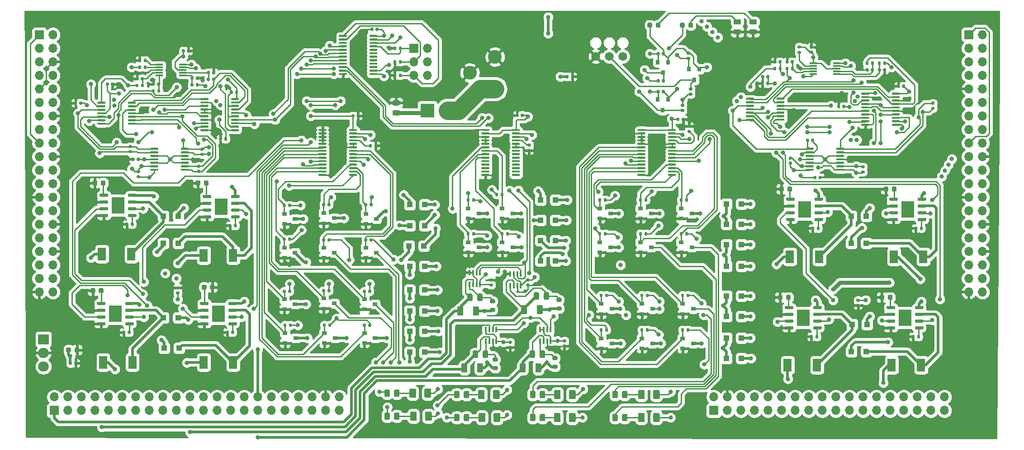
<source format=gtl>
G04 #@! TF.GenerationSoftware,KiCad,Pcbnew,5.1.10*
G04 #@! TF.CreationDate,2021-06-20T21:29:18-04:00*
G04 #@! TF.ProjectId,EVE-PCB-V4,4556452d-5043-4422-9d56-342e6b696361,rev?*
G04 #@! TF.SameCoordinates,Original*
G04 #@! TF.FileFunction,Copper,L1,Top*
G04 #@! TF.FilePolarity,Positive*
%FSLAX46Y46*%
G04 Gerber Fmt 4.6, Leading zero omitted, Abs format (unit mm)*
G04 Created by KiCad (PCBNEW 5.1.10) date 2021-06-20 21:29:18*
%MOMM*%
%LPD*%
G01*
G04 APERTURE LIST*
G04 #@! TA.AperFunction,ComponentPad*
%ADD10O,1.700000X1.700000*%
G04 #@! TD*
G04 #@! TA.AperFunction,ComponentPad*
%ADD11R,1.700000X1.700000*%
G04 #@! TD*
G04 #@! TA.AperFunction,ComponentPad*
%ADD12R,2.600000X2.600000*%
G04 #@! TD*
G04 #@! TA.AperFunction,ComponentPad*
%ADD13C,2.600000*%
G04 #@! TD*
G04 #@! TA.AperFunction,ComponentPad*
%ADD14R,2.000000X1.905000*%
G04 #@! TD*
G04 #@! TA.AperFunction,ComponentPad*
%ADD15O,2.000000X1.905000*%
G04 #@! TD*
G04 #@! TA.AperFunction,SMDPad,CuDef*
%ADD16R,0.800000X0.900000*%
G04 #@! TD*
G04 #@! TA.AperFunction,ComponentPad*
%ADD17C,1.650000*%
G04 #@! TD*
G04 #@! TA.AperFunction,ComponentPad*
%ADD18O,2.600000X2.600000*%
G04 #@! TD*
G04 #@! TA.AperFunction,SMDPad,CuDef*
%ADD19R,1.100000X1.100000*%
G04 #@! TD*
G04 #@! TA.AperFunction,SMDPad,CuDef*
%ADD20R,1.500000X2.400000*%
G04 #@! TD*
G04 #@! TA.AperFunction,SMDPad,CuDef*
%ADD21R,0.900000X0.800000*%
G04 #@! TD*
G04 #@! TA.AperFunction,SMDPad,CuDef*
%ADD22R,1.400000X0.300000*%
G04 #@! TD*
G04 #@! TA.AperFunction,SMDPad,CuDef*
%ADD23R,2.410000X3.100000*%
G04 #@! TD*
G04 #@! TA.AperFunction,SMDPad,CuDef*
%ADD24R,0.400000X1.060000*%
G04 #@! TD*
G04 #@! TA.AperFunction,ViaPad*
%ADD25C,0.800000*%
G04 #@! TD*
G04 #@! TA.AperFunction,Conductor*
%ADD26C,0.750000*%
G04 #@! TD*
G04 #@! TA.AperFunction,Conductor*
%ADD27C,0.500000*%
G04 #@! TD*
G04 #@! TA.AperFunction,Conductor*
%ADD28C,0.250000*%
G04 #@! TD*
G04 #@! TA.AperFunction,Conductor*
%ADD29C,0.350000*%
G04 #@! TD*
G04 #@! TA.AperFunction,Conductor*
%ADD30C,3.500000*%
G04 #@! TD*
G04 #@! TA.AperFunction,Conductor*
%ADD31C,0.254000*%
G04 #@! TD*
G04 #@! TA.AperFunction,Conductor*
%ADD32C,0.100000*%
G04 #@! TD*
G04 APERTURE END LIST*
G04 #@! TA.AperFunction,SMDPad,CuDef*
G36*
G01*
X138880000Y-94201000D02*
X138880000Y-93251000D01*
G75*
G02*
X139130000Y-93001000I250000J0D01*
G01*
X139630000Y-93001000D01*
G75*
G02*
X139880000Y-93251000I0J-250000D01*
G01*
X139880000Y-94201000D01*
G75*
G02*
X139630000Y-94451000I-250000J0D01*
G01*
X139130000Y-94451000D01*
G75*
G02*
X138880000Y-94201000I0J250000D01*
G01*
G37*
G04 #@! TD.AperFunction*
G04 #@! TA.AperFunction,SMDPad,CuDef*
G36*
G01*
X136980000Y-94201000D02*
X136980000Y-93251000D01*
G75*
G02*
X137230000Y-93001000I250000J0D01*
G01*
X137730000Y-93001000D01*
G75*
G02*
X137980000Y-93251000I0J-250000D01*
G01*
X137980000Y-94201000D01*
G75*
G02*
X137730000Y-94451000I-250000J0D01*
G01*
X137230000Y-94451000D01*
G75*
G02*
X136980000Y-94201000I0J250000D01*
G01*
G37*
G04 #@! TD.AperFunction*
G04 #@! TA.AperFunction,SMDPad,CuDef*
G36*
G01*
X140949000Y-94279000D02*
X141499000Y-94279000D01*
G75*
G02*
X141699000Y-94479000I0J-200000D01*
G01*
X141699000Y-94879000D01*
G75*
G02*
X141499000Y-95079000I-200000J0D01*
G01*
X140949000Y-95079000D01*
G75*
G02*
X140749000Y-94879000I0J200000D01*
G01*
X140749000Y-94479000D01*
G75*
G02*
X140949000Y-94279000I200000J0D01*
G01*
G37*
G04 #@! TD.AperFunction*
G04 #@! TA.AperFunction,SMDPad,CuDef*
G36*
G01*
X140949000Y-95929000D02*
X141499000Y-95929000D01*
G75*
G02*
X141699000Y-96129000I0J-200000D01*
G01*
X141699000Y-96529000D01*
G75*
G02*
X141499000Y-96729000I-200000J0D01*
G01*
X140949000Y-96729000D01*
G75*
G02*
X140749000Y-96529000I0J200000D01*
G01*
X140749000Y-96129000D01*
G75*
G02*
X140949000Y-95929000I200000J0D01*
G01*
G37*
G04 #@! TD.AperFunction*
G04 #@! TA.AperFunction,SMDPad,CuDef*
G36*
G01*
X134881000Y-96891001D02*
X134881000Y-95640999D01*
G75*
G02*
X135130999Y-95391000I249999J0D01*
G01*
X135756001Y-95391000D01*
G75*
G02*
X136006000Y-95640999I0J-249999D01*
G01*
X136006000Y-96891001D01*
G75*
G02*
X135756001Y-97141000I-249999J0D01*
G01*
X135130999Y-97141000D01*
G75*
G02*
X134881000Y-96891001I0J249999D01*
G01*
G37*
G04 #@! TD.AperFunction*
G04 #@! TA.AperFunction,SMDPad,CuDef*
G36*
G01*
X137806000Y-96891001D02*
X137806000Y-95640999D01*
G75*
G02*
X138055999Y-95391000I249999J0D01*
G01*
X138681001Y-95391000D01*
G75*
G02*
X138931000Y-95640999I0J-249999D01*
G01*
X138931000Y-96891001D01*
G75*
G02*
X138681001Y-97141000I-249999J0D01*
G01*
X138055999Y-97141000D01*
G75*
G02*
X137806000Y-96891001I0J249999D01*
G01*
G37*
G04 #@! TD.AperFunction*
G04 #@! TA.AperFunction,SMDPad,CuDef*
G36*
G01*
X172022000Y-37165500D02*
X172022000Y-37510500D01*
G75*
G02*
X171874500Y-37658000I-147500J0D01*
G01*
X171579500Y-37658000D01*
G75*
G02*
X171432000Y-37510500I0J147500D01*
G01*
X171432000Y-37165500D01*
G75*
G02*
X171579500Y-37018000I147500J0D01*
G01*
X171874500Y-37018000D01*
G75*
G02*
X172022000Y-37165500I0J-147500D01*
G01*
G37*
G04 #@! TD.AperFunction*
G04 #@! TA.AperFunction,SMDPad,CuDef*
G36*
G01*
X172992000Y-37165500D02*
X172992000Y-37510500D01*
G75*
G02*
X172844500Y-37658000I-147500J0D01*
G01*
X172549500Y-37658000D01*
G75*
G02*
X172402000Y-37510500I0J147500D01*
G01*
X172402000Y-37165500D01*
G75*
G02*
X172549500Y-37018000I147500J0D01*
G01*
X172844500Y-37018000D01*
G75*
G02*
X172992000Y-37165500I0J-147500D01*
G01*
G37*
G04 #@! TD.AperFunction*
G04 #@! TA.AperFunction,SMDPad,CuDef*
G36*
G01*
X172022000Y-44277500D02*
X172022000Y-44622500D01*
G75*
G02*
X171874500Y-44770000I-147500J0D01*
G01*
X171579500Y-44770000D01*
G75*
G02*
X171432000Y-44622500I0J147500D01*
G01*
X171432000Y-44277500D01*
G75*
G02*
X171579500Y-44130000I147500J0D01*
G01*
X171874500Y-44130000D01*
G75*
G02*
X172022000Y-44277500I0J-147500D01*
G01*
G37*
G04 #@! TD.AperFunction*
G04 #@! TA.AperFunction,SMDPad,CuDef*
G36*
G01*
X172992000Y-44277500D02*
X172992000Y-44622500D01*
G75*
G02*
X172844500Y-44770000I-147500J0D01*
G01*
X172549500Y-44770000D01*
G75*
G02*
X172402000Y-44622500I0J147500D01*
G01*
X172402000Y-44277500D01*
G75*
G02*
X172549500Y-44130000I147500J0D01*
G01*
X172844500Y-44130000D01*
G75*
G02*
X172992000Y-44277500I0J-147500D01*
G01*
G37*
G04 #@! TD.AperFunction*
G04 #@! TA.AperFunction,SMDPad,CuDef*
G36*
G01*
X172022000Y-42245500D02*
X172022000Y-42590500D01*
G75*
G02*
X171874500Y-42738000I-147500J0D01*
G01*
X171579500Y-42738000D01*
G75*
G02*
X171432000Y-42590500I0J147500D01*
G01*
X171432000Y-42245500D01*
G75*
G02*
X171579500Y-42098000I147500J0D01*
G01*
X171874500Y-42098000D01*
G75*
G02*
X172022000Y-42245500I0J-147500D01*
G01*
G37*
G04 #@! TD.AperFunction*
G04 #@! TA.AperFunction,SMDPad,CuDef*
G36*
G01*
X172992000Y-42245500D02*
X172992000Y-42590500D01*
G75*
G02*
X172844500Y-42738000I-147500J0D01*
G01*
X172549500Y-42738000D01*
G75*
G02*
X172402000Y-42590500I0J147500D01*
G01*
X172402000Y-42245500D01*
G75*
G02*
X172549500Y-42098000I147500J0D01*
G01*
X172844500Y-42098000D01*
G75*
G02*
X172992000Y-42245500I0J-147500D01*
G01*
G37*
G04 #@! TD.AperFunction*
G04 #@! TA.AperFunction,SMDPad,CuDef*
G36*
G01*
X176448500Y-47308000D02*
X176103500Y-47308000D01*
G75*
G02*
X175956000Y-47160500I0J147500D01*
G01*
X175956000Y-46865500D01*
G75*
G02*
X176103500Y-46718000I147500J0D01*
G01*
X176448500Y-46718000D01*
G75*
G02*
X176596000Y-46865500I0J-147500D01*
G01*
X176596000Y-47160500D01*
G75*
G02*
X176448500Y-47308000I-147500J0D01*
G01*
G37*
G04 #@! TD.AperFunction*
G04 #@! TA.AperFunction,SMDPad,CuDef*
G36*
G01*
X176448500Y-48278000D02*
X176103500Y-48278000D01*
G75*
G02*
X175956000Y-48130500I0J147500D01*
G01*
X175956000Y-47835500D01*
G75*
G02*
X176103500Y-47688000I147500J0D01*
G01*
X176448500Y-47688000D01*
G75*
G02*
X176596000Y-47835500I0J-147500D01*
G01*
X176596000Y-48130500D01*
G75*
G02*
X176448500Y-48278000I-147500J0D01*
G01*
G37*
G04 #@! TD.AperFunction*
D10*
X232410000Y-82042000D03*
X229870000Y-82042000D03*
X232410000Y-79502000D03*
X229870000Y-79502000D03*
X232410000Y-76962000D03*
X229870000Y-76962000D03*
X232410000Y-74422000D03*
X229870000Y-74422000D03*
X232410000Y-71882000D03*
X229870000Y-71882000D03*
X232410000Y-69342000D03*
X229870000Y-69342000D03*
X232410000Y-66802000D03*
X229870000Y-66802000D03*
X232410000Y-64262000D03*
X229870000Y-64262000D03*
X232410000Y-61722000D03*
X229870000Y-61722000D03*
X232410000Y-59182000D03*
X229870000Y-59182000D03*
X232410000Y-56642000D03*
X229870000Y-56642000D03*
X232410000Y-54102000D03*
X229870000Y-54102000D03*
X232410000Y-51562000D03*
X229870000Y-51562000D03*
X232410000Y-49022000D03*
X229870000Y-49022000D03*
X232410000Y-46482000D03*
X229870000Y-46482000D03*
X232410000Y-43942000D03*
X229870000Y-43942000D03*
X232410000Y-41402000D03*
X229870000Y-41402000D03*
X232410000Y-38862000D03*
X229870000Y-38862000D03*
X232410000Y-36322000D03*
X229870000Y-36322000D03*
X232410000Y-33782000D03*
D11*
X229870000Y-33782000D03*
G04 #@! TA.AperFunction,SMDPad,CuDef*
G36*
G01*
X123138250Y-48923000D02*
X122225750Y-48923000D01*
G75*
G02*
X121982000Y-48679250I0J243750D01*
G01*
X121982000Y-48191750D01*
G75*
G02*
X122225750Y-47948000I243750J0D01*
G01*
X123138250Y-47948000D01*
G75*
G02*
X123382000Y-48191750I0J-243750D01*
G01*
X123382000Y-48679250D01*
G75*
G02*
X123138250Y-48923000I-243750J0D01*
G01*
G37*
G04 #@! TD.AperFunction*
G04 #@! TA.AperFunction,SMDPad,CuDef*
G36*
G01*
X123138250Y-47048000D02*
X122225750Y-47048000D01*
G75*
G02*
X121982000Y-46804250I0J243750D01*
G01*
X121982000Y-46316750D01*
G75*
G02*
X122225750Y-46073000I243750J0D01*
G01*
X123138250Y-46073000D01*
G75*
G02*
X123382000Y-46316750I0J-243750D01*
G01*
X123382000Y-46804250D01*
G75*
G02*
X123138250Y-47048000I-243750J0D01*
G01*
G37*
G04 #@! TD.AperFunction*
D12*
X141173200Y-43942000D03*
D13*
X141173200Y-37942000D03*
X136473200Y-40942000D03*
D14*
X56642000Y-90932000D03*
D15*
X56642000Y-93472000D03*
X56642000Y-96012000D03*
G04 #@! TA.AperFunction,SMDPad,CuDef*
G36*
G01*
X176688000Y-31747750D02*
X176688000Y-32260250D01*
G75*
G02*
X176469250Y-32479000I-218750J0D01*
G01*
X176031750Y-32479000D01*
G75*
G02*
X175813000Y-32260250I0J218750D01*
G01*
X175813000Y-31747750D01*
G75*
G02*
X176031750Y-31529000I218750J0D01*
G01*
X176469250Y-31529000D01*
G75*
G02*
X176688000Y-31747750I0J-218750D01*
G01*
G37*
G04 #@! TD.AperFunction*
G04 #@! TA.AperFunction,SMDPad,CuDef*
G36*
G01*
X178263000Y-31747750D02*
X178263000Y-32260250D01*
G75*
G02*
X178044250Y-32479000I-218750J0D01*
G01*
X177606750Y-32479000D01*
G75*
G02*
X177388000Y-32260250I0J218750D01*
G01*
X177388000Y-31747750D01*
G75*
G02*
X177606750Y-31529000I218750J0D01*
G01*
X178044250Y-31529000D01*
G75*
G02*
X178263000Y-31747750I0J-218750D01*
G01*
G37*
G04 #@! TD.AperFunction*
G04 #@! TA.AperFunction,SMDPad,CuDef*
G36*
G01*
X186081350Y-30883800D02*
X186993850Y-30883800D01*
G75*
G02*
X187237600Y-31127550I0J-243750D01*
G01*
X187237600Y-31615050D01*
G75*
G02*
X186993850Y-31858800I-243750J0D01*
G01*
X186081350Y-31858800D01*
G75*
G02*
X185837600Y-31615050I0J243750D01*
G01*
X185837600Y-31127550D01*
G75*
G02*
X186081350Y-30883800I243750J0D01*
G01*
G37*
G04 #@! TD.AperFunction*
G04 #@! TA.AperFunction,SMDPad,CuDef*
G36*
G01*
X186081350Y-32758800D02*
X186993850Y-32758800D01*
G75*
G02*
X187237600Y-33002550I0J-243750D01*
G01*
X187237600Y-33490050D01*
G75*
G02*
X186993850Y-33733800I-243750J0D01*
G01*
X186081350Y-33733800D01*
G75*
G02*
X185837600Y-33490050I0J243750D01*
G01*
X185837600Y-33002550D01*
G75*
G02*
X186081350Y-32758800I243750J0D01*
G01*
G37*
G04 #@! TD.AperFunction*
G04 #@! TA.AperFunction,SMDPad,CuDef*
G36*
G01*
X172167000Y-31747750D02*
X172167000Y-32260250D01*
G75*
G02*
X171948250Y-32479000I-218750J0D01*
G01*
X171510750Y-32479000D01*
G75*
G02*
X171292000Y-32260250I0J218750D01*
G01*
X171292000Y-31747750D01*
G75*
G02*
X171510750Y-31529000I218750J0D01*
G01*
X171948250Y-31529000D01*
G75*
G02*
X172167000Y-31747750I0J-218750D01*
G01*
G37*
G04 #@! TD.AperFunction*
G04 #@! TA.AperFunction,SMDPad,CuDef*
G36*
G01*
X170592000Y-31747750D02*
X170592000Y-32260250D01*
G75*
G02*
X170373250Y-32479000I-218750J0D01*
G01*
X169935750Y-32479000D01*
G75*
G02*
X169717000Y-32260250I0J218750D01*
G01*
X169717000Y-31747750D01*
G75*
G02*
X169935750Y-31529000I218750J0D01*
G01*
X170373250Y-31529000D01*
G75*
G02*
X170592000Y-31747750I0J-218750D01*
G01*
G37*
G04 #@! TD.AperFunction*
G04 #@! TA.AperFunction,SMDPad,CuDef*
G36*
G01*
X189027750Y-30883800D02*
X189940250Y-30883800D01*
G75*
G02*
X190184000Y-31127550I0J-243750D01*
G01*
X190184000Y-31615050D01*
G75*
G02*
X189940250Y-31858800I-243750J0D01*
G01*
X189027750Y-31858800D01*
G75*
G02*
X188784000Y-31615050I0J243750D01*
G01*
X188784000Y-31127550D01*
G75*
G02*
X189027750Y-30883800I243750J0D01*
G01*
G37*
G04 #@! TD.AperFunction*
G04 #@! TA.AperFunction,SMDPad,CuDef*
G36*
G01*
X189027750Y-32758800D02*
X189940250Y-32758800D01*
G75*
G02*
X190184000Y-33002550I0J-243750D01*
G01*
X190184000Y-33490050D01*
G75*
G02*
X189940250Y-33733800I-243750J0D01*
G01*
X189027750Y-33733800D01*
G75*
G02*
X188784000Y-33490050I0J243750D01*
G01*
X188784000Y-33002550D01*
G75*
G02*
X189027750Y-32758800I243750J0D01*
G01*
G37*
G04 #@! TD.AperFunction*
G04 #@! TA.AperFunction,SMDPad,CuDef*
G36*
G01*
X61399200Y-95574900D02*
X61399200Y-95229900D01*
G75*
G02*
X61546700Y-95082400I147500J0D01*
G01*
X61841700Y-95082400D01*
G75*
G02*
X61989200Y-95229900I0J-147500D01*
G01*
X61989200Y-95574900D01*
G75*
G02*
X61841700Y-95722400I-147500J0D01*
G01*
X61546700Y-95722400D01*
G75*
G02*
X61399200Y-95574900I0J147500D01*
G01*
G37*
G04 #@! TD.AperFunction*
G04 #@! TA.AperFunction,SMDPad,CuDef*
G36*
G01*
X62369200Y-95574900D02*
X62369200Y-95229900D01*
G75*
G02*
X62516700Y-95082400I147500J0D01*
G01*
X62811700Y-95082400D01*
G75*
G02*
X62959200Y-95229900I0J-147500D01*
G01*
X62959200Y-95574900D01*
G75*
G02*
X62811700Y-95722400I-147500J0D01*
G01*
X62516700Y-95722400D01*
G75*
G02*
X62369200Y-95574900I0J147500D01*
G01*
G37*
G04 #@! TD.AperFunction*
D16*
X173543000Y-45926500D03*
X171643000Y-45926500D03*
X172593000Y-47926500D03*
X172618400Y-40928800D03*
X171668400Y-38928800D03*
X173568400Y-38928800D03*
D17*
X165100000Y-37846000D03*
X162560000Y-37846000D03*
X160020000Y-37846000D03*
G04 #@! TA.AperFunction,SMDPad,CuDef*
G36*
G01*
X177566100Y-38524400D02*
X177221100Y-38524400D01*
G75*
G02*
X177073600Y-38376900I0J147500D01*
G01*
X177073600Y-38081900D01*
G75*
G02*
X177221100Y-37934400I147500J0D01*
G01*
X177566100Y-37934400D01*
G75*
G02*
X177713600Y-38081900I0J-147500D01*
G01*
X177713600Y-38376900D01*
G75*
G02*
X177566100Y-38524400I-147500J0D01*
G01*
G37*
G04 #@! TD.AperFunction*
G04 #@! TA.AperFunction,SMDPad,CuDef*
G36*
G01*
X177566100Y-37554400D02*
X177221100Y-37554400D01*
G75*
G02*
X177073600Y-37406900I0J147500D01*
G01*
X177073600Y-37111900D01*
G75*
G02*
X177221100Y-36964400I147500J0D01*
G01*
X177566100Y-36964400D01*
G75*
G02*
X177713600Y-37111900I0J-147500D01*
G01*
X177713600Y-37406900D01*
G75*
G02*
X177566100Y-37554400I-147500J0D01*
G01*
G37*
G04 #@! TD.AperFunction*
D16*
X179410400Y-40249600D03*
X177510400Y-40249600D03*
X178460400Y-42249600D03*
G04 #@! TA.AperFunction,SMDPad,CuDef*
G36*
G01*
X177627500Y-43670000D02*
X177972500Y-43670000D01*
G75*
G02*
X178120000Y-43817500I0J-147500D01*
G01*
X178120000Y-44112500D01*
G75*
G02*
X177972500Y-44260000I-147500J0D01*
G01*
X177627500Y-44260000D01*
G75*
G02*
X177480000Y-44112500I0J147500D01*
G01*
X177480000Y-43817500D01*
G75*
G02*
X177627500Y-43670000I147500J0D01*
G01*
G37*
G04 #@! TD.AperFunction*
G04 #@! TA.AperFunction,SMDPad,CuDef*
G36*
G01*
X177627500Y-44640000D02*
X177972500Y-44640000D01*
G75*
G02*
X178120000Y-44787500I0J-147500D01*
G01*
X178120000Y-45082500D01*
G75*
G02*
X177972500Y-45230000I-147500J0D01*
G01*
X177627500Y-45230000D01*
G75*
G02*
X177480000Y-45082500I0J147500D01*
G01*
X177480000Y-44787500D01*
G75*
G02*
X177627500Y-44640000I147500J0D01*
G01*
G37*
G04 #@! TD.AperFunction*
D12*
X128524000Y-48006000D03*
D18*
X132334000Y-48006000D03*
G04 #@! TA.AperFunction,SMDPad,CuDef*
G36*
G01*
X60903400Y-93169450D02*
X60903400Y-92656950D01*
G75*
G02*
X61122150Y-92438200I218750J0D01*
G01*
X61559650Y-92438200D01*
G75*
G02*
X61778400Y-92656950I0J-218750D01*
G01*
X61778400Y-93169450D01*
G75*
G02*
X61559650Y-93388200I-218750J0D01*
G01*
X61122150Y-93388200D01*
G75*
G02*
X60903400Y-93169450I0J218750D01*
G01*
G37*
G04 #@! TD.AperFunction*
G04 #@! TA.AperFunction,SMDPad,CuDef*
G36*
G01*
X62478400Y-93169450D02*
X62478400Y-92656950D01*
G75*
G02*
X62697150Y-92438200I218750J0D01*
G01*
X63134650Y-92438200D01*
G75*
G02*
X63353400Y-92656950I0J-218750D01*
G01*
X63353400Y-93169450D01*
G75*
G02*
X63134650Y-93388200I-218750J0D01*
G01*
X62697150Y-93388200D01*
G75*
G02*
X62478400Y-93169450I0J218750D01*
G01*
G37*
G04 #@! TD.AperFunction*
G04 #@! TA.AperFunction,SMDPad,CuDef*
G36*
G01*
X82552000Y-37000000D02*
X82552000Y-36660000D01*
G75*
G02*
X82692000Y-36520000I140000J0D01*
G01*
X82972000Y-36520000D01*
G75*
G02*
X83112000Y-36660000I0J-140000D01*
G01*
X83112000Y-37000000D01*
G75*
G02*
X82972000Y-37140000I-140000J0D01*
G01*
X82692000Y-37140000D01*
G75*
G02*
X82552000Y-37000000I0J140000D01*
G01*
G37*
G04 #@! TD.AperFunction*
G04 #@! TA.AperFunction,SMDPad,CuDef*
G36*
G01*
X83512000Y-37000000D02*
X83512000Y-36660000D01*
G75*
G02*
X83652000Y-36520000I140000J0D01*
G01*
X83932000Y-36520000D01*
G75*
G02*
X84072000Y-36660000I0J-140000D01*
G01*
X84072000Y-37000000D01*
G75*
G02*
X83932000Y-37140000I-140000J0D01*
G01*
X83652000Y-37140000D01*
G75*
G02*
X83512000Y-37000000I0J140000D01*
G01*
G37*
G04 #@! TD.AperFunction*
G04 #@! TA.AperFunction,SMDPad,CuDef*
G36*
G01*
X74114000Y-57320000D02*
X74114000Y-56980000D01*
G75*
G02*
X74254000Y-56840000I140000J0D01*
G01*
X74534000Y-56840000D01*
G75*
G02*
X74674000Y-56980000I0J-140000D01*
G01*
X74674000Y-57320000D01*
G75*
G02*
X74534000Y-57460000I-140000J0D01*
G01*
X74254000Y-57460000D01*
G75*
G02*
X74114000Y-57320000I0J140000D01*
G01*
G37*
G04 #@! TD.AperFunction*
G04 #@! TA.AperFunction,SMDPad,CuDef*
G36*
G01*
X73154000Y-57320000D02*
X73154000Y-56980000D01*
G75*
G02*
X73294000Y-56840000I140000J0D01*
G01*
X73574000Y-56840000D01*
G75*
G02*
X73714000Y-56980000I0J-140000D01*
G01*
X73714000Y-57320000D01*
G75*
G02*
X73574000Y-57460000I-140000J0D01*
G01*
X73294000Y-57460000D01*
G75*
G02*
X73154000Y-57320000I0J140000D01*
G01*
G37*
G04 #@! TD.AperFunction*
G04 #@! TA.AperFunction,SMDPad,CuDef*
G36*
G01*
X201349000Y-60409000D02*
X201349000Y-60749000D01*
G75*
G02*
X201209000Y-60889000I-140000J0D01*
G01*
X200929000Y-60889000D01*
G75*
G02*
X200789000Y-60749000I0J140000D01*
G01*
X200789000Y-60409000D01*
G75*
G02*
X200929000Y-60269000I140000J0D01*
G01*
X201209000Y-60269000D01*
G75*
G02*
X201349000Y-60409000I0J-140000D01*
G01*
G37*
G04 #@! TD.AperFunction*
G04 #@! TA.AperFunction,SMDPad,CuDef*
G36*
G01*
X202309000Y-60409000D02*
X202309000Y-60749000D01*
G75*
G02*
X202169000Y-60889000I-140000J0D01*
G01*
X201889000Y-60889000D01*
G75*
G02*
X201749000Y-60749000I0J140000D01*
G01*
X201749000Y-60409000D01*
G75*
G02*
X201889000Y-60269000I140000J0D01*
G01*
X202169000Y-60269000D01*
G75*
G02*
X202309000Y-60409000I0J-140000D01*
G01*
G37*
G04 #@! TD.AperFunction*
G04 #@! TA.AperFunction,SMDPad,CuDef*
G36*
G01*
X114302000Y-49192000D02*
X114302000Y-48852000D01*
G75*
G02*
X114442000Y-48712000I140000J0D01*
G01*
X114722000Y-48712000D01*
G75*
G02*
X114862000Y-48852000I0J-140000D01*
G01*
X114862000Y-49192000D01*
G75*
G02*
X114722000Y-49332000I-140000J0D01*
G01*
X114442000Y-49332000D01*
G75*
G02*
X114302000Y-49192000I0J140000D01*
G01*
G37*
G04 #@! TD.AperFunction*
G04 #@! TA.AperFunction,SMDPad,CuDef*
G36*
G01*
X115262000Y-49192000D02*
X115262000Y-48852000D01*
G75*
G02*
X115402000Y-48712000I140000J0D01*
G01*
X115682000Y-48712000D01*
G75*
G02*
X115822000Y-48852000I0J-140000D01*
G01*
X115822000Y-49192000D01*
G75*
G02*
X115682000Y-49332000I-140000J0D01*
G01*
X115402000Y-49332000D01*
G75*
G02*
X115262000Y-49192000I0J140000D01*
G01*
G37*
G04 #@! TD.AperFunction*
G04 #@! TA.AperFunction,SMDPad,CuDef*
G36*
G01*
X63347000Y-46779000D02*
X63347000Y-46439000D01*
G75*
G02*
X63487000Y-46299000I140000J0D01*
G01*
X63767000Y-46299000D01*
G75*
G02*
X63907000Y-46439000I0J-140000D01*
G01*
X63907000Y-46779000D01*
G75*
G02*
X63767000Y-46919000I-140000J0D01*
G01*
X63487000Y-46919000D01*
G75*
G02*
X63347000Y-46779000I0J140000D01*
G01*
G37*
G04 #@! TD.AperFunction*
G04 #@! TA.AperFunction,SMDPad,CuDef*
G36*
G01*
X62387000Y-46779000D02*
X62387000Y-46439000D01*
G75*
G02*
X62527000Y-46299000I140000J0D01*
G01*
X62807000Y-46299000D01*
G75*
G02*
X62947000Y-46439000I0J-140000D01*
G01*
X62947000Y-46779000D01*
G75*
G02*
X62807000Y-46919000I-140000J0D01*
G01*
X62527000Y-46919000D01*
G75*
G02*
X62387000Y-46779000I0J140000D01*
G01*
G37*
G04 #@! TD.AperFunction*
G04 #@! TA.AperFunction,SMDPad,CuDef*
G36*
G01*
X190982000Y-43096000D02*
X190982000Y-42756000D01*
G75*
G02*
X191122000Y-42616000I140000J0D01*
G01*
X191402000Y-42616000D01*
G75*
G02*
X191542000Y-42756000I0J-140000D01*
G01*
X191542000Y-43096000D01*
G75*
G02*
X191402000Y-43236000I-140000J0D01*
G01*
X191122000Y-43236000D01*
G75*
G02*
X190982000Y-43096000I0J140000D01*
G01*
G37*
G04 #@! TD.AperFunction*
G04 #@! TA.AperFunction,SMDPad,CuDef*
G36*
G01*
X191942000Y-43096000D02*
X191942000Y-42756000D01*
G75*
G02*
X192082000Y-42616000I140000J0D01*
G01*
X192362000Y-42616000D01*
G75*
G02*
X192502000Y-42756000I0J-140000D01*
G01*
X192502000Y-43096000D01*
G75*
G02*
X192362000Y-43236000I-140000J0D01*
G01*
X192082000Y-43236000D01*
G75*
G02*
X191942000Y-43096000I0J140000D01*
G01*
G37*
G04 #@! TD.AperFunction*
G04 #@! TA.AperFunction,SMDPad,CuDef*
G36*
G01*
X176095000Y-49827000D02*
X176095000Y-49487000D01*
G75*
G02*
X176235000Y-49347000I140000J0D01*
G01*
X176515000Y-49347000D01*
G75*
G02*
X176655000Y-49487000I0J-140000D01*
G01*
X176655000Y-49827000D01*
G75*
G02*
X176515000Y-49967000I-140000J0D01*
G01*
X176235000Y-49967000D01*
G75*
G02*
X176095000Y-49827000I0J140000D01*
G01*
G37*
G04 #@! TD.AperFunction*
G04 #@! TA.AperFunction,SMDPad,CuDef*
G36*
G01*
X175135000Y-49827000D02*
X175135000Y-49487000D01*
G75*
G02*
X175275000Y-49347000I140000J0D01*
G01*
X175555000Y-49347000D01*
G75*
G02*
X175695000Y-49487000I0J-140000D01*
G01*
X175695000Y-49827000D01*
G75*
G02*
X175555000Y-49967000I-140000J0D01*
G01*
X175275000Y-49967000D01*
G75*
G02*
X175135000Y-49827000I0J140000D01*
G01*
G37*
G04 #@! TD.AperFunction*
G04 #@! TA.AperFunction,SMDPad,CuDef*
G36*
G01*
X72728000Y-55445000D02*
X73068000Y-55445000D01*
G75*
G02*
X73208000Y-55585000I0J-140000D01*
G01*
X73208000Y-55865000D01*
G75*
G02*
X73068000Y-56005000I-140000J0D01*
G01*
X72728000Y-56005000D01*
G75*
G02*
X72588000Y-55865000I0J140000D01*
G01*
X72588000Y-55585000D01*
G75*
G02*
X72728000Y-55445000I140000J0D01*
G01*
G37*
G04 #@! TD.AperFunction*
G04 #@! TA.AperFunction,SMDPad,CuDef*
G36*
G01*
X72728000Y-54485000D02*
X73068000Y-54485000D01*
G75*
G02*
X73208000Y-54625000I0J-140000D01*
G01*
X73208000Y-54905000D01*
G75*
G02*
X73068000Y-55045000I-140000J0D01*
G01*
X72728000Y-55045000D01*
G75*
G02*
X72588000Y-54905000I0J140000D01*
G01*
X72588000Y-54625000D01*
G75*
G02*
X72728000Y-54485000I140000J0D01*
G01*
G37*
G04 #@! TD.AperFunction*
G04 #@! TA.AperFunction,SMDPad,CuDef*
G36*
G01*
X89537000Y-53510000D02*
X89537000Y-53170000D01*
G75*
G02*
X89677000Y-53030000I140000J0D01*
G01*
X89957000Y-53030000D01*
G75*
G02*
X90097000Y-53170000I0J-140000D01*
G01*
X90097000Y-53510000D01*
G75*
G02*
X89957000Y-53650000I-140000J0D01*
G01*
X89677000Y-53650000D01*
G75*
G02*
X89537000Y-53510000I0J140000D01*
G01*
G37*
G04 #@! TD.AperFunction*
G04 #@! TA.AperFunction,SMDPad,CuDef*
G36*
G01*
X90497000Y-53510000D02*
X90497000Y-53170000D01*
G75*
G02*
X90637000Y-53030000I140000J0D01*
G01*
X90917000Y-53030000D01*
G75*
G02*
X91057000Y-53170000I0J-140000D01*
G01*
X91057000Y-53510000D01*
G75*
G02*
X90917000Y-53650000I-140000J0D01*
G01*
X90637000Y-53650000D01*
G75*
G02*
X90497000Y-53510000I0J140000D01*
G01*
G37*
G04 #@! TD.AperFunction*
G04 #@! TA.AperFunction,SMDPad,CuDef*
G36*
G01*
X206194000Y-47414000D02*
X206194000Y-47074000D01*
G75*
G02*
X206334000Y-46934000I140000J0D01*
G01*
X206614000Y-46934000D01*
G75*
G02*
X206754000Y-47074000I0J-140000D01*
G01*
X206754000Y-47414000D01*
G75*
G02*
X206614000Y-47554000I-140000J0D01*
G01*
X206334000Y-47554000D01*
G75*
G02*
X206194000Y-47414000I0J140000D01*
G01*
G37*
G04 #@! TD.AperFunction*
G04 #@! TA.AperFunction,SMDPad,CuDef*
G36*
G01*
X205234000Y-47414000D02*
X205234000Y-47074000D01*
G75*
G02*
X205374000Y-46934000I140000J0D01*
G01*
X205654000Y-46934000D01*
G75*
G02*
X205794000Y-47074000I0J-140000D01*
G01*
X205794000Y-47414000D01*
G75*
G02*
X205654000Y-47554000I-140000J0D01*
G01*
X205374000Y-47554000D01*
G75*
G02*
X205234000Y-47414000I0J140000D01*
G01*
G37*
G04 #@! TD.AperFunction*
G04 #@! TA.AperFunction,SMDPad,CuDef*
G36*
G01*
X146556000Y-48725000D02*
X146556000Y-49065000D01*
G75*
G02*
X146416000Y-49205000I-140000J0D01*
G01*
X146136000Y-49205000D01*
G75*
G02*
X145996000Y-49065000I0J140000D01*
G01*
X145996000Y-48725000D01*
G75*
G02*
X146136000Y-48585000I140000J0D01*
G01*
X146416000Y-48585000D01*
G75*
G02*
X146556000Y-48725000I0J-140000D01*
G01*
G37*
G04 #@! TD.AperFunction*
G04 #@! TA.AperFunction,SMDPad,CuDef*
G36*
G01*
X145596000Y-48725000D02*
X145596000Y-49065000D01*
G75*
G02*
X145456000Y-49205000I-140000J0D01*
G01*
X145176000Y-49205000D01*
G75*
G02*
X145036000Y-49065000I0J140000D01*
G01*
X145036000Y-48725000D01*
G75*
G02*
X145176000Y-48585000I140000J0D01*
G01*
X145456000Y-48585000D01*
G75*
G02*
X145596000Y-48725000I0J-140000D01*
G01*
G37*
G04 #@! TD.AperFunction*
G04 #@! TA.AperFunction,SMDPad,CuDef*
G36*
G01*
X69848000Y-42883000D02*
X69848000Y-43223000D01*
G75*
G02*
X69708000Y-43363000I-140000J0D01*
G01*
X69428000Y-43363000D01*
G75*
G02*
X69288000Y-43223000I0J140000D01*
G01*
X69288000Y-42883000D01*
G75*
G02*
X69428000Y-42743000I140000J0D01*
G01*
X69708000Y-42743000D01*
G75*
G02*
X69848000Y-42883000I0J-140000D01*
G01*
G37*
G04 #@! TD.AperFunction*
G04 #@! TA.AperFunction,SMDPad,CuDef*
G36*
G01*
X68888000Y-42883000D02*
X68888000Y-43223000D01*
G75*
G02*
X68748000Y-43363000I-140000J0D01*
G01*
X68468000Y-43363000D01*
G75*
G02*
X68328000Y-43223000I0J140000D01*
G01*
X68328000Y-42883000D01*
G75*
G02*
X68468000Y-42743000I140000J0D01*
G01*
X68748000Y-42743000D01*
G75*
G02*
X68888000Y-42883000I0J-140000D01*
G01*
G37*
G04 #@! TD.AperFunction*
G04 #@! TA.AperFunction,SMDPad,CuDef*
G36*
G01*
X74876000Y-42207000D02*
X74876000Y-41867000D01*
G75*
G02*
X75016000Y-41727000I140000J0D01*
G01*
X75296000Y-41727000D01*
G75*
G02*
X75436000Y-41867000I0J-140000D01*
G01*
X75436000Y-42207000D01*
G75*
G02*
X75296000Y-42347000I-140000J0D01*
G01*
X75016000Y-42347000D01*
G75*
G02*
X74876000Y-42207000I0J140000D01*
G01*
G37*
G04 #@! TD.AperFunction*
G04 #@! TA.AperFunction,SMDPad,CuDef*
G36*
G01*
X73916000Y-42207000D02*
X73916000Y-41867000D01*
G75*
G02*
X74056000Y-41727000I140000J0D01*
G01*
X74336000Y-41727000D01*
G75*
G02*
X74476000Y-41867000I0J-140000D01*
G01*
X74476000Y-42207000D01*
G75*
G02*
X74336000Y-42347000I-140000J0D01*
G01*
X74056000Y-42347000D01*
G75*
G02*
X73916000Y-42207000I0J140000D01*
G01*
G37*
G04 #@! TD.AperFunction*
G04 #@! TA.AperFunction,SMDPad,CuDef*
G36*
G01*
X74592000Y-60704000D02*
X74252000Y-60704000D01*
G75*
G02*
X74112000Y-60564000I0J140000D01*
G01*
X74112000Y-60284000D01*
G75*
G02*
X74252000Y-60144000I140000J0D01*
G01*
X74592000Y-60144000D01*
G75*
G02*
X74732000Y-60284000I0J-140000D01*
G01*
X74732000Y-60564000D01*
G75*
G02*
X74592000Y-60704000I-140000J0D01*
G01*
G37*
G04 #@! TD.AperFunction*
G04 #@! TA.AperFunction,SMDPad,CuDef*
G36*
G01*
X74592000Y-59744000D02*
X74252000Y-59744000D01*
G75*
G02*
X74112000Y-59604000I0J140000D01*
G01*
X74112000Y-59324000D01*
G75*
G02*
X74252000Y-59184000I140000J0D01*
G01*
X74592000Y-59184000D01*
G75*
G02*
X74732000Y-59324000I0J-140000D01*
G01*
X74732000Y-59604000D01*
G75*
G02*
X74592000Y-59744000I-140000J0D01*
G01*
G37*
G04 #@! TD.AperFunction*
G04 #@! TA.AperFunction,SMDPad,CuDef*
G36*
G01*
X200352000Y-53764000D02*
X200352000Y-53424000D01*
G75*
G02*
X200492000Y-53284000I140000J0D01*
G01*
X200772000Y-53284000D01*
G75*
G02*
X200912000Y-53424000I0J-140000D01*
G01*
X200912000Y-53764000D01*
G75*
G02*
X200772000Y-53904000I-140000J0D01*
G01*
X200492000Y-53904000D01*
G75*
G02*
X200352000Y-53764000I0J140000D01*
G01*
G37*
G04 #@! TD.AperFunction*
G04 #@! TA.AperFunction,SMDPad,CuDef*
G36*
G01*
X199392000Y-53764000D02*
X199392000Y-53424000D01*
G75*
G02*
X199532000Y-53284000I140000J0D01*
G01*
X199812000Y-53284000D01*
G75*
G02*
X199952000Y-53424000I0J-140000D01*
G01*
X199952000Y-53764000D01*
G75*
G02*
X199812000Y-53904000I-140000J0D01*
G01*
X199532000Y-53904000D01*
G75*
G02*
X199392000Y-53764000I0J140000D01*
G01*
G37*
G04 #@! TD.AperFunction*
G04 #@! TA.AperFunction,SMDPad,CuDef*
G36*
G01*
X196639000Y-58164000D02*
X196299000Y-58164000D01*
G75*
G02*
X196159000Y-58024000I0J140000D01*
G01*
X196159000Y-57744000D01*
G75*
G02*
X196299000Y-57604000I140000J0D01*
G01*
X196639000Y-57604000D01*
G75*
G02*
X196779000Y-57744000I0J-140000D01*
G01*
X196779000Y-58024000D01*
G75*
G02*
X196639000Y-58164000I-140000J0D01*
G01*
G37*
G04 #@! TD.AperFunction*
G04 #@! TA.AperFunction,SMDPad,CuDef*
G36*
G01*
X196639000Y-57204000D02*
X196299000Y-57204000D01*
G75*
G02*
X196159000Y-57064000I0J140000D01*
G01*
X196159000Y-56784000D01*
G75*
G02*
X196299000Y-56644000I140000J0D01*
G01*
X196639000Y-56644000D01*
G75*
G02*
X196779000Y-56784000I0J-140000D01*
G01*
X196779000Y-57064000D01*
G75*
G02*
X196639000Y-57204000I-140000J0D01*
G01*
G37*
G04 #@! TD.AperFunction*
G04 #@! TA.AperFunction,SMDPad,CuDef*
G36*
G01*
X85895000Y-58728000D02*
X85555000Y-58728000D01*
G75*
G02*
X85415000Y-58588000I0J140000D01*
G01*
X85415000Y-58308000D01*
G75*
G02*
X85555000Y-58168000I140000J0D01*
G01*
X85895000Y-58168000D01*
G75*
G02*
X86035000Y-58308000I0J-140000D01*
G01*
X86035000Y-58588000D01*
G75*
G02*
X85895000Y-58728000I-140000J0D01*
G01*
G37*
G04 #@! TD.AperFunction*
G04 #@! TA.AperFunction,SMDPad,CuDef*
G36*
G01*
X85895000Y-59688000D02*
X85555000Y-59688000D01*
G75*
G02*
X85415000Y-59548000I0J140000D01*
G01*
X85415000Y-59268000D01*
G75*
G02*
X85555000Y-59128000I140000J0D01*
G01*
X85895000Y-59128000D01*
G75*
G02*
X86035000Y-59268000I0J-140000D01*
G01*
X86035000Y-59548000D01*
G75*
G02*
X85895000Y-59688000I-140000J0D01*
G01*
G37*
G04 #@! TD.AperFunction*
G04 #@! TA.AperFunction,SMDPad,CuDef*
G36*
G01*
X86190000Y-55953000D02*
X86530000Y-55953000D01*
G75*
G02*
X86670000Y-56093000I0J-140000D01*
G01*
X86670000Y-56373000D01*
G75*
G02*
X86530000Y-56513000I-140000J0D01*
G01*
X86190000Y-56513000D01*
G75*
G02*
X86050000Y-56373000I0J140000D01*
G01*
X86050000Y-56093000D01*
G75*
G02*
X86190000Y-55953000I140000J0D01*
G01*
G37*
G04 #@! TD.AperFunction*
G04 #@! TA.AperFunction,SMDPad,CuDef*
G36*
G01*
X86190000Y-54993000D02*
X86530000Y-54993000D01*
G75*
G02*
X86670000Y-55133000I0J-140000D01*
G01*
X86670000Y-55413000D01*
G75*
G02*
X86530000Y-55553000I-140000J0D01*
G01*
X86190000Y-55553000D01*
G75*
G02*
X86050000Y-55413000I0J140000D01*
G01*
X86050000Y-55133000D01*
G75*
G02*
X86190000Y-54993000I140000J0D01*
G01*
G37*
G04 #@! TD.AperFunction*
G04 #@! TA.AperFunction,SMDPad,CuDef*
G36*
G01*
X210228000Y-58855000D02*
X209888000Y-58855000D01*
G75*
G02*
X209748000Y-58715000I0J140000D01*
G01*
X209748000Y-58435000D01*
G75*
G02*
X209888000Y-58295000I140000J0D01*
G01*
X210228000Y-58295000D01*
G75*
G02*
X210368000Y-58435000I0J-140000D01*
G01*
X210368000Y-58715000D01*
G75*
G02*
X210228000Y-58855000I-140000J0D01*
G01*
G37*
G04 #@! TD.AperFunction*
G04 #@! TA.AperFunction,SMDPad,CuDef*
G36*
G01*
X210228000Y-59815000D02*
X209888000Y-59815000D01*
G75*
G02*
X209748000Y-59675000I0J140000D01*
G01*
X209748000Y-59395000D01*
G75*
G02*
X209888000Y-59255000I140000J0D01*
G01*
X210228000Y-59255000D01*
G75*
G02*
X210368000Y-59395000I0J-140000D01*
G01*
X210368000Y-59675000D01*
G75*
G02*
X210228000Y-59815000I-140000J0D01*
G01*
G37*
G04 #@! TD.AperFunction*
G04 #@! TA.AperFunction,SMDPad,CuDef*
G36*
G01*
X222969000Y-46357000D02*
X223309000Y-46357000D01*
G75*
G02*
X223449000Y-46497000I0J-140000D01*
G01*
X223449000Y-46777000D01*
G75*
G02*
X223309000Y-46917000I-140000J0D01*
G01*
X222969000Y-46917000D01*
G75*
G02*
X222829000Y-46777000I0J140000D01*
G01*
X222829000Y-46497000D01*
G75*
G02*
X222969000Y-46357000I140000J0D01*
G01*
G37*
G04 #@! TD.AperFunction*
G04 #@! TA.AperFunction,SMDPad,CuDef*
G36*
G01*
X222969000Y-47317000D02*
X223309000Y-47317000D01*
G75*
G02*
X223449000Y-47457000I0J-140000D01*
G01*
X223449000Y-47737000D01*
G75*
G02*
X223309000Y-47877000I-140000J0D01*
G01*
X222969000Y-47877000D01*
G75*
G02*
X222829000Y-47737000I0J140000D01*
G01*
X222829000Y-47457000D01*
G75*
G02*
X222969000Y-47317000I140000J0D01*
G01*
G37*
G04 #@! TD.AperFunction*
G04 #@! TA.AperFunction,SMDPad,CuDef*
G36*
G01*
X191010000Y-41826000D02*
X191010000Y-41486000D01*
G75*
G02*
X191150000Y-41346000I140000J0D01*
G01*
X191430000Y-41346000D01*
G75*
G02*
X191570000Y-41486000I0J-140000D01*
G01*
X191570000Y-41826000D01*
G75*
G02*
X191430000Y-41966000I-140000J0D01*
G01*
X191150000Y-41966000D01*
G75*
G02*
X191010000Y-41826000I0J140000D01*
G01*
G37*
G04 #@! TD.AperFunction*
G04 #@! TA.AperFunction,SMDPad,CuDef*
G36*
G01*
X191970000Y-41826000D02*
X191970000Y-41486000D01*
G75*
G02*
X192110000Y-41346000I140000J0D01*
G01*
X192390000Y-41346000D01*
G75*
G02*
X192530000Y-41486000I0J-140000D01*
G01*
X192530000Y-41826000D01*
G75*
G02*
X192390000Y-41966000I-140000J0D01*
G01*
X192110000Y-41966000D01*
G75*
G02*
X191970000Y-41826000I0J140000D01*
G01*
G37*
G04 #@! TD.AperFunction*
G04 #@! TA.AperFunction,SMDPad,CuDef*
G36*
G01*
X81618000Y-81960000D02*
X81958000Y-81960000D01*
G75*
G02*
X82098000Y-82100000I0J-140000D01*
G01*
X82098000Y-82380000D01*
G75*
G02*
X81958000Y-82520000I-140000J0D01*
G01*
X81618000Y-82520000D01*
G75*
G02*
X81478000Y-82380000I0J140000D01*
G01*
X81478000Y-82100000D01*
G75*
G02*
X81618000Y-81960000I140000J0D01*
G01*
G37*
G04 #@! TD.AperFunction*
G04 #@! TA.AperFunction,SMDPad,CuDef*
G36*
G01*
X81618000Y-81000000D02*
X81958000Y-81000000D01*
G75*
G02*
X82098000Y-81140000I0J-140000D01*
G01*
X82098000Y-81420000D01*
G75*
G02*
X81958000Y-81560000I-140000J0D01*
G01*
X81618000Y-81560000D01*
G75*
G02*
X81478000Y-81420000I0J140000D01*
G01*
X81478000Y-81140000D01*
G75*
G02*
X81618000Y-81000000I140000J0D01*
G01*
G37*
G04 #@! TD.AperFunction*
G04 #@! TA.AperFunction,SMDPad,CuDef*
G36*
G01*
X209313600Y-83874000D02*
X208973600Y-83874000D01*
G75*
G02*
X208833600Y-83734000I0J140000D01*
G01*
X208833600Y-83454000D01*
G75*
G02*
X208973600Y-83314000I140000J0D01*
G01*
X209313600Y-83314000D01*
G75*
G02*
X209453600Y-83454000I0J-140000D01*
G01*
X209453600Y-83734000D01*
G75*
G02*
X209313600Y-83874000I-140000J0D01*
G01*
G37*
G04 #@! TD.AperFunction*
G04 #@! TA.AperFunction,SMDPad,CuDef*
G36*
G01*
X209313600Y-84834000D02*
X208973600Y-84834000D01*
G75*
G02*
X208833600Y-84694000I0J140000D01*
G01*
X208833600Y-84414000D01*
G75*
G02*
X208973600Y-84274000I140000J0D01*
G01*
X209313600Y-84274000D01*
G75*
G02*
X209453600Y-84414000I0J-140000D01*
G01*
X209453600Y-84694000D01*
G75*
G02*
X209313600Y-84834000I-140000J0D01*
G01*
G37*
G04 #@! TD.AperFunction*
G04 #@! TA.AperFunction,SMDPad,CuDef*
G36*
G01*
X91569000Y-44747000D02*
X91569000Y-44407000D01*
G75*
G02*
X91709000Y-44267000I140000J0D01*
G01*
X91989000Y-44267000D01*
G75*
G02*
X92129000Y-44407000I0J-140000D01*
G01*
X92129000Y-44747000D01*
G75*
G02*
X91989000Y-44887000I-140000J0D01*
G01*
X91709000Y-44887000D01*
G75*
G02*
X91569000Y-44747000I0J140000D01*
G01*
G37*
G04 #@! TD.AperFunction*
G04 #@! TA.AperFunction,SMDPad,CuDef*
G36*
G01*
X92529000Y-44747000D02*
X92529000Y-44407000D01*
G75*
G02*
X92669000Y-44267000I140000J0D01*
G01*
X92949000Y-44267000D01*
G75*
G02*
X93089000Y-44407000I0J-140000D01*
G01*
X93089000Y-44747000D01*
G75*
G02*
X92949000Y-44887000I-140000J0D01*
G01*
X92669000Y-44887000D01*
G75*
G02*
X92529000Y-44747000I0J140000D01*
G01*
G37*
G04 #@! TD.AperFunction*
G04 #@! TA.AperFunction,SMDPad,CuDef*
G36*
G01*
X217370000Y-43604000D02*
X217370000Y-43264000D01*
G75*
G02*
X217510000Y-43124000I140000J0D01*
G01*
X217790000Y-43124000D01*
G75*
G02*
X217930000Y-43264000I0J-140000D01*
G01*
X217930000Y-43604000D01*
G75*
G02*
X217790000Y-43744000I-140000J0D01*
G01*
X217510000Y-43744000D01*
G75*
G02*
X217370000Y-43604000I0J140000D01*
G01*
G37*
G04 #@! TD.AperFunction*
G04 #@! TA.AperFunction,SMDPad,CuDef*
G36*
G01*
X216410000Y-43604000D02*
X216410000Y-43264000D01*
G75*
G02*
X216550000Y-43124000I140000J0D01*
G01*
X216830000Y-43124000D01*
G75*
G02*
X216970000Y-43264000I0J-140000D01*
G01*
X216970000Y-43604000D01*
G75*
G02*
X216830000Y-43744000I-140000J0D01*
G01*
X216550000Y-43744000D01*
G75*
G02*
X216410000Y-43604000I0J140000D01*
G01*
G37*
G04 #@! TD.AperFunction*
G04 #@! TA.AperFunction,SMDPad,CuDef*
G36*
G01*
X67381000Y-61845000D02*
X67381000Y-61345000D01*
G75*
G02*
X67606000Y-61120000I225000J0D01*
G01*
X68056000Y-61120000D01*
G75*
G02*
X68281000Y-61345000I0J-225000D01*
G01*
X68281000Y-61845000D01*
G75*
G02*
X68056000Y-62070000I-225000J0D01*
G01*
X67606000Y-62070000D01*
G75*
G02*
X67381000Y-61845000I0J225000D01*
G01*
G37*
G04 #@! TD.AperFunction*
G04 #@! TA.AperFunction,SMDPad,CuDef*
G36*
G01*
X65831000Y-61845000D02*
X65831000Y-61345000D01*
G75*
G02*
X66056000Y-61120000I225000J0D01*
G01*
X66506000Y-61120000D01*
G75*
G02*
X66731000Y-61345000I0J-225000D01*
G01*
X66731000Y-61845000D01*
G75*
G02*
X66506000Y-62070000I-225000J0D01*
G01*
X66056000Y-62070000D01*
G75*
G02*
X65831000Y-61845000I0J225000D01*
G01*
G37*
G04 #@! TD.AperFunction*
G04 #@! TA.AperFunction,SMDPad,CuDef*
G36*
G01*
X118418000Y-32596000D02*
X118418000Y-32936000D01*
G75*
G02*
X118278000Y-33076000I-140000J0D01*
G01*
X117998000Y-33076000D01*
G75*
G02*
X117858000Y-32936000I0J140000D01*
G01*
X117858000Y-32596000D01*
G75*
G02*
X117998000Y-32456000I140000J0D01*
G01*
X118278000Y-32456000D01*
G75*
G02*
X118418000Y-32596000I0J-140000D01*
G01*
G37*
G04 #@! TD.AperFunction*
G04 #@! TA.AperFunction,SMDPad,CuDef*
G36*
G01*
X119378000Y-32596000D02*
X119378000Y-32936000D01*
G75*
G02*
X119238000Y-33076000I-140000J0D01*
G01*
X118958000Y-33076000D01*
G75*
G02*
X118818000Y-32936000I0J140000D01*
G01*
X118818000Y-32596000D01*
G75*
G02*
X118958000Y-32456000I140000J0D01*
G01*
X119238000Y-32456000D01*
G75*
G02*
X119378000Y-32596000I0J-140000D01*
G01*
G37*
G04 #@! TD.AperFunction*
G04 #@! TA.AperFunction,SMDPad,CuDef*
G36*
G01*
X85723000Y-41740000D02*
X85723000Y-42080000D01*
G75*
G02*
X85583000Y-42220000I-140000J0D01*
G01*
X85303000Y-42220000D01*
G75*
G02*
X85163000Y-42080000I0J140000D01*
G01*
X85163000Y-41740000D01*
G75*
G02*
X85303000Y-41600000I140000J0D01*
G01*
X85583000Y-41600000D01*
G75*
G02*
X85723000Y-41740000I0J-140000D01*
G01*
G37*
G04 #@! TD.AperFunction*
G04 #@! TA.AperFunction,SMDPad,CuDef*
G36*
G01*
X84763000Y-41740000D02*
X84763000Y-42080000D01*
G75*
G02*
X84623000Y-42220000I-140000J0D01*
G01*
X84343000Y-42220000D01*
G75*
G02*
X84203000Y-42080000I0J140000D01*
G01*
X84203000Y-41740000D01*
G75*
G02*
X84343000Y-41600000I140000J0D01*
G01*
X84623000Y-41600000D01*
G75*
G02*
X84763000Y-41740000I0J-140000D01*
G01*
G37*
G04 #@! TD.AperFunction*
G04 #@! TA.AperFunction,SMDPad,CuDef*
G36*
G01*
X196542000Y-39032000D02*
X196542000Y-38692000D01*
G75*
G02*
X196682000Y-38552000I140000J0D01*
G01*
X196962000Y-38552000D01*
G75*
G02*
X197102000Y-38692000I0J-140000D01*
G01*
X197102000Y-39032000D01*
G75*
G02*
X196962000Y-39172000I-140000J0D01*
G01*
X196682000Y-39172000D01*
G75*
G02*
X196542000Y-39032000I0J140000D01*
G01*
G37*
G04 #@! TD.AperFunction*
G04 #@! TA.AperFunction,SMDPad,CuDef*
G36*
G01*
X195582000Y-39032000D02*
X195582000Y-38692000D01*
G75*
G02*
X195722000Y-38552000I140000J0D01*
G01*
X196002000Y-38552000D01*
G75*
G02*
X196142000Y-38692000I0J-140000D01*
G01*
X196142000Y-39032000D01*
G75*
G02*
X196002000Y-39172000I-140000J0D01*
G01*
X195722000Y-39172000D01*
G75*
G02*
X195582000Y-39032000I0J140000D01*
G01*
G37*
G04 #@! TD.AperFunction*
G04 #@! TA.AperFunction,SMDPad,CuDef*
G36*
G01*
X213414000Y-40216000D02*
X213414000Y-40556000D01*
G75*
G02*
X213274000Y-40696000I-140000J0D01*
G01*
X212994000Y-40696000D01*
G75*
G02*
X212854000Y-40556000I0J140000D01*
G01*
X212854000Y-40216000D01*
G75*
G02*
X212994000Y-40076000I140000J0D01*
G01*
X213274000Y-40076000D01*
G75*
G02*
X213414000Y-40216000I0J-140000D01*
G01*
G37*
G04 #@! TD.AperFunction*
G04 #@! TA.AperFunction,SMDPad,CuDef*
G36*
G01*
X214374000Y-40216000D02*
X214374000Y-40556000D01*
G75*
G02*
X214234000Y-40696000I-140000J0D01*
G01*
X213954000Y-40696000D01*
G75*
G02*
X213814000Y-40556000I0J140000D01*
G01*
X213814000Y-40216000D01*
G75*
G02*
X213954000Y-40076000I140000J0D01*
G01*
X214234000Y-40076000D01*
G75*
G02*
X214374000Y-40216000I0J-140000D01*
G01*
G37*
G04 #@! TD.AperFunction*
G04 #@! TA.AperFunction,SMDPad,CuDef*
G36*
G01*
X76964000Y-43223000D02*
X76964000Y-42883000D01*
G75*
G02*
X77104000Y-42743000I140000J0D01*
G01*
X77384000Y-42743000D01*
G75*
G02*
X77524000Y-42883000I0J-140000D01*
G01*
X77524000Y-43223000D01*
G75*
G02*
X77384000Y-43363000I-140000J0D01*
G01*
X77104000Y-43363000D01*
G75*
G02*
X76964000Y-43223000I0J140000D01*
G01*
G37*
G04 #@! TD.AperFunction*
G04 #@! TA.AperFunction,SMDPad,CuDef*
G36*
G01*
X77924000Y-43223000D02*
X77924000Y-42883000D01*
G75*
G02*
X78064000Y-42743000I140000J0D01*
G01*
X78344000Y-42743000D01*
G75*
G02*
X78484000Y-42883000I0J-140000D01*
G01*
X78484000Y-43223000D01*
G75*
G02*
X78344000Y-43363000I-140000J0D01*
G01*
X78064000Y-43363000D01*
G75*
G02*
X77924000Y-43223000I0J140000D01*
G01*
G37*
G04 #@! TD.AperFunction*
G04 #@! TA.AperFunction,SMDPad,CuDef*
G36*
G01*
X88771000Y-40724000D02*
X88771000Y-41064000D01*
G75*
G02*
X88631000Y-41204000I-140000J0D01*
G01*
X88351000Y-41204000D01*
G75*
G02*
X88211000Y-41064000I0J140000D01*
G01*
X88211000Y-40724000D01*
G75*
G02*
X88351000Y-40584000I140000J0D01*
G01*
X88631000Y-40584000D01*
G75*
G02*
X88771000Y-40724000I0J-140000D01*
G01*
G37*
G04 #@! TD.AperFunction*
G04 #@! TA.AperFunction,SMDPad,CuDef*
G36*
G01*
X87811000Y-40724000D02*
X87811000Y-41064000D01*
G75*
G02*
X87671000Y-41204000I-140000J0D01*
G01*
X87391000Y-41204000D01*
G75*
G02*
X87251000Y-41064000I0J140000D01*
G01*
X87251000Y-40724000D01*
G75*
G02*
X87391000Y-40584000I140000J0D01*
G01*
X87671000Y-40584000D01*
G75*
G02*
X87811000Y-40724000I0J-140000D01*
G01*
G37*
G04 #@! TD.AperFunction*
G04 #@! TA.AperFunction,SMDPad,CuDef*
G36*
G01*
X193296000Y-39032000D02*
X193296000Y-38692000D01*
G75*
G02*
X193436000Y-38552000I140000J0D01*
G01*
X193716000Y-38552000D01*
G75*
G02*
X193856000Y-38692000I0J-140000D01*
G01*
X193856000Y-39032000D01*
G75*
G02*
X193716000Y-39172000I-140000J0D01*
G01*
X193436000Y-39172000D01*
G75*
G02*
X193296000Y-39032000I0J140000D01*
G01*
G37*
G04 #@! TD.AperFunction*
G04 #@! TA.AperFunction,SMDPad,CuDef*
G36*
G01*
X194256000Y-39032000D02*
X194256000Y-38692000D01*
G75*
G02*
X194396000Y-38552000I140000J0D01*
G01*
X194676000Y-38552000D01*
G75*
G02*
X194816000Y-38692000I0J-140000D01*
G01*
X194816000Y-39032000D01*
G75*
G02*
X194676000Y-39172000I-140000J0D01*
G01*
X194396000Y-39172000D01*
G75*
G02*
X194256000Y-39032000I0J140000D01*
G01*
G37*
G04 #@! TD.AperFunction*
G04 #@! TA.AperFunction,SMDPad,CuDef*
G36*
G01*
X210568000Y-40556000D02*
X210568000Y-40216000D01*
G75*
G02*
X210708000Y-40076000I140000J0D01*
G01*
X210988000Y-40076000D01*
G75*
G02*
X211128000Y-40216000I0J-140000D01*
G01*
X211128000Y-40556000D01*
G75*
G02*
X210988000Y-40696000I-140000J0D01*
G01*
X210708000Y-40696000D01*
G75*
G02*
X210568000Y-40556000I0J140000D01*
G01*
G37*
G04 #@! TD.AperFunction*
G04 #@! TA.AperFunction,SMDPad,CuDef*
G36*
G01*
X211528000Y-40556000D02*
X211528000Y-40216000D01*
G75*
G02*
X211668000Y-40076000I140000J0D01*
G01*
X211948000Y-40076000D01*
G75*
G02*
X212088000Y-40216000I0J-140000D01*
G01*
X212088000Y-40556000D01*
G75*
G02*
X211948000Y-40696000I-140000J0D01*
G01*
X211668000Y-40696000D01*
G75*
G02*
X211528000Y-40556000I0J140000D01*
G01*
G37*
G04 #@! TD.AperFunction*
G04 #@! TA.AperFunction,SMDPad,CuDef*
G36*
G01*
X200576000Y-36376000D02*
X200236000Y-36376000D01*
G75*
G02*
X200096000Y-36236000I0J140000D01*
G01*
X200096000Y-35956000D01*
G75*
G02*
X200236000Y-35816000I140000J0D01*
G01*
X200576000Y-35816000D01*
G75*
G02*
X200716000Y-35956000I0J-140000D01*
G01*
X200716000Y-36236000D01*
G75*
G02*
X200576000Y-36376000I-140000J0D01*
G01*
G37*
G04 #@! TD.AperFunction*
G04 #@! TA.AperFunction,SMDPad,CuDef*
G36*
G01*
X200576000Y-37336000D02*
X200236000Y-37336000D01*
G75*
G02*
X200096000Y-37196000I0J140000D01*
G01*
X200096000Y-36916000D01*
G75*
G02*
X200236000Y-36776000I140000J0D01*
G01*
X200576000Y-36776000D01*
G75*
G02*
X200716000Y-36916000I0J-140000D01*
G01*
X200716000Y-37196000D01*
G75*
G02*
X200576000Y-37336000I-140000J0D01*
G01*
G37*
G04 #@! TD.AperFunction*
D19*
X128019000Y-89408000D03*
X125219000Y-89408000D03*
X125219000Y-85598000D03*
X128019000Y-85598000D03*
X125219000Y-93345000D03*
X128019000Y-93345000D03*
X128019000Y-81661000D03*
X125219000Y-81661000D03*
X149730000Y-64770000D03*
X152530000Y-64770000D03*
G04 #@! TA.AperFunction,SMDPad,CuDef*
G36*
G01*
X127962500Y-101653500D02*
X127962500Y-100403500D01*
G75*
G02*
X128212500Y-100153500I250000J0D01*
G01*
X128962500Y-100153500D01*
G75*
G02*
X129212500Y-100403500I0J-250000D01*
G01*
X129212500Y-101653500D01*
G75*
G02*
X128962500Y-101903500I-250000J0D01*
G01*
X128212500Y-101903500D01*
G75*
G02*
X127962500Y-101653500I0J250000D01*
G01*
G37*
G04 #@! TD.AperFunction*
G04 #@! TA.AperFunction,SMDPad,CuDef*
G36*
G01*
X125162500Y-101653500D02*
X125162500Y-100403500D01*
G75*
G02*
X125412500Y-100153500I250000J0D01*
G01*
X126162500Y-100153500D01*
G75*
G02*
X126412500Y-100403500I0J-250000D01*
G01*
X126412500Y-101653500D01*
G75*
G02*
X126162500Y-101903500I-250000J0D01*
G01*
X125412500Y-101903500D01*
G75*
G02*
X125162500Y-101653500I0J250000D01*
G01*
G37*
G04 #@! TD.AperFunction*
G04 #@! TA.AperFunction,SMDPad,CuDef*
G36*
G01*
X125292500Y-105971500D02*
X125292500Y-104721500D01*
G75*
G02*
X125542500Y-104471500I250000J0D01*
G01*
X126292500Y-104471500D01*
G75*
G02*
X126542500Y-104721500I0J-250000D01*
G01*
X126542500Y-105971500D01*
G75*
G02*
X126292500Y-106221500I-250000J0D01*
G01*
X125542500Y-106221500D01*
G75*
G02*
X125292500Y-105971500I0J250000D01*
G01*
G37*
G04 #@! TD.AperFunction*
G04 #@! TA.AperFunction,SMDPad,CuDef*
G36*
G01*
X128092500Y-105971500D02*
X128092500Y-104721500D01*
G75*
G02*
X128342500Y-104471500I250000J0D01*
G01*
X129092500Y-104471500D01*
G75*
G02*
X129342500Y-104721500I0J-250000D01*
G01*
X129342500Y-105971500D01*
G75*
G02*
X129092500Y-106221500I-250000J0D01*
G01*
X128342500Y-106221500D01*
G75*
G02*
X128092500Y-105971500I0J250000D01*
G01*
G37*
G04 #@! TD.AperFunction*
G04 #@! TA.AperFunction,SMDPad,CuDef*
G36*
G01*
X137992500Y-101907500D02*
X137992500Y-100657500D01*
G75*
G02*
X138242500Y-100407500I250000J0D01*
G01*
X138992500Y-100407500D01*
G75*
G02*
X139242500Y-100657500I0J-250000D01*
G01*
X139242500Y-101907500D01*
G75*
G02*
X138992500Y-102157500I-250000J0D01*
G01*
X138242500Y-102157500D01*
G75*
G02*
X137992500Y-101907500I0J250000D01*
G01*
G37*
G04 #@! TD.AperFunction*
G04 #@! TA.AperFunction,SMDPad,CuDef*
G36*
G01*
X140792500Y-101907500D02*
X140792500Y-100657500D01*
G75*
G02*
X141042500Y-100407500I250000J0D01*
G01*
X141792500Y-100407500D01*
G75*
G02*
X142042500Y-100657500I0J-250000D01*
G01*
X142042500Y-101907500D01*
G75*
G02*
X141792500Y-102157500I-250000J0D01*
G01*
X141042500Y-102157500D01*
G75*
G02*
X140792500Y-101907500I0J250000D01*
G01*
G37*
G04 #@! TD.AperFunction*
G04 #@! TA.AperFunction,SMDPad,CuDef*
G36*
G01*
X140922500Y-106225500D02*
X140922500Y-104975500D01*
G75*
G02*
X141172500Y-104725500I250000J0D01*
G01*
X141922500Y-104725500D01*
G75*
G02*
X142172500Y-104975500I0J-250000D01*
G01*
X142172500Y-106225500D01*
G75*
G02*
X141922500Y-106475500I-250000J0D01*
G01*
X141172500Y-106475500D01*
G75*
G02*
X140922500Y-106225500I0J250000D01*
G01*
G37*
G04 #@! TD.AperFunction*
G04 #@! TA.AperFunction,SMDPad,CuDef*
G36*
G01*
X138122500Y-106225500D02*
X138122500Y-104975500D01*
G75*
G02*
X138372500Y-104725500I250000J0D01*
G01*
X139122500Y-104725500D01*
G75*
G02*
X139372500Y-104975500I0J-250000D01*
G01*
X139372500Y-106225500D01*
G75*
G02*
X139122500Y-106475500I-250000J0D01*
G01*
X138372500Y-106475500D01*
G75*
G02*
X138122500Y-106225500I0J250000D01*
G01*
G37*
G04 #@! TD.AperFunction*
G04 #@! TA.AperFunction,SMDPad,CuDef*
G36*
G01*
X155016500Y-101907500D02*
X155016500Y-100657500D01*
G75*
G02*
X155266500Y-100407500I250000J0D01*
G01*
X156016500Y-100407500D01*
G75*
G02*
X156266500Y-100657500I0J-250000D01*
G01*
X156266500Y-101907500D01*
G75*
G02*
X156016500Y-102157500I-250000J0D01*
G01*
X155266500Y-102157500D01*
G75*
G02*
X155016500Y-101907500I0J250000D01*
G01*
G37*
G04 #@! TD.AperFunction*
G04 #@! TA.AperFunction,SMDPad,CuDef*
G36*
G01*
X152216500Y-101907500D02*
X152216500Y-100657500D01*
G75*
G02*
X152466500Y-100407500I250000J0D01*
G01*
X153216500Y-100407500D01*
G75*
G02*
X153466500Y-100657500I0J-250000D01*
G01*
X153466500Y-101907500D01*
G75*
G02*
X153216500Y-102157500I-250000J0D01*
G01*
X152466500Y-102157500D01*
G75*
G02*
X152216500Y-101907500I0J250000D01*
G01*
G37*
G04 #@! TD.AperFunction*
G04 #@! TA.AperFunction,SMDPad,CuDef*
G36*
G01*
X152216500Y-106225500D02*
X152216500Y-104975500D01*
G75*
G02*
X152466500Y-104725500I250000J0D01*
G01*
X153216500Y-104725500D01*
G75*
G02*
X153466500Y-104975500I0J-250000D01*
G01*
X153466500Y-106225500D01*
G75*
G02*
X153216500Y-106475500I-250000J0D01*
G01*
X152466500Y-106475500D01*
G75*
G02*
X152216500Y-106225500I0J250000D01*
G01*
G37*
G04 #@! TD.AperFunction*
G04 #@! TA.AperFunction,SMDPad,CuDef*
G36*
G01*
X155016500Y-106225500D02*
X155016500Y-104975500D01*
G75*
G02*
X155266500Y-104725500I250000J0D01*
G01*
X156016500Y-104725500D01*
G75*
G02*
X156266500Y-104975500I0J-250000D01*
G01*
X156266500Y-106225500D01*
G75*
G02*
X156016500Y-106475500I-250000J0D01*
G01*
X155266500Y-106475500D01*
G75*
G02*
X155016500Y-106225500I0J250000D01*
G01*
G37*
G04 #@! TD.AperFunction*
G04 #@! TA.AperFunction,SMDPad,CuDef*
G36*
G01*
X170764500Y-101907500D02*
X170764500Y-100657500D01*
G75*
G02*
X171014500Y-100407500I250000J0D01*
G01*
X171764500Y-100407500D01*
G75*
G02*
X172014500Y-100657500I0J-250000D01*
G01*
X172014500Y-101907500D01*
G75*
G02*
X171764500Y-102157500I-250000J0D01*
G01*
X171014500Y-102157500D01*
G75*
G02*
X170764500Y-101907500I0J250000D01*
G01*
G37*
G04 #@! TD.AperFunction*
G04 #@! TA.AperFunction,SMDPad,CuDef*
G36*
G01*
X167964500Y-101907500D02*
X167964500Y-100657500D01*
G75*
G02*
X168214500Y-100407500I250000J0D01*
G01*
X168964500Y-100407500D01*
G75*
G02*
X169214500Y-100657500I0J-250000D01*
G01*
X169214500Y-101907500D01*
G75*
G02*
X168964500Y-102157500I-250000J0D01*
G01*
X168214500Y-102157500D01*
G75*
G02*
X167964500Y-101907500I0J250000D01*
G01*
G37*
G04 #@! TD.AperFunction*
G04 #@! TA.AperFunction,SMDPad,CuDef*
G36*
G01*
X167964500Y-106225500D02*
X167964500Y-104975500D01*
G75*
G02*
X168214500Y-104725500I250000J0D01*
G01*
X168964500Y-104725500D01*
G75*
G02*
X169214500Y-104975500I0J-250000D01*
G01*
X169214500Y-106225500D01*
G75*
G02*
X168964500Y-106475500I-250000J0D01*
G01*
X168214500Y-106475500D01*
G75*
G02*
X167964500Y-106225500I0J250000D01*
G01*
G37*
G04 #@! TD.AperFunction*
G04 #@! TA.AperFunction,SMDPad,CuDef*
G36*
G01*
X170764500Y-106225500D02*
X170764500Y-104975500D01*
G75*
G02*
X171014500Y-104725500I250000J0D01*
G01*
X171764500Y-104725500D01*
G75*
G02*
X172014500Y-104975500I0J-250000D01*
G01*
X172014500Y-106225500D01*
G75*
G02*
X171764500Y-106475500I-250000J0D01*
G01*
X171014500Y-106475500D01*
G75*
G02*
X170764500Y-106225500I0J250000D01*
G01*
G37*
G04 #@! TD.AperFunction*
X127892000Y-73406000D03*
X125092000Y-73406000D03*
X125219000Y-69596000D03*
X128019000Y-69596000D03*
X125219000Y-77216000D03*
X128019000Y-77216000D03*
X125219000Y-65659000D03*
X128019000Y-65659000D03*
X152530000Y-68580000D03*
X149730000Y-68580000D03*
X187328000Y-90678000D03*
X184528000Y-90678000D03*
X184528000Y-86614000D03*
X187328000Y-86614000D03*
X187328000Y-94488000D03*
X184528000Y-94488000D03*
X187328000Y-82804000D03*
X184528000Y-82804000D03*
X152530000Y-72390000D03*
X149730000Y-72390000D03*
X187328000Y-73152000D03*
X184528000Y-73152000D03*
X187328000Y-69342000D03*
X184528000Y-69342000D03*
X184528000Y-77216000D03*
X187328000Y-77216000D03*
X187328000Y-65532000D03*
X184528000Y-65532000D03*
X149730000Y-76200000D03*
X152530000Y-76200000D03*
X81918000Y-67818000D03*
X79118000Y-67818000D03*
X79118000Y-72898000D03*
X81918000Y-72898000D03*
X79118000Y-86868000D03*
X81918000Y-86868000D03*
X79245000Y-92583000D03*
X82045000Y-92583000D03*
X207896000Y-67818000D03*
X210696000Y-67818000D03*
X210696000Y-72898000D03*
X207896000Y-72898000D03*
X210826000Y-88138000D03*
X208026000Y-88138000D03*
X207896000Y-93218000D03*
X210696000Y-93218000D03*
D11*
X55880000Y-33782000D03*
D10*
X58420000Y-33782000D03*
X55880000Y-36322000D03*
X58420000Y-36322000D03*
X55880000Y-38862000D03*
X58420000Y-38862000D03*
X55880000Y-41402000D03*
X58420000Y-41402000D03*
X55880000Y-43942000D03*
X58420000Y-43942000D03*
X55880000Y-46482000D03*
X58420000Y-46482000D03*
X55880000Y-49022000D03*
X58420000Y-49022000D03*
X55880000Y-51562000D03*
X58420000Y-51562000D03*
X55880000Y-54102000D03*
X58420000Y-54102000D03*
X55880000Y-56642000D03*
X58420000Y-56642000D03*
X55880000Y-59182000D03*
X58420000Y-59182000D03*
X55880000Y-61722000D03*
X58420000Y-61722000D03*
X55880000Y-64262000D03*
X58420000Y-64262000D03*
X55880000Y-66802000D03*
X58420000Y-66802000D03*
X55880000Y-69342000D03*
X58420000Y-69342000D03*
X55880000Y-71882000D03*
X58420000Y-71882000D03*
X55880000Y-74422000D03*
X58420000Y-74422000D03*
X55880000Y-76962000D03*
X58420000Y-76962000D03*
X55880000Y-79502000D03*
X58420000Y-79502000D03*
X55880000Y-82042000D03*
X58420000Y-82042000D03*
D11*
X125984000Y-36322000D03*
D10*
X128524000Y-36322000D03*
X125984000Y-38862000D03*
X128524000Y-38862000D03*
X125984000Y-41402000D03*
X128524000Y-41402000D03*
D20*
X67608000Y-74930000D03*
X73108000Y-74930000D03*
X201886000Y-75438000D03*
X196386000Y-75438000D03*
X86658000Y-75184000D03*
X92158000Y-75184000D03*
X221359333Y-75438000D03*
X215859333Y-75438000D03*
X73318000Y-95250000D03*
X67818000Y-95250000D03*
X201462666Y-95758000D03*
X195962666Y-95758000D03*
X86658000Y-95250000D03*
X92158000Y-95250000D03*
X215436000Y-95758000D03*
X220936000Y-95758000D03*
D21*
X118745000Y-90678000D03*
X116745000Y-91628000D03*
X116745000Y-89728000D03*
X103743000Y-74676000D03*
X101743000Y-75626000D03*
X101743000Y-73726000D03*
X178292000Y-91694000D03*
X176292000Y-92644000D03*
X176292000Y-90744000D03*
X162798000Y-73660000D03*
X160798000Y-74610000D03*
X160798000Y-72710000D03*
X136160000Y-66360000D03*
X136160000Y-68260000D03*
X138160000Y-67310000D03*
X138160000Y-73660000D03*
X136160000Y-74610000D03*
X136160000Y-72710000D03*
X111236000Y-90678000D03*
X109236000Y-91628000D03*
X109236000Y-89728000D03*
X109109000Y-67249000D03*
X109109000Y-69149000D03*
X111109000Y-68199000D03*
X168672000Y-90744000D03*
X168672000Y-92644000D03*
X170672000Y-91694000D03*
X168418000Y-66360000D03*
X168418000Y-68260000D03*
X170418000Y-67310000D03*
X144510000Y-67310000D03*
X142510000Y-68260000D03*
X142510000Y-66360000D03*
X142510000Y-72710000D03*
X142510000Y-74610000D03*
X144510000Y-73660000D03*
X101870000Y-89728000D03*
X101870000Y-91628000D03*
X103870000Y-90678000D03*
X118983000Y-68326000D03*
X116983000Y-69276000D03*
X116983000Y-67376000D03*
X163052000Y-91694000D03*
X161052000Y-92644000D03*
X161052000Y-90744000D03*
X178038000Y-67310000D03*
X176038000Y-68260000D03*
X176038000Y-66360000D03*
X101743000Y-83378000D03*
X101743000Y-85278000D03*
X103743000Y-84328000D03*
X101743000Y-67376000D03*
X101743000Y-69276000D03*
X103743000Y-68326000D03*
X161052000Y-84267000D03*
X161052000Y-86167000D03*
X163052000Y-85217000D03*
X162798000Y-67310000D03*
X160798000Y-68260000D03*
X160798000Y-66360000D03*
X109109000Y-83251000D03*
X109109000Y-85151000D03*
X111109000Y-84201000D03*
X111109000Y-74676000D03*
X109109000Y-75626000D03*
X109109000Y-73726000D03*
X170672000Y-85217000D03*
X168672000Y-86167000D03*
X168672000Y-84267000D03*
X168418000Y-72710000D03*
X168418000Y-74610000D03*
X170418000Y-73660000D03*
X118729000Y-84328000D03*
X116729000Y-85278000D03*
X116729000Y-83378000D03*
X116999000Y-73726000D03*
X116999000Y-75626000D03*
X118999000Y-74676000D03*
X176292000Y-84267000D03*
X176292000Y-86167000D03*
X178292000Y-85217000D03*
X176038000Y-72710000D03*
X176038000Y-74610000D03*
X178038000Y-73660000D03*
G04 #@! TA.AperFunction,SMDPad,CuDef*
G36*
G01*
X74436000Y-43122000D02*
X74436000Y-43492000D01*
G75*
G02*
X74301000Y-43627000I-135000J0D01*
G01*
X74031000Y-43627000D01*
G75*
G02*
X73896000Y-43492000I0J135000D01*
G01*
X73896000Y-43122000D01*
G75*
G02*
X74031000Y-42987000I135000J0D01*
G01*
X74301000Y-42987000D01*
G75*
G02*
X74436000Y-43122000I0J-135000D01*
G01*
G37*
G04 #@! TD.AperFunction*
G04 #@! TA.AperFunction,SMDPad,CuDef*
G36*
G01*
X75456000Y-43122000D02*
X75456000Y-43492000D01*
G75*
G02*
X75321000Y-43627000I-135000J0D01*
G01*
X75051000Y-43627000D01*
G75*
G02*
X74916000Y-43492000I0J135000D01*
G01*
X74916000Y-43122000D01*
G75*
G02*
X75051000Y-42987000I135000J0D01*
G01*
X75321000Y-42987000D01*
G75*
G02*
X75456000Y-43122000I0J-135000D01*
G01*
G37*
G04 #@! TD.AperFunction*
G04 #@! TA.AperFunction,SMDPad,CuDef*
G36*
G01*
X74404000Y-40063000D02*
X74404000Y-39693000D01*
G75*
G02*
X74539000Y-39558000I135000J0D01*
G01*
X74809000Y-39558000D01*
G75*
G02*
X74944000Y-39693000I0J-135000D01*
G01*
X74944000Y-40063000D01*
G75*
G02*
X74809000Y-40198000I-135000J0D01*
G01*
X74539000Y-40198000D01*
G75*
G02*
X74404000Y-40063000I0J135000D01*
G01*
G37*
G04 #@! TD.AperFunction*
G04 #@! TA.AperFunction,SMDPad,CuDef*
G36*
G01*
X75424000Y-40063000D02*
X75424000Y-39693000D01*
G75*
G02*
X75559000Y-39558000I135000J0D01*
G01*
X75829000Y-39558000D01*
G75*
G02*
X75964000Y-39693000I0J-135000D01*
G01*
X75964000Y-40063000D01*
G75*
G02*
X75829000Y-40198000I-135000J0D01*
G01*
X75559000Y-40198000D01*
G75*
G02*
X75424000Y-40063000I0J135000D01*
G01*
G37*
G04 #@! TD.AperFunction*
G04 #@! TA.AperFunction,SMDPad,CuDef*
G36*
G01*
X117584000Y-54795000D02*
X117584000Y-54425000D01*
G75*
G02*
X117719000Y-54290000I135000J0D01*
G01*
X117989000Y-54290000D01*
G75*
G02*
X118124000Y-54425000I0J-135000D01*
G01*
X118124000Y-54795000D01*
G75*
G02*
X117989000Y-54930000I-135000J0D01*
G01*
X117719000Y-54930000D01*
G75*
G02*
X117584000Y-54795000I0J135000D01*
G01*
G37*
G04 #@! TD.AperFunction*
G04 #@! TA.AperFunction,SMDPad,CuDef*
G36*
G01*
X118604000Y-54795000D02*
X118604000Y-54425000D01*
G75*
G02*
X118739000Y-54290000I135000J0D01*
G01*
X119009000Y-54290000D01*
G75*
G02*
X119144000Y-54425000I0J-135000D01*
G01*
X119144000Y-54795000D01*
G75*
G02*
X119009000Y-54930000I-135000J0D01*
G01*
X118739000Y-54930000D01*
G75*
G02*
X118604000Y-54795000I0J135000D01*
G01*
G37*
G04 #@! TD.AperFunction*
G04 #@! TA.AperFunction,SMDPad,CuDef*
G36*
G01*
X116981000Y-88080000D02*
X116981000Y-88450000D01*
G75*
G02*
X116846000Y-88585000I-135000J0D01*
G01*
X116576000Y-88585000D01*
G75*
G02*
X116441000Y-88450000I0J135000D01*
G01*
X116441000Y-88080000D01*
G75*
G02*
X116576000Y-87945000I135000J0D01*
G01*
X116846000Y-87945000D01*
G75*
G02*
X116981000Y-88080000I0J-135000D01*
G01*
G37*
G04 #@! TD.AperFunction*
G04 #@! TA.AperFunction,SMDPad,CuDef*
G36*
G01*
X118001000Y-88080000D02*
X118001000Y-88450000D01*
G75*
G02*
X117866000Y-88585000I-135000J0D01*
G01*
X117596000Y-88585000D01*
G75*
G02*
X117461000Y-88450000I0J135000D01*
G01*
X117461000Y-88080000D01*
G75*
G02*
X117596000Y-87945000I135000J0D01*
G01*
X117866000Y-87945000D01*
G75*
G02*
X118001000Y-88080000I0J-135000D01*
G01*
G37*
G04 #@! TD.AperFunction*
G04 #@! TA.AperFunction,SMDPad,CuDef*
G36*
G01*
X101995000Y-71951000D02*
X101995000Y-72321000D01*
G75*
G02*
X101860000Y-72456000I-135000J0D01*
G01*
X101590000Y-72456000D01*
G75*
G02*
X101455000Y-72321000I0J135000D01*
G01*
X101455000Y-71951000D01*
G75*
G02*
X101590000Y-71816000I135000J0D01*
G01*
X101860000Y-71816000D01*
G75*
G02*
X101995000Y-71951000I0J-135000D01*
G01*
G37*
G04 #@! TD.AperFunction*
G04 #@! TA.AperFunction,SMDPad,CuDef*
G36*
G01*
X103015000Y-71951000D02*
X103015000Y-72321000D01*
G75*
G02*
X102880000Y-72456000I-135000J0D01*
G01*
X102610000Y-72456000D01*
G75*
G02*
X102475000Y-72321000I0J135000D01*
G01*
X102475000Y-71951000D01*
G75*
G02*
X102610000Y-71816000I135000J0D01*
G01*
X102880000Y-71816000D01*
G75*
G02*
X103015000Y-71951000I0J-135000D01*
G01*
G37*
G04 #@! TD.AperFunction*
G04 #@! TA.AperFunction,SMDPad,CuDef*
G36*
G01*
X176544000Y-88969000D02*
X176544000Y-89339000D01*
G75*
G02*
X176409000Y-89474000I-135000J0D01*
G01*
X176139000Y-89474000D01*
G75*
G02*
X176004000Y-89339000I0J135000D01*
G01*
X176004000Y-88969000D01*
G75*
G02*
X176139000Y-88834000I135000J0D01*
G01*
X176409000Y-88834000D01*
G75*
G02*
X176544000Y-88969000I0J-135000D01*
G01*
G37*
G04 #@! TD.AperFunction*
G04 #@! TA.AperFunction,SMDPad,CuDef*
G36*
G01*
X177564000Y-88969000D02*
X177564000Y-89339000D01*
G75*
G02*
X177429000Y-89474000I-135000J0D01*
G01*
X177159000Y-89474000D01*
G75*
G02*
X177024000Y-89339000I0J135000D01*
G01*
X177024000Y-88969000D01*
G75*
G02*
X177159000Y-88834000I135000J0D01*
G01*
X177429000Y-88834000D01*
G75*
G02*
X177564000Y-88969000I0J-135000D01*
G01*
G37*
G04 #@! TD.AperFunction*
G04 #@! TA.AperFunction,SMDPad,CuDef*
G36*
G01*
X161050000Y-70935000D02*
X161050000Y-71305000D01*
G75*
G02*
X160915000Y-71440000I-135000J0D01*
G01*
X160645000Y-71440000D01*
G75*
G02*
X160510000Y-71305000I0J135000D01*
G01*
X160510000Y-70935000D01*
G75*
G02*
X160645000Y-70800000I135000J0D01*
G01*
X160915000Y-70800000D01*
G75*
G02*
X161050000Y-70935000I0J-135000D01*
G01*
G37*
G04 #@! TD.AperFunction*
G04 #@! TA.AperFunction,SMDPad,CuDef*
G36*
G01*
X162070000Y-70935000D02*
X162070000Y-71305000D01*
G75*
G02*
X161935000Y-71440000I-135000J0D01*
G01*
X161665000Y-71440000D01*
G75*
G02*
X161530000Y-71305000I0J135000D01*
G01*
X161530000Y-70935000D01*
G75*
G02*
X161665000Y-70800000I135000J0D01*
G01*
X161935000Y-70800000D01*
G75*
G02*
X162070000Y-70935000I0J-135000D01*
G01*
G37*
G04 #@! TD.AperFunction*
G04 #@! TA.AperFunction,SMDPad,CuDef*
G36*
G01*
X137432000Y-64585000D02*
X137432000Y-64955000D01*
G75*
G02*
X137297000Y-65090000I-135000J0D01*
G01*
X137027000Y-65090000D01*
G75*
G02*
X136892000Y-64955000I0J135000D01*
G01*
X136892000Y-64585000D01*
G75*
G02*
X137027000Y-64450000I135000J0D01*
G01*
X137297000Y-64450000D01*
G75*
G02*
X137432000Y-64585000I0J-135000D01*
G01*
G37*
G04 #@! TD.AperFunction*
G04 #@! TA.AperFunction,SMDPad,CuDef*
G36*
G01*
X136412000Y-64585000D02*
X136412000Y-64955000D01*
G75*
G02*
X136277000Y-65090000I-135000J0D01*
G01*
X136007000Y-65090000D01*
G75*
G02*
X135872000Y-64955000I0J135000D01*
G01*
X135872000Y-64585000D01*
G75*
G02*
X136007000Y-64450000I135000J0D01*
G01*
X136277000Y-64450000D01*
G75*
G02*
X136412000Y-64585000I0J-135000D01*
G01*
G37*
G04 #@! TD.AperFunction*
G04 #@! TA.AperFunction,SMDPad,CuDef*
G36*
G01*
X136412000Y-70935000D02*
X136412000Y-71305000D01*
G75*
G02*
X136277000Y-71440000I-135000J0D01*
G01*
X136007000Y-71440000D01*
G75*
G02*
X135872000Y-71305000I0J135000D01*
G01*
X135872000Y-70935000D01*
G75*
G02*
X136007000Y-70800000I135000J0D01*
G01*
X136277000Y-70800000D01*
G75*
G02*
X136412000Y-70935000I0J-135000D01*
G01*
G37*
G04 #@! TD.AperFunction*
G04 #@! TA.AperFunction,SMDPad,CuDef*
G36*
G01*
X137432000Y-70935000D02*
X137432000Y-71305000D01*
G75*
G02*
X137297000Y-71440000I-135000J0D01*
G01*
X137027000Y-71440000D01*
G75*
G02*
X136892000Y-71305000I0J135000D01*
G01*
X136892000Y-70935000D01*
G75*
G02*
X137027000Y-70800000I135000J0D01*
G01*
X137297000Y-70800000D01*
G75*
G02*
X137432000Y-70935000I0J-135000D01*
G01*
G37*
G04 #@! TD.AperFunction*
G04 #@! TA.AperFunction,SMDPad,CuDef*
G36*
G01*
X110508000Y-88080000D02*
X110508000Y-88450000D01*
G75*
G02*
X110373000Y-88585000I-135000J0D01*
G01*
X110103000Y-88585000D01*
G75*
G02*
X109968000Y-88450000I0J135000D01*
G01*
X109968000Y-88080000D01*
G75*
G02*
X110103000Y-87945000I135000J0D01*
G01*
X110373000Y-87945000D01*
G75*
G02*
X110508000Y-88080000I0J-135000D01*
G01*
G37*
G04 #@! TD.AperFunction*
G04 #@! TA.AperFunction,SMDPad,CuDef*
G36*
G01*
X109488000Y-88080000D02*
X109488000Y-88450000D01*
G75*
G02*
X109353000Y-88585000I-135000J0D01*
G01*
X109083000Y-88585000D01*
G75*
G02*
X108948000Y-88450000I0J135000D01*
G01*
X108948000Y-88080000D01*
G75*
G02*
X109083000Y-87945000I135000J0D01*
G01*
X109353000Y-87945000D01*
G75*
G02*
X109488000Y-88080000I0J-135000D01*
G01*
G37*
G04 #@! TD.AperFunction*
G04 #@! TA.AperFunction,SMDPad,CuDef*
G36*
G01*
X110381000Y-65474000D02*
X110381000Y-65844000D01*
G75*
G02*
X110246000Y-65979000I-135000J0D01*
G01*
X109976000Y-65979000D01*
G75*
G02*
X109841000Y-65844000I0J135000D01*
G01*
X109841000Y-65474000D01*
G75*
G02*
X109976000Y-65339000I135000J0D01*
G01*
X110246000Y-65339000D01*
G75*
G02*
X110381000Y-65474000I0J-135000D01*
G01*
G37*
G04 #@! TD.AperFunction*
G04 #@! TA.AperFunction,SMDPad,CuDef*
G36*
G01*
X109361000Y-65474000D02*
X109361000Y-65844000D01*
G75*
G02*
X109226000Y-65979000I-135000J0D01*
G01*
X108956000Y-65979000D01*
G75*
G02*
X108821000Y-65844000I0J135000D01*
G01*
X108821000Y-65474000D01*
G75*
G02*
X108956000Y-65339000I135000J0D01*
G01*
X109226000Y-65339000D01*
G75*
G02*
X109361000Y-65474000I0J-135000D01*
G01*
G37*
G04 #@! TD.AperFunction*
G04 #@! TA.AperFunction,SMDPad,CuDef*
G36*
G01*
X169944000Y-88969000D02*
X169944000Y-89339000D01*
G75*
G02*
X169809000Y-89474000I-135000J0D01*
G01*
X169539000Y-89474000D01*
G75*
G02*
X169404000Y-89339000I0J135000D01*
G01*
X169404000Y-88969000D01*
G75*
G02*
X169539000Y-88834000I135000J0D01*
G01*
X169809000Y-88834000D01*
G75*
G02*
X169944000Y-88969000I0J-135000D01*
G01*
G37*
G04 #@! TD.AperFunction*
G04 #@! TA.AperFunction,SMDPad,CuDef*
G36*
G01*
X168924000Y-88969000D02*
X168924000Y-89339000D01*
G75*
G02*
X168789000Y-89474000I-135000J0D01*
G01*
X168519000Y-89474000D01*
G75*
G02*
X168384000Y-89339000I0J135000D01*
G01*
X168384000Y-88969000D01*
G75*
G02*
X168519000Y-88834000I135000J0D01*
G01*
X168789000Y-88834000D01*
G75*
G02*
X168924000Y-88969000I0J-135000D01*
G01*
G37*
G04 #@! TD.AperFunction*
G04 #@! TA.AperFunction,SMDPad,CuDef*
G36*
G01*
X169690000Y-64585000D02*
X169690000Y-64955000D01*
G75*
G02*
X169555000Y-65090000I-135000J0D01*
G01*
X169285000Y-65090000D01*
G75*
G02*
X169150000Y-64955000I0J135000D01*
G01*
X169150000Y-64585000D01*
G75*
G02*
X169285000Y-64450000I135000J0D01*
G01*
X169555000Y-64450000D01*
G75*
G02*
X169690000Y-64585000I0J-135000D01*
G01*
G37*
G04 #@! TD.AperFunction*
G04 #@! TA.AperFunction,SMDPad,CuDef*
G36*
G01*
X168670000Y-64585000D02*
X168670000Y-64955000D01*
G75*
G02*
X168535000Y-65090000I-135000J0D01*
G01*
X168265000Y-65090000D01*
G75*
G02*
X168130000Y-64955000I0J135000D01*
G01*
X168130000Y-64585000D01*
G75*
G02*
X168265000Y-64450000I135000J0D01*
G01*
X168535000Y-64450000D01*
G75*
G02*
X168670000Y-64585000I0J-135000D01*
G01*
G37*
G04 #@! TD.AperFunction*
G04 #@! TA.AperFunction,SMDPad,CuDef*
G36*
G01*
X142226000Y-63939000D02*
X142226000Y-63569000D01*
G75*
G02*
X142361000Y-63434000I135000J0D01*
G01*
X142631000Y-63434000D01*
G75*
G02*
X142766000Y-63569000I0J-135000D01*
G01*
X142766000Y-63939000D01*
G75*
G02*
X142631000Y-64074000I-135000J0D01*
G01*
X142361000Y-64074000D01*
G75*
G02*
X142226000Y-63939000I0J135000D01*
G01*
G37*
G04 #@! TD.AperFunction*
G04 #@! TA.AperFunction,SMDPad,CuDef*
G36*
G01*
X141206000Y-63939000D02*
X141206000Y-63569000D01*
G75*
G02*
X141341000Y-63434000I135000J0D01*
G01*
X141611000Y-63434000D01*
G75*
G02*
X141746000Y-63569000I0J-135000D01*
G01*
X141746000Y-63939000D01*
G75*
G02*
X141611000Y-64074000I-135000J0D01*
G01*
X141341000Y-64074000D01*
G75*
G02*
X141206000Y-63939000I0J135000D01*
G01*
G37*
G04 #@! TD.AperFunction*
G04 #@! TA.AperFunction,SMDPad,CuDef*
G36*
G01*
X143784000Y-70935000D02*
X143784000Y-71305000D01*
G75*
G02*
X143649000Y-71440000I-135000J0D01*
G01*
X143379000Y-71440000D01*
G75*
G02*
X143244000Y-71305000I0J135000D01*
G01*
X143244000Y-70935000D01*
G75*
G02*
X143379000Y-70800000I135000J0D01*
G01*
X143649000Y-70800000D01*
G75*
G02*
X143784000Y-70935000I0J-135000D01*
G01*
G37*
G04 #@! TD.AperFunction*
G04 #@! TA.AperFunction,SMDPad,CuDef*
G36*
G01*
X142764000Y-70935000D02*
X142764000Y-71305000D01*
G75*
G02*
X142629000Y-71440000I-135000J0D01*
G01*
X142359000Y-71440000D01*
G75*
G02*
X142224000Y-71305000I0J135000D01*
G01*
X142224000Y-70935000D01*
G75*
G02*
X142359000Y-70800000I135000J0D01*
G01*
X142629000Y-70800000D01*
G75*
G02*
X142764000Y-70935000I0J-135000D01*
G01*
G37*
G04 #@! TD.AperFunction*
G04 #@! TA.AperFunction,SMDPad,CuDef*
G36*
G01*
X177731000Y-52215000D02*
X177361000Y-52215000D01*
G75*
G02*
X177226000Y-52080000I0J135000D01*
G01*
X177226000Y-51810000D01*
G75*
G02*
X177361000Y-51675000I135000J0D01*
G01*
X177731000Y-51675000D01*
G75*
G02*
X177866000Y-51810000I0J-135000D01*
G01*
X177866000Y-52080000D01*
G75*
G02*
X177731000Y-52215000I-135000J0D01*
G01*
G37*
G04 #@! TD.AperFunction*
G04 #@! TA.AperFunction,SMDPad,CuDef*
G36*
G01*
X177731000Y-51195000D02*
X177361000Y-51195000D01*
G75*
G02*
X177226000Y-51060000I0J135000D01*
G01*
X177226000Y-50790000D01*
G75*
G02*
X177361000Y-50655000I135000J0D01*
G01*
X177731000Y-50655000D01*
G75*
G02*
X177866000Y-50790000I0J-135000D01*
G01*
X177866000Y-51060000D01*
G75*
G02*
X177731000Y-51195000I-135000J0D01*
G01*
G37*
G04 #@! TD.AperFunction*
G04 #@! TA.AperFunction,SMDPad,CuDef*
G36*
G01*
X102122000Y-88080000D02*
X102122000Y-88450000D01*
G75*
G02*
X101987000Y-88585000I-135000J0D01*
G01*
X101717000Y-88585000D01*
G75*
G02*
X101582000Y-88450000I0J135000D01*
G01*
X101582000Y-88080000D01*
G75*
G02*
X101717000Y-87945000I135000J0D01*
G01*
X101987000Y-87945000D01*
G75*
G02*
X102122000Y-88080000I0J-135000D01*
G01*
G37*
G04 #@! TD.AperFunction*
G04 #@! TA.AperFunction,SMDPad,CuDef*
G36*
G01*
X103142000Y-88080000D02*
X103142000Y-88450000D01*
G75*
G02*
X103007000Y-88585000I-135000J0D01*
G01*
X102737000Y-88585000D01*
G75*
G02*
X102602000Y-88450000I0J135000D01*
G01*
X102602000Y-88080000D01*
G75*
G02*
X102737000Y-87945000I135000J0D01*
G01*
X103007000Y-87945000D01*
G75*
G02*
X103142000Y-88080000I0J-135000D01*
G01*
G37*
G04 #@! TD.AperFunction*
G04 #@! TA.AperFunction,SMDPad,CuDef*
G36*
G01*
X117235000Y-65474000D02*
X117235000Y-65844000D01*
G75*
G02*
X117100000Y-65979000I-135000J0D01*
G01*
X116830000Y-65979000D01*
G75*
G02*
X116695000Y-65844000I0J135000D01*
G01*
X116695000Y-65474000D01*
G75*
G02*
X116830000Y-65339000I135000J0D01*
G01*
X117100000Y-65339000D01*
G75*
G02*
X117235000Y-65474000I0J-135000D01*
G01*
G37*
G04 #@! TD.AperFunction*
G04 #@! TA.AperFunction,SMDPad,CuDef*
G36*
G01*
X118255000Y-65474000D02*
X118255000Y-65844000D01*
G75*
G02*
X118120000Y-65979000I-135000J0D01*
G01*
X117850000Y-65979000D01*
G75*
G02*
X117715000Y-65844000I0J135000D01*
G01*
X117715000Y-65474000D01*
G75*
G02*
X117850000Y-65339000I135000J0D01*
G01*
X118120000Y-65339000D01*
G75*
G02*
X118255000Y-65474000I0J-135000D01*
G01*
G37*
G04 #@! TD.AperFunction*
G04 #@! TA.AperFunction,SMDPad,CuDef*
G36*
G01*
X162324000Y-88969000D02*
X162324000Y-89339000D01*
G75*
G02*
X162189000Y-89474000I-135000J0D01*
G01*
X161919000Y-89474000D01*
G75*
G02*
X161784000Y-89339000I0J135000D01*
G01*
X161784000Y-88969000D01*
G75*
G02*
X161919000Y-88834000I135000J0D01*
G01*
X162189000Y-88834000D01*
G75*
G02*
X162324000Y-88969000I0J-135000D01*
G01*
G37*
G04 #@! TD.AperFunction*
G04 #@! TA.AperFunction,SMDPad,CuDef*
G36*
G01*
X161304000Y-88969000D02*
X161304000Y-89339000D01*
G75*
G02*
X161169000Y-89474000I-135000J0D01*
G01*
X160899000Y-89474000D01*
G75*
G02*
X160764000Y-89339000I0J135000D01*
G01*
X160764000Y-88969000D01*
G75*
G02*
X160899000Y-88834000I135000J0D01*
G01*
X161169000Y-88834000D01*
G75*
G02*
X161304000Y-88969000I0J-135000D01*
G01*
G37*
G04 #@! TD.AperFunction*
G04 #@! TA.AperFunction,SMDPad,CuDef*
G36*
G01*
X176290000Y-64585000D02*
X176290000Y-64955000D01*
G75*
G02*
X176155000Y-65090000I-135000J0D01*
G01*
X175885000Y-65090000D01*
G75*
G02*
X175750000Y-64955000I0J135000D01*
G01*
X175750000Y-64585000D01*
G75*
G02*
X175885000Y-64450000I135000J0D01*
G01*
X176155000Y-64450000D01*
G75*
G02*
X176290000Y-64585000I0J-135000D01*
G01*
G37*
G04 #@! TD.AperFunction*
G04 #@! TA.AperFunction,SMDPad,CuDef*
G36*
G01*
X177310000Y-64585000D02*
X177310000Y-64955000D01*
G75*
G02*
X177175000Y-65090000I-135000J0D01*
G01*
X176905000Y-65090000D01*
G75*
G02*
X176770000Y-64955000I0J135000D01*
G01*
X176770000Y-64585000D01*
G75*
G02*
X176905000Y-64450000I135000J0D01*
G01*
X177175000Y-64450000D01*
G75*
G02*
X177310000Y-64585000I0J-135000D01*
G01*
G37*
G04 #@! TD.AperFunction*
G04 #@! TA.AperFunction,SMDPad,CuDef*
G36*
G01*
X147389000Y-54211000D02*
X147759000Y-54211000D01*
G75*
G02*
X147894000Y-54346000I0J-135000D01*
G01*
X147894000Y-54616000D01*
G75*
G02*
X147759000Y-54751000I-135000J0D01*
G01*
X147389000Y-54751000D01*
G75*
G02*
X147254000Y-54616000I0J135000D01*
G01*
X147254000Y-54346000D01*
G75*
G02*
X147389000Y-54211000I135000J0D01*
G01*
G37*
G04 #@! TD.AperFunction*
G04 #@! TA.AperFunction,SMDPad,CuDef*
G36*
G01*
X147389000Y-55231000D02*
X147759000Y-55231000D01*
G75*
G02*
X147894000Y-55366000I0J-135000D01*
G01*
X147894000Y-55636000D01*
G75*
G02*
X147759000Y-55771000I-135000J0D01*
G01*
X147389000Y-55771000D01*
G75*
G02*
X147254000Y-55636000I0J135000D01*
G01*
X147254000Y-55366000D01*
G75*
G02*
X147389000Y-55231000I135000J0D01*
G01*
G37*
G04 #@! TD.AperFunction*
G04 #@! TA.AperFunction,SMDPad,CuDef*
G36*
G01*
X103015000Y-81730000D02*
X103015000Y-82100000D01*
G75*
G02*
X102880000Y-82235000I-135000J0D01*
G01*
X102610000Y-82235000D01*
G75*
G02*
X102475000Y-82100000I0J135000D01*
G01*
X102475000Y-81730000D01*
G75*
G02*
X102610000Y-81595000I135000J0D01*
G01*
X102880000Y-81595000D01*
G75*
G02*
X103015000Y-81730000I0J-135000D01*
G01*
G37*
G04 #@! TD.AperFunction*
G04 #@! TA.AperFunction,SMDPad,CuDef*
G36*
G01*
X101995000Y-81730000D02*
X101995000Y-82100000D01*
G75*
G02*
X101860000Y-82235000I-135000J0D01*
G01*
X101590000Y-82235000D01*
G75*
G02*
X101455000Y-82100000I0J135000D01*
G01*
X101455000Y-81730000D01*
G75*
G02*
X101590000Y-81595000I135000J0D01*
G01*
X101860000Y-81595000D01*
G75*
G02*
X101995000Y-81730000I0J-135000D01*
G01*
G37*
G04 #@! TD.AperFunction*
G04 #@! TA.AperFunction,SMDPad,CuDef*
G36*
G01*
X74944000Y-38423000D02*
X74944000Y-38793000D01*
G75*
G02*
X74809000Y-38928000I-135000J0D01*
G01*
X74539000Y-38928000D01*
G75*
G02*
X74404000Y-38793000I0J135000D01*
G01*
X74404000Y-38423000D01*
G75*
G02*
X74539000Y-38288000I135000J0D01*
G01*
X74809000Y-38288000D01*
G75*
G02*
X74944000Y-38423000I0J-135000D01*
G01*
G37*
G04 #@! TD.AperFunction*
G04 #@! TA.AperFunction,SMDPad,CuDef*
G36*
G01*
X75964000Y-38423000D02*
X75964000Y-38793000D01*
G75*
G02*
X75829000Y-38928000I-135000J0D01*
G01*
X75559000Y-38928000D01*
G75*
G02*
X75424000Y-38793000I0J135000D01*
G01*
X75424000Y-38423000D01*
G75*
G02*
X75559000Y-38288000I135000J0D01*
G01*
X75829000Y-38288000D01*
G75*
G02*
X75964000Y-38423000I0J-135000D01*
G01*
G37*
G04 #@! TD.AperFunction*
G04 #@! TA.AperFunction,SMDPad,CuDef*
G36*
G01*
X154954000Y-41471000D02*
X154954000Y-41841000D01*
G75*
G02*
X154819000Y-41976000I-135000J0D01*
G01*
X154549000Y-41976000D01*
G75*
G02*
X154414000Y-41841000I0J135000D01*
G01*
X154414000Y-41471000D01*
G75*
G02*
X154549000Y-41336000I135000J0D01*
G01*
X154819000Y-41336000D01*
G75*
G02*
X154954000Y-41471000I0J-135000D01*
G01*
G37*
G04 #@! TD.AperFunction*
G04 #@! TA.AperFunction,SMDPad,CuDef*
G36*
G01*
X155974000Y-41471000D02*
X155974000Y-41841000D01*
G75*
G02*
X155839000Y-41976000I-135000J0D01*
G01*
X155569000Y-41976000D01*
G75*
G02*
X155434000Y-41841000I0J135000D01*
G01*
X155434000Y-41471000D01*
G75*
G02*
X155569000Y-41336000I135000J0D01*
G01*
X155839000Y-41336000D01*
G75*
G02*
X155974000Y-41471000I0J-135000D01*
G01*
G37*
G04 #@! TD.AperFunction*
G04 #@! TA.AperFunction,SMDPad,CuDef*
G36*
G01*
X103015000Y-65601000D02*
X103015000Y-65971000D01*
G75*
G02*
X102880000Y-66106000I-135000J0D01*
G01*
X102610000Y-66106000D01*
G75*
G02*
X102475000Y-65971000I0J135000D01*
G01*
X102475000Y-65601000D01*
G75*
G02*
X102610000Y-65466000I135000J0D01*
G01*
X102880000Y-65466000D01*
G75*
G02*
X103015000Y-65601000I0J-135000D01*
G01*
G37*
G04 #@! TD.AperFunction*
G04 #@! TA.AperFunction,SMDPad,CuDef*
G36*
G01*
X101995000Y-65601000D02*
X101995000Y-65971000D01*
G75*
G02*
X101860000Y-66106000I-135000J0D01*
G01*
X101590000Y-66106000D01*
G75*
G02*
X101455000Y-65971000I0J135000D01*
G01*
X101455000Y-65601000D01*
G75*
G02*
X101590000Y-65466000I135000J0D01*
G01*
X101860000Y-65466000D01*
G75*
G02*
X101995000Y-65601000I0J-135000D01*
G01*
G37*
G04 #@! TD.AperFunction*
G04 #@! TA.AperFunction,SMDPad,CuDef*
G36*
G01*
X162324000Y-82492000D02*
X162324000Y-82862000D01*
G75*
G02*
X162189000Y-82997000I-135000J0D01*
G01*
X161919000Y-82997000D01*
G75*
G02*
X161784000Y-82862000I0J135000D01*
G01*
X161784000Y-82492000D01*
G75*
G02*
X161919000Y-82357000I135000J0D01*
G01*
X162189000Y-82357000D01*
G75*
G02*
X162324000Y-82492000I0J-135000D01*
G01*
G37*
G04 #@! TD.AperFunction*
G04 #@! TA.AperFunction,SMDPad,CuDef*
G36*
G01*
X161304000Y-82492000D02*
X161304000Y-82862000D01*
G75*
G02*
X161169000Y-82997000I-135000J0D01*
G01*
X160899000Y-82997000D01*
G75*
G02*
X160764000Y-82862000I0J135000D01*
G01*
X160764000Y-82492000D01*
G75*
G02*
X160899000Y-82357000I135000J0D01*
G01*
X161169000Y-82357000D01*
G75*
G02*
X161304000Y-82492000I0J-135000D01*
G01*
G37*
G04 #@! TD.AperFunction*
G04 #@! TA.AperFunction,SMDPad,CuDef*
G36*
G01*
X161050000Y-64585000D02*
X161050000Y-64955000D01*
G75*
G02*
X160915000Y-65090000I-135000J0D01*
G01*
X160645000Y-65090000D01*
G75*
G02*
X160510000Y-64955000I0J135000D01*
G01*
X160510000Y-64585000D01*
G75*
G02*
X160645000Y-64450000I135000J0D01*
G01*
X160915000Y-64450000D01*
G75*
G02*
X161050000Y-64585000I0J-135000D01*
G01*
G37*
G04 #@! TD.AperFunction*
G04 #@! TA.AperFunction,SMDPad,CuDef*
G36*
G01*
X162070000Y-64585000D02*
X162070000Y-64955000D01*
G75*
G02*
X161935000Y-65090000I-135000J0D01*
G01*
X161665000Y-65090000D01*
G75*
G02*
X161530000Y-64955000I0J135000D01*
G01*
X161530000Y-64585000D01*
G75*
G02*
X161665000Y-64450000I135000J0D01*
G01*
X161935000Y-64450000D01*
G75*
G02*
X162070000Y-64585000I0J-135000D01*
G01*
G37*
G04 #@! TD.AperFunction*
G04 #@! TA.AperFunction,SMDPad,CuDef*
G36*
G01*
X110381000Y-81603000D02*
X110381000Y-81973000D01*
G75*
G02*
X110246000Y-82108000I-135000J0D01*
G01*
X109976000Y-82108000D01*
G75*
G02*
X109841000Y-81973000I0J135000D01*
G01*
X109841000Y-81603000D01*
G75*
G02*
X109976000Y-81468000I135000J0D01*
G01*
X110246000Y-81468000D01*
G75*
G02*
X110381000Y-81603000I0J-135000D01*
G01*
G37*
G04 #@! TD.AperFunction*
G04 #@! TA.AperFunction,SMDPad,CuDef*
G36*
G01*
X109361000Y-81603000D02*
X109361000Y-81973000D01*
G75*
G02*
X109226000Y-82108000I-135000J0D01*
G01*
X108956000Y-82108000D01*
G75*
G02*
X108821000Y-81973000I0J135000D01*
G01*
X108821000Y-81603000D01*
G75*
G02*
X108956000Y-81468000I135000J0D01*
G01*
X109226000Y-81468000D01*
G75*
G02*
X109361000Y-81603000I0J-135000D01*
G01*
G37*
G04 #@! TD.AperFunction*
G04 #@! TA.AperFunction,SMDPad,CuDef*
G36*
G01*
X109361000Y-72078000D02*
X109361000Y-72448000D01*
G75*
G02*
X109226000Y-72583000I-135000J0D01*
G01*
X108956000Y-72583000D01*
G75*
G02*
X108821000Y-72448000I0J135000D01*
G01*
X108821000Y-72078000D01*
G75*
G02*
X108956000Y-71943000I135000J0D01*
G01*
X109226000Y-71943000D01*
G75*
G02*
X109361000Y-72078000I0J-135000D01*
G01*
G37*
G04 #@! TD.AperFunction*
G04 #@! TA.AperFunction,SMDPad,CuDef*
G36*
G01*
X110381000Y-72078000D02*
X110381000Y-72448000D01*
G75*
G02*
X110246000Y-72583000I-135000J0D01*
G01*
X109976000Y-72583000D01*
G75*
G02*
X109841000Y-72448000I0J135000D01*
G01*
X109841000Y-72078000D01*
G75*
G02*
X109976000Y-71943000I135000J0D01*
G01*
X110246000Y-71943000D01*
G75*
G02*
X110381000Y-72078000I0J-135000D01*
G01*
G37*
G04 #@! TD.AperFunction*
G04 #@! TA.AperFunction,SMDPad,CuDef*
G36*
G01*
X168924000Y-82492000D02*
X168924000Y-82862000D01*
G75*
G02*
X168789000Y-82997000I-135000J0D01*
G01*
X168519000Y-82997000D01*
G75*
G02*
X168384000Y-82862000I0J135000D01*
G01*
X168384000Y-82492000D01*
G75*
G02*
X168519000Y-82357000I135000J0D01*
G01*
X168789000Y-82357000D01*
G75*
G02*
X168924000Y-82492000I0J-135000D01*
G01*
G37*
G04 #@! TD.AperFunction*
G04 #@! TA.AperFunction,SMDPad,CuDef*
G36*
G01*
X169944000Y-82492000D02*
X169944000Y-82862000D01*
G75*
G02*
X169809000Y-82997000I-135000J0D01*
G01*
X169539000Y-82997000D01*
G75*
G02*
X169404000Y-82862000I0J135000D01*
G01*
X169404000Y-82492000D01*
G75*
G02*
X169539000Y-82357000I135000J0D01*
G01*
X169809000Y-82357000D01*
G75*
G02*
X169944000Y-82492000I0J-135000D01*
G01*
G37*
G04 #@! TD.AperFunction*
G04 #@! TA.AperFunction,SMDPad,CuDef*
G36*
G01*
X168670000Y-70935000D02*
X168670000Y-71305000D01*
G75*
G02*
X168535000Y-71440000I-135000J0D01*
G01*
X168265000Y-71440000D01*
G75*
G02*
X168130000Y-71305000I0J135000D01*
G01*
X168130000Y-70935000D01*
G75*
G02*
X168265000Y-70800000I135000J0D01*
G01*
X168535000Y-70800000D01*
G75*
G02*
X168670000Y-70935000I0J-135000D01*
G01*
G37*
G04 #@! TD.AperFunction*
G04 #@! TA.AperFunction,SMDPad,CuDef*
G36*
G01*
X169690000Y-70935000D02*
X169690000Y-71305000D01*
G75*
G02*
X169555000Y-71440000I-135000J0D01*
G01*
X169285000Y-71440000D01*
G75*
G02*
X169150000Y-71305000I0J135000D01*
G01*
X169150000Y-70935000D01*
G75*
G02*
X169285000Y-70800000I135000J0D01*
G01*
X169555000Y-70800000D01*
G75*
G02*
X169690000Y-70935000I0J-135000D01*
G01*
G37*
G04 #@! TD.AperFunction*
G04 #@! TA.AperFunction,SMDPad,CuDef*
G36*
G01*
X118001000Y-81730000D02*
X118001000Y-82100000D01*
G75*
G02*
X117866000Y-82235000I-135000J0D01*
G01*
X117596000Y-82235000D01*
G75*
G02*
X117461000Y-82100000I0J135000D01*
G01*
X117461000Y-81730000D01*
G75*
G02*
X117596000Y-81595000I135000J0D01*
G01*
X117866000Y-81595000D01*
G75*
G02*
X118001000Y-81730000I0J-135000D01*
G01*
G37*
G04 #@! TD.AperFunction*
G04 #@! TA.AperFunction,SMDPad,CuDef*
G36*
G01*
X116981000Y-81730000D02*
X116981000Y-82100000D01*
G75*
G02*
X116846000Y-82235000I-135000J0D01*
G01*
X116576000Y-82235000D01*
G75*
G02*
X116441000Y-82100000I0J135000D01*
G01*
X116441000Y-81730000D01*
G75*
G02*
X116576000Y-81595000I135000J0D01*
G01*
X116846000Y-81595000D01*
G75*
G02*
X116981000Y-81730000I0J-135000D01*
G01*
G37*
G04 #@! TD.AperFunction*
G04 #@! TA.AperFunction,SMDPad,CuDef*
G36*
G01*
X118255000Y-72078000D02*
X118255000Y-72448000D01*
G75*
G02*
X118120000Y-72583000I-135000J0D01*
G01*
X117850000Y-72583000D01*
G75*
G02*
X117715000Y-72448000I0J135000D01*
G01*
X117715000Y-72078000D01*
G75*
G02*
X117850000Y-71943000I135000J0D01*
G01*
X118120000Y-71943000D01*
G75*
G02*
X118255000Y-72078000I0J-135000D01*
G01*
G37*
G04 #@! TD.AperFunction*
G04 #@! TA.AperFunction,SMDPad,CuDef*
G36*
G01*
X117235000Y-72078000D02*
X117235000Y-72448000D01*
G75*
G02*
X117100000Y-72583000I-135000J0D01*
G01*
X116830000Y-72583000D01*
G75*
G02*
X116695000Y-72448000I0J135000D01*
G01*
X116695000Y-72078000D01*
G75*
G02*
X116830000Y-71943000I135000J0D01*
G01*
X117100000Y-71943000D01*
G75*
G02*
X117235000Y-72078000I0J-135000D01*
G01*
G37*
G04 #@! TD.AperFunction*
G04 #@! TA.AperFunction,SMDPad,CuDef*
G36*
G01*
X177564000Y-82492000D02*
X177564000Y-82862000D01*
G75*
G02*
X177429000Y-82997000I-135000J0D01*
G01*
X177159000Y-82997000D01*
G75*
G02*
X177024000Y-82862000I0J135000D01*
G01*
X177024000Y-82492000D01*
G75*
G02*
X177159000Y-82357000I135000J0D01*
G01*
X177429000Y-82357000D01*
G75*
G02*
X177564000Y-82492000I0J-135000D01*
G01*
G37*
G04 #@! TD.AperFunction*
G04 #@! TA.AperFunction,SMDPad,CuDef*
G36*
G01*
X176544000Y-82492000D02*
X176544000Y-82862000D01*
G75*
G02*
X176409000Y-82997000I-135000J0D01*
G01*
X176139000Y-82997000D01*
G75*
G02*
X176004000Y-82862000I0J135000D01*
G01*
X176004000Y-82492000D01*
G75*
G02*
X176139000Y-82357000I135000J0D01*
G01*
X176409000Y-82357000D01*
G75*
G02*
X176544000Y-82492000I0J-135000D01*
G01*
G37*
G04 #@! TD.AperFunction*
G04 #@! TA.AperFunction,SMDPad,CuDef*
G36*
G01*
X177310000Y-70935000D02*
X177310000Y-71305000D01*
G75*
G02*
X177175000Y-71440000I-135000J0D01*
G01*
X176905000Y-71440000D01*
G75*
G02*
X176770000Y-71305000I0J135000D01*
G01*
X176770000Y-70935000D01*
G75*
G02*
X176905000Y-70800000I135000J0D01*
G01*
X177175000Y-70800000D01*
G75*
G02*
X177310000Y-70935000I0J-135000D01*
G01*
G37*
G04 #@! TD.AperFunction*
G04 #@! TA.AperFunction,SMDPad,CuDef*
G36*
G01*
X176290000Y-70935000D02*
X176290000Y-71305000D01*
G75*
G02*
X176155000Y-71440000I-135000J0D01*
G01*
X175885000Y-71440000D01*
G75*
G02*
X175750000Y-71305000I0J135000D01*
G01*
X175750000Y-70935000D01*
G75*
G02*
X175885000Y-70800000I135000J0D01*
G01*
X176155000Y-70800000D01*
G75*
G02*
X176290000Y-70935000I0J-135000D01*
G01*
G37*
G04 #@! TD.AperFunction*
G04 #@! TA.AperFunction,SMDPad,CuDef*
G36*
G01*
X122280000Y-101478501D02*
X122280000Y-100578499D01*
G75*
G02*
X122529999Y-100328500I249999J0D01*
G01*
X123055001Y-100328500D01*
G75*
G02*
X123305000Y-100578499I0J-249999D01*
G01*
X123305000Y-101478501D01*
G75*
G02*
X123055001Y-101728500I-249999J0D01*
G01*
X122529999Y-101728500D01*
G75*
G02*
X122280000Y-101478501I0J249999D01*
G01*
G37*
G04 #@! TD.AperFunction*
G04 #@! TA.AperFunction,SMDPad,CuDef*
G36*
G01*
X120455000Y-101478501D02*
X120455000Y-100578499D01*
G75*
G02*
X120704999Y-100328500I249999J0D01*
G01*
X121230001Y-100328500D01*
G75*
G02*
X121480000Y-100578499I0J-249999D01*
G01*
X121480000Y-101478501D01*
G75*
G02*
X121230001Y-101728500I-249999J0D01*
G01*
X120704999Y-101728500D01*
G75*
G02*
X120455000Y-101478501I0J249999D01*
G01*
G37*
G04 #@! TD.AperFunction*
G04 #@! TA.AperFunction,SMDPad,CuDef*
G36*
G01*
X120455000Y-105796501D02*
X120455000Y-104896499D01*
G75*
G02*
X120704999Y-104646500I249999J0D01*
G01*
X121230001Y-104646500D01*
G75*
G02*
X121480000Y-104896499I0J-249999D01*
G01*
X121480000Y-105796501D01*
G75*
G02*
X121230001Y-106046500I-249999J0D01*
G01*
X120704999Y-106046500D01*
G75*
G02*
X120455000Y-105796501I0J249999D01*
G01*
G37*
G04 #@! TD.AperFunction*
G04 #@! TA.AperFunction,SMDPad,CuDef*
G36*
G01*
X122280000Y-105796501D02*
X122280000Y-104896499D01*
G75*
G02*
X122529999Y-104646500I249999J0D01*
G01*
X123055001Y-104646500D01*
G75*
G02*
X123305000Y-104896499I0J-249999D01*
G01*
X123305000Y-105796501D01*
G75*
G02*
X123055001Y-106046500I-249999J0D01*
G01*
X122529999Y-106046500D01*
G75*
G02*
X122280000Y-105796501I0J249999D01*
G01*
G37*
G04 #@! TD.AperFunction*
G04 #@! TA.AperFunction,SMDPad,CuDef*
G36*
G01*
X135337500Y-101732501D02*
X135337500Y-100832499D01*
G75*
G02*
X135587499Y-100582500I249999J0D01*
G01*
X136112501Y-100582500D01*
G75*
G02*
X136362500Y-100832499I0J-249999D01*
G01*
X136362500Y-101732501D01*
G75*
G02*
X136112501Y-101982500I-249999J0D01*
G01*
X135587499Y-101982500D01*
G75*
G02*
X135337500Y-101732501I0J249999D01*
G01*
G37*
G04 #@! TD.AperFunction*
G04 #@! TA.AperFunction,SMDPad,CuDef*
G36*
G01*
X133512500Y-101732501D02*
X133512500Y-100832499D01*
G75*
G02*
X133762499Y-100582500I249999J0D01*
G01*
X134287501Y-100582500D01*
G75*
G02*
X134537500Y-100832499I0J-249999D01*
G01*
X134537500Y-101732501D01*
G75*
G02*
X134287501Y-101982500I-249999J0D01*
G01*
X133762499Y-101982500D01*
G75*
G02*
X133512500Y-101732501I0J249999D01*
G01*
G37*
G04 #@! TD.AperFunction*
G04 #@! TA.AperFunction,SMDPad,CuDef*
G36*
G01*
X133512500Y-106050501D02*
X133512500Y-105150499D01*
G75*
G02*
X133762499Y-104900500I249999J0D01*
G01*
X134287501Y-104900500D01*
G75*
G02*
X134537500Y-105150499I0J-249999D01*
G01*
X134537500Y-106050501D01*
G75*
G02*
X134287501Y-106300500I-249999J0D01*
G01*
X133762499Y-106300500D01*
G75*
G02*
X133512500Y-106050501I0J249999D01*
G01*
G37*
G04 #@! TD.AperFunction*
G04 #@! TA.AperFunction,SMDPad,CuDef*
G36*
G01*
X135337500Y-106050501D02*
X135337500Y-105150499D01*
G75*
G02*
X135587499Y-104900500I249999J0D01*
G01*
X136112501Y-104900500D01*
G75*
G02*
X136362500Y-105150499I0J-249999D01*
G01*
X136362500Y-106050501D01*
G75*
G02*
X136112501Y-106300500I-249999J0D01*
G01*
X135587499Y-106300500D01*
G75*
G02*
X135337500Y-106050501I0J249999D01*
G01*
G37*
G04 #@! TD.AperFunction*
G04 #@! TA.AperFunction,SMDPad,CuDef*
G36*
G01*
X149561500Y-101732501D02*
X149561500Y-100832499D01*
G75*
G02*
X149811499Y-100582500I249999J0D01*
G01*
X150336501Y-100582500D01*
G75*
G02*
X150586500Y-100832499I0J-249999D01*
G01*
X150586500Y-101732501D01*
G75*
G02*
X150336501Y-101982500I-249999J0D01*
G01*
X149811499Y-101982500D01*
G75*
G02*
X149561500Y-101732501I0J249999D01*
G01*
G37*
G04 #@! TD.AperFunction*
G04 #@! TA.AperFunction,SMDPad,CuDef*
G36*
G01*
X147736500Y-101732501D02*
X147736500Y-100832499D01*
G75*
G02*
X147986499Y-100582500I249999J0D01*
G01*
X148511501Y-100582500D01*
G75*
G02*
X148761500Y-100832499I0J-249999D01*
G01*
X148761500Y-101732501D01*
G75*
G02*
X148511501Y-101982500I-249999J0D01*
G01*
X147986499Y-101982500D01*
G75*
G02*
X147736500Y-101732501I0J249999D01*
G01*
G37*
G04 #@! TD.AperFunction*
G04 #@! TA.AperFunction,SMDPad,CuDef*
G36*
G01*
X147736500Y-106050501D02*
X147736500Y-105150499D01*
G75*
G02*
X147986499Y-104900500I249999J0D01*
G01*
X148511501Y-104900500D01*
G75*
G02*
X148761500Y-105150499I0J-249999D01*
G01*
X148761500Y-106050501D01*
G75*
G02*
X148511501Y-106300500I-249999J0D01*
G01*
X147986499Y-106300500D01*
G75*
G02*
X147736500Y-106050501I0J249999D01*
G01*
G37*
G04 #@! TD.AperFunction*
G04 #@! TA.AperFunction,SMDPad,CuDef*
G36*
G01*
X149561500Y-106050501D02*
X149561500Y-105150499D01*
G75*
G02*
X149811499Y-104900500I249999J0D01*
G01*
X150336501Y-104900500D01*
G75*
G02*
X150586500Y-105150499I0J-249999D01*
G01*
X150586500Y-106050501D01*
G75*
G02*
X150336501Y-106300500I-249999J0D01*
G01*
X149811499Y-106300500D01*
G75*
G02*
X149561500Y-106050501I0J249999D01*
G01*
G37*
G04 #@! TD.AperFunction*
G04 #@! TA.AperFunction,SMDPad,CuDef*
G36*
G01*
X164952000Y-101732501D02*
X164952000Y-100832499D01*
G75*
G02*
X165201999Y-100582500I249999J0D01*
G01*
X165727001Y-100582500D01*
G75*
G02*
X165977000Y-100832499I0J-249999D01*
G01*
X165977000Y-101732501D01*
G75*
G02*
X165727001Y-101982500I-249999J0D01*
G01*
X165201999Y-101982500D01*
G75*
G02*
X164952000Y-101732501I0J249999D01*
G01*
G37*
G04 #@! TD.AperFunction*
G04 #@! TA.AperFunction,SMDPad,CuDef*
G36*
G01*
X163127000Y-101732501D02*
X163127000Y-100832499D01*
G75*
G02*
X163376999Y-100582500I249999J0D01*
G01*
X163902001Y-100582500D01*
G75*
G02*
X164152000Y-100832499I0J-249999D01*
G01*
X164152000Y-101732501D01*
G75*
G02*
X163902001Y-101982500I-249999J0D01*
G01*
X163376999Y-101982500D01*
G75*
G02*
X163127000Y-101732501I0J249999D01*
G01*
G37*
G04 #@! TD.AperFunction*
G04 #@! TA.AperFunction,SMDPad,CuDef*
G36*
G01*
X163127000Y-106050501D02*
X163127000Y-105150499D01*
G75*
G02*
X163376999Y-104900500I249999J0D01*
G01*
X163902001Y-104900500D01*
G75*
G02*
X164152000Y-105150499I0J-249999D01*
G01*
X164152000Y-106050501D01*
G75*
G02*
X163902001Y-106300500I-249999J0D01*
G01*
X163376999Y-106300500D01*
G75*
G02*
X163127000Y-106050501I0J249999D01*
G01*
G37*
G04 #@! TD.AperFunction*
G04 #@! TA.AperFunction,SMDPad,CuDef*
G36*
G01*
X164952000Y-106050501D02*
X164952000Y-105150499D01*
G75*
G02*
X165201999Y-104900500I249999J0D01*
G01*
X165727001Y-104900500D01*
G75*
G02*
X165977000Y-105150499I0J-249999D01*
G01*
X165977000Y-106050501D01*
G75*
G02*
X165727001Y-106300500I-249999J0D01*
G01*
X165201999Y-106300500D01*
G75*
G02*
X164952000Y-106050501I0J249999D01*
G01*
G37*
G04 #@! TD.AperFunction*
G04 #@! TA.AperFunction,SMDPad,CuDef*
G36*
G01*
X123176000Y-36507000D02*
X123176000Y-36137000D01*
G75*
G02*
X123311000Y-36002000I135000J0D01*
G01*
X123581000Y-36002000D01*
G75*
G02*
X123716000Y-36137000I0J-135000D01*
G01*
X123716000Y-36507000D01*
G75*
G02*
X123581000Y-36642000I-135000J0D01*
G01*
X123311000Y-36642000D01*
G75*
G02*
X123176000Y-36507000I0J135000D01*
G01*
G37*
G04 #@! TD.AperFunction*
G04 #@! TA.AperFunction,SMDPad,CuDef*
G36*
G01*
X122156000Y-36507000D02*
X122156000Y-36137000D01*
G75*
G02*
X122291000Y-36002000I135000J0D01*
G01*
X122561000Y-36002000D01*
G75*
G02*
X122696000Y-36137000I0J-135000D01*
G01*
X122696000Y-36507000D01*
G75*
G02*
X122561000Y-36642000I-135000J0D01*
G01*
X122291000Y-36642000D01*
G75*
G02*
X122156000Y-36507000I0J135000D01*
G01*
G37*
G04 #@! TD.AperFunction*
G04 #@! TA.AperFunction,SMDPad,CuDef*
G36*
G01*
X122158000Y-39047000D02*
X122158000Y-38677000D01*
G75*
G02*
X122293000Y-38542000I135000J0D01*
G01*
X122563000Y-38542000D01*
G75*
G02*
X122698000Y-38677000I0J-135000D01*
G01*
X122698000Y-39047000D01*
G75*
G02*
X122563000Y-39182000I-135000J0D01*
G01*
X122293000Y-39182000D01*
G75*
G02*
X122158000Y-39047000I0J135000D01*
G01*
G37*
G04 #@! TD.AperFunction*
G04 #@! TA.AperFunction,SMDPad,CuDef*
G36*
G01*
X123178000Y-39047000D02*
X123178000Y-38677000D01*
G75*
G02*
X123313000Y-38542000I135000J0D01*
G01*
X123583000Y-38542000D01*
G75*
G02*
X123718000Y-38677000I0J-135000D01*
G01*
X123718000Y-39047000D01*
G75*
G02*
X123583000Y-39182000I-135000J0D01*
G01*
X123313000Y-39182000D01*
G75*
G02*
X123178000Y-39047000I0J135000D01*
G01*
G37*
G04 #@! TD.AperFunction*
G04 #@! TA.AperFunction,SMDPad,CuDef*
G36*
G01*
X73011000Y-69527000D02*
X73011000Y-69157000D01*
G75*
G02*
X73146000Y-69022000I135000J0D01*
G01*
X73416000Y-69022000D01*
G75*
G02*
X73551000Y-69157000I0J-135000D01*
G01*
X73551000Y-69527000D01*
G75*
G02*
X73416000Y-69662000I-135000J0D01*
G01*
X73146000Y-69662000D01*
G75*
G02*
X73011000Y-69527000I0J135000D01*
G01*
G37*
G04 #@! TD.AperFunction*
G04 #@! TA.AperFunction,SMDPad,CuDef*
G36*
G01*
X71991000Y-69527000D02*
X71991000Y-69157000D01*
G75*
G02*
X72126000Y-69022000I135000J0D01*
G01*
X72396000Y-69022000D01*
G75*
G02*
X72531000Y-69157000I0J-135000D01*
G01*
X72531000Y-69527000D01*
G75*
G02*
X72396000Y-69662000I-135000J0D01*
G01*
X72126000Y-69662000D01*
G75*
G02*
X71991000Y-69527000I0J135000D01*
G01*
G37*
G04 #@! TD.AperFunction*
G04 #@! TA.AperFunction,SMDPad,CuDef*
G36*
G01*
X123176000Y-41587000D02*
X123176000Y-41217000D01*
G75*
G02*
X123311000Y-41082000I135000J0D01*
G01*
X123581000Y-41082000D01*
G75*
G02*
X123716000Y-41217000I0J-135000D01*
G01*
X123716000Y-41587000D01*
G75*
G02*
X123581000Y-41722000I-135000J0D01*
G01*
X123311000Y-41722000D01*
G75*
G02*
X123176000Y-41587000I0J135000D01*
G01*
G37*
G04 #@! TD.AperFunction*
G04 #@! TA.AperFunction,SMDPad,CuDef*
G36*
G01*
X122156000Y-41587000D02*
X122156000Y-41217000D01*
G75*
G02*
X122291000Y-41082000I135000J0D01*
G01*
X122561000Y-41082000D01*
G75*
G02*
X122696000Y-41217000I0J-135000D01*
G01*
X122696000Y-41587000D01*
G75*
G02*
X122561000Y-41722000I-135000J0D01*
G01*
X122291000Y-41722000D01*
G75*
G02*
X122156000Y-41587000I0J135000D01*
G01*
G37*
G04 #@! TD.AperFunction*
G04 #@! TA.AperFunction,SMDPad,CuDef*
G36*
G01*
X84183000Y-43365000D02*
X84183000Y-42995000D01*
G75*
G02*
X84318000Y-42860000I135000J0D01*
G01*
X84588000Y-42860000D01*
G75*
G02*
X84723000Y-42995000I0J-135000D01*
G01*
X84723000Y-43365000D01*
G75*
G02*
X84588000Y-43500000I-135000J0D01*
G01*
X84318000Y-43500000D01*
G75*
G02*
X84183000Y-43365000I0J135000D01*
G01*
G37*
G04 #@! TD.AperFunction*
G04 #@! TA.AperFunction,SMDPad,CuDef*
G36*
G01*
X85203000Y-43365000D02*
X85203000Y-42995000D01*
G75*
G02*
X85338000Y-42860000I135000J0D01*
G01*
X85608000Y-42860000D01*
G75*
G02*
X85743000Y-42995000I0J-135000D01*
G01*
X85743000Y-43365000D01*
G75*
G02*
X85608000Y-43500000I-135000J0D01*
G01*
X85338000Y-43500000D01*
G75*
G02*
X85203000Y-43365000I0J135000D01*
G01*
G37*
G04 #@! TD.AperFunction*
G04 #@! TA.AperFunction,SMDPad,CuDef*
G36*
G01*
X197122000Y-39947000D02*
X197122000Y-40317000D01*
G75*
G02*
X196987000Y-40452000I-135000J0D01*
G01*
X196717000Y-40452000D01*
G75*
G02*
X196582000Y-40317000I0J135000D01*
G01*
X196582000Y-39947000D01*
G75*
G02*
X196717000Y-39812000I135000J0D01*
G01*
X196987000Y-39812000D01*
G75*
G02*
X197122000Y-39947000I0J-135000D01*
G01*
G37*
G04 #@! TD.AperFunction*
G04 #@! TA.AperFunction,SMDPad,CuDef*
G36*
G01*
X196102000Y-39947000D02*
X196102000Y-40317000D01*
G75*
G02*
X195967000Y-40452000I-135000J0D01*
G01*
X195697000Y-40452000D01*
G75*
G02*
X195562000Y-40317000I0J135000D01*
G01*
X195562000Y-39947000D01*
G75*
G02*
X195697000Y-39812000I135000J0D01*
G01*
X195967000Y-39812000D01*
G75*
G02*
X196102000Y-39947000I0J-135000D01*
G01*
G37*
G04 #@! TD.AperFunction*
G04 #@! TA.AperFunction,SMDPad,CuDef*
G36*
G01*
X213854000Y-39301000D02*
X213854000Y-38931000D01*
G75*
G02*
X213989000Y-38796000I135000J0D01*
G01*
X214259000Y-38796000D01*
G75*
G02*
X214394000Y-38931000I0J-135000D01*
G01*
X214394000Y-39301000D01*
G75*
G02*
X214259000Y-39436000I-135000J0D01*
G01*
X213989000Y-39436000D01*
G75*
G02*
X213854000Y-39301000I0J135000D01*
G01*
G37*
G04 #@! TD.AperFunction*
G04 #@! TA.AperFunction,SMDPad,CuDef*
G36*
G01*
X212834000Y-39301000D02*
X212834000Y-38931000D01*
G75*
G02*
X212969000Y-38796000I135000J0D01*
G01*
X213239000Y-38796000D01*
G75*
G02*
X213374000Y-38931000I0J-135000D01*
G01*
X213374000Y-39301000D01*
G75*
G02*
X213239000Y-39436000I-135000J0D01*
G01*
X212969000Y-39436000D01*
G75*
G02*
X212834000Y-39301000I0J135000D01*
G01*
G37*
G04 #@! TD.AperFunction*
G04 #@! TA.AperFunction,SMDPad,CuDef*
G36*
G01*
X78504000Y-44138000D02*
X78504000Y-44508000D01*
G75*
G02*
X78369000Y-44643000I-135000J0D01*
G01*
X78099000Y-44643000D01*
G75*
G02*
X77964000Y-44508000I0J135000D01*
G01*
X77964000Y-44138000D01*
G75*
G02*
X78099000Y-44003000I135000J0D01*
G01*
X78369000Y-44003000D01*
G75*
G02*
X78504000Y-44138000I0J-135000D01*
G01*
G37*
G04 #@! TD.AperFunction*
G04 #@! TA.AperFunction,SMDPad,CuDef*
G36*
G01*
X77484000Y-44138000D02*
X77484000Y-44508000D01*
G75*
G02*
X77349000Y-44643000I-135000J0D01*
G01*
X77079000Y-44643000D01*
G75*
G02*
X76944000Y-44508000I0J135000D01*
G01*
X76944000Y-44138000D01*
G75*
G02*
X77079000Y-44003000I135000J0D01*
G01*
X77349000Y-44003000D01*
G75*
G02*
X77484000Y-44138000I0J-135000D01*
G01*
G37*
G04 #@! TD.AperFunction*
G04 #@! TA.AperFunction,SMDPad,CuDef*
G36*
G01*
X88251000Y-42349000D02*
X88251000Y-41979000D01*
G75*
G02*
X88386000Y-41844000I135000J0D01*
G01*
X88656000Y-41844000D01*
G75*
G02*
X88791000Y-41979000I0J-135000D01*
G01*
X88791000Y-42349000D01*
G75*
G02*
X88656000Y-42484000I-135000J0D01*
G01*
X88386000Y-42484000D01*
G75*
G02*
X88251000Y-42349000I0J135000D01*
G01*
G37*
G04 #@! TD.AperFunction*
G04 #@! TA.AperFunction,SMDPad,CuDef*
G36*
G01*
X87231000Y-42349000D02*
X87231000Y-41979000D01*
G75*
G02*
X87366000Y-41844000I135000J0D01*
G01*
X87636000Y-41844000D01*
G75*
G02*
X87771000Y-41979000I0J-135000D01*
G01*
X87771000Y-42349000D01*
G75*
G02*
X87636000Y-42484000I-135000J0D01*
G01*
X87366000Y-42484000D01*
G75*
G02*
X87231000Y-42349000I0J135000D01*
G01*
G37*
G04 #@! TD.AperFunction*
G04 #@! TA.AperFunction,SMDPad,CuDef*
G36*
G01*
X193816000Y-39947000D02*
X193816000Y-40317000D01*
G75*
G02*
X193681000Y-40452000I-135000J0D01*
G01*
X193411000Y-40452000D01*
G75*
G02*
X193276000Y-40317000I0J135000D01*
G01*
X193276000Y-39947000D01*
G75*
G02*
X193411000Y-39812000I135000J0D01*
G01*
X193681000Y-39812000D01*
G75*
G02*
X193816000Y-39947000I0J-135000D01*
G01*
G37*
G04 #@! TD.AperFunction*
G04 #@! TA.AperFunction,SMDPad,CuDef*
G36*
G01*
X194836000Y-39947000D02*
X194836000Y-40317000D01*
G75*
G02*
X194701000Y-40452000I-135000J0D01*
G01*
X194431000Y-40452000D01*
G75*
G02*
X194296000Y-40317000I0J135000D01*
G01*
X194296000Y-39947000D01*
G75*
G02*
X194431000Y-39812000I135000J0D01*
G01*
X194701000Y-39812000D01*
G75*
G02*
X194836000Y-39947000I0J-135000D01*
G01*
G37*
G04 #@! TD.AperFunction*
G04 #@! TA.AperFunction,SMDPad,CuDef*
G36*
G01*
X212108000Y-38931000D02*
X212108000Y-39301000D01*
G75*
G02*
X211973000Y-39436000I-135000J0D01*
G01*
X211703000Y-39436000D01*
G75*
G02*
X211568000Y-39301000I0J135000D01*
G01*
X211568000Y-38931000D01*
G75*
G02*
X211703000Y-38796000I135000J0D01*
G01*
X211973000Y-38796000D01*
G75*
G02*
X212108000Y-38931000I0J-135000D01*
G01*
G37*
G04 #@! TD.AperFunction*
G04 #@! TA.AperFunction,SMDPad,CuDef*
G36*
G01*
X211088000Y-38931000D02*
X211088000Y-39301000D01*
G75*
G02*
X210953000Y-39436000I-135000J0D01*
G01*
X210683000Y-39436000D01*
G75*
G02*
X210548000Y-39301000I0J135000D01*
G01*
X210548000Y-38931000D01*
G75*
G02*
X210683000Y-38796000I135000J0D01*
G01*
X210953000Y-38796000D01*
G75*
G02*
X211088000Y-38931000I0J-135000D01*
G01*
G37*
G04 #@! TD.AperFunction*
G04 #@! TA.AperFunction,SMDPad,CuDef*
G36*
G01*
X197935000Y-36816000D02*
X198305000Y-36816000D01*
G75*
G02*
X198440000Y-36951000I0J-135000D01*
G01*
X198440000Y-37221000D01*
G75*
G02*
X198305000Y-37356000I-135000J0D01*
G01*
X197935000Y-37356000D01*
G75*
G02*
X197800000Y-37221000I0J135000D01*
G01*
X197800000Y-36951000D01*
G75*
G02*
X197935000Y-36816000I135000J0D01*
G01*
G37*
G04 #@! TD.AperFunction*
G04 #@! TA.AperFunction,SMDPad,CuDef*
G36*
G01*
X197935000Y-35796000D02*
X198305000Y-35796000D01*
G75*
G02*
X198440000Y-35931000I0J-135000D01*
G01*
X198440000Y-36201000D01*
G75*
G02*
X198305000Y-36336000I-135000J0D01*
G01*
X197935000Y-36336000D01*
G75*
G02*
X197800000Y-36201000I0J135000D01*
G01*
X197800000Y-35931000D01*
G75*
G02*
X197935000Y-35796000I135000J0D01*
G01*
G37*
G04 #@! TD.AperFunction*
G04 #@! TA.AperFunction,SMDPad,CuDef*
G36*
G01*
X113885000Y-51755000D02*
X113885000Y-51555000D01*
G75*
G02*
X113985000Y-51455000I100000J0D01*
G01*
X115260000Y-51455000D01*
G75*
G02*
X115360000Y-51555000I0J-100000D01*
G01*
X115360000Y-51755000D01*
G75*
G02*
X115260000Y-51855000I-100000J0D01*
G01*
X113985000Y-51855000D01*
G75*
G02*
X113885000Y-51755000I0J100000D01*
G01*
G37*
G04 #@! TD.AperFunction*
G04 #@! TA.AperFunction,SMDPad,CuDef*
G36*
G01*
X113885000Y-52405000D02*
X113885000Y-52205000D01*
G75*
G02*
X113985000Y-52105000I100000J0D01*
G01*
X115260000Y-52105000D01*
G75*
G02*
X115360000Y-52205000I0J-100000D01*
G01*
X115360000Y-52405000D01*
G75*
G02*
X115260000Y-52505000I-100000J0D01*
G01*
X113985000Y-52505000D01*
G75*
G02*
X113885000Y-52405000I0J100000D01*
G01*
G37*
G04 #@! TD.AperFunction*
G04 #@! TA.AperFunction,SMDPad,CuDef*
G36*
G01*
X113885000Y-53055000D02*
X113885000Y-52855000D01*
G75*
G02*
X113985000Y-52755000I100000J0D01*
G01*
X115260000Y-52755000D01*
G75*
G02*
X115360000Y-52855000I0J-100000D01*
G01*
X115360000Y-53055000D01*
G75*
G02*
X115260000Y-53155000I-100000J0D01*
G01*
X113985000Y-53155000D01*
G75*
G02*
X113885000Y-53055000I0J100000D01*
G01*
G37*
G04 #@! TD.AperFunction*
G04 #@! TA.AperFunction,SMDPad,CuDef*
G36*
G01*
X113885000Y-53705000D02*
X113885000Y-53505000D01*
G75*
G02*
X113985000Y-53405000I100000J0D01*
G01*
X115260000Y-53405000D01*
G75*
G02*
X115360000Y-53505000I0J-100000D01*
G01*
X115360000Y-53705000D01*
G75*
G02*
X115260000Y-53805000I-100000J0D01*
G01*
X113985000Y-53805000D01*
G75*
G02*
X113885000Y-53705000I0J100000D01*
G01*
G37*
G04 #@! TD.AperFunction*
G04 #@! TA.AperFunction,SMDPad,CuDef*
G36*
G01*
X113885000Y-54355000D02*
X113885000Y-54155000D01*
G75*
G02*
X113985000Y-54055000I100000J0D01*
G01*
X115260000Y-54055000D01*
G75*
G02*
X115360000Y-54155000I0J-100000D01*
G01*
X115360000Y-54355000D01*
G75*
G02*
X115260000Y-54455000I-100000J0D01*
G01*
X113985000Y-54455000D01*
G75*
G02*
X113885000Y-54355000I0J100000D01*
G01*
G37*
G04 #@! TD.AperFunction*
G04 #@! TA.AperFunction,SMDPad,CuDef*
G36*
G01*
X113885000Y-55005000D02*
X113885000Y-54805000D01*
G75*
G02*
X113985000Y-54705000I100000J0D01*
G01*
X115260000Y-54705000D01*
G75*
G02*
X115360000Y-54805000I0J-100000D01*
G01*
X115360000Y-55005000D01*
G75*
G02*
X115260000Y-55105000I-100000J0D01*
G01*
X113985000Y-55105000D01*
G75*
G02*
X113885000Y-55005000I0J100000D01*
G01*
G37*
G04 #@! TD.AperFunction*
G04 #@! TA.AperFunction,SMDPad,CuDef*
G36*
G01*
X113885000Y-55655000D02*
X113885000Y-55455000D01*
G75*
G02*
X113985000Y-55355000I100000J0D01*
G01*
X115260000Y-55355000D01*
G75*
G02*
X115360000Y-55455000I0J-100000D01*
G01*
X115360000Y-55655000D01*
G75*
G02*
X115260000Y-55755000I-100000J0D01*
G01*
X113985000Y-55755000D01*
G75*
G02*
X113885000Y-55655000I0J100000D01*
G01*
G37*
G04 #@! TD.AperFunction*
G04 #@! TA.AperFunction,SMDPad,CuDef*
G36*
G01*
X113885000Y-56305000D02*
X113885000Y-56105000D01*
G75*
G02*
X113985000Y-56005000I100000J0D01*
G01*
X115260000Y-56005000D01*
G75*
G02*
X115360000Y-56105000I0J-100000D01*
G01*
X115360000Y-56305000D01*
G75*
G02*
X115260000Y-56405000I-100000J0D01*
G01*
X113985000Y-56405000D01*
G75*
G02*
X113885000Y-56305000I0J100000D01*
G01*
G37*
G04 #@! TD.AperFunction*
G04 #@! TA.AperFunction,SMDPad,CuDef*
G36*
G01*
X113885000Y-56955000D02*
X113885000Y-56755000D01*
G75*
G02*
X113985000Y-56655000I100000J0D01*
G01*
X115260000Y-56655000D01*
G75*
G02*
X115360000Y-56755000I0J-100000D01*
G01*
X115360000Y-56955000D01*
G75*
G02*
X115260000Y-57055000I-100000J0D01*
G01*
X113985000Y-57055000D01*
G75*
G02*
X113885000Y-56955000I0J100000D01*
G01*
G37*
G04 #@! TD.AperFunction*
G04 #@! TA.AperFunction,SMDPad,CuDef*
G36*
G01*
X113885000Y-57605000D02*
X113885000Y-57405000D01*
G75*
G02*
X113985000Y-57305000I100000J0D01*
G01*
X115260000Y-57305000D01*
G75*
G02*
X115360000Y-57405000I0J-100000D01*
G01*
X115360000Y-57605000D01*
G75*
G02*
X115260000Y-57705000I-100000J0D01*
G01*
X113985000Y-57705000D01*
G75*
G02*
X113885000Y-57605000I0J100000D01*
G01*
G37*
G04 #@! TD.AperFunction*
G04 #@! TA.AperFunction,SMDPad,CuDef*
G36*
G01*
X113885000Y-58255000D02*
X113885000Y-58055000D01*
G75*
G02*
X113985000Y-57955000I100000J0D01*
G01*
X115260000Y-57955000D01*
G75*
G02*
X115360000Y-58055000I0J-100000D01*
G01*
X115360000Y-58255000D01*
G75*
G02*
X115260000Y-58355000I-100000J0D01*
G01*
X113985000Y-58355000D01*
G75*
G02*
X113885000Y-58255000I0J100000D01*
G01*
G37*
G04 #@! TD.AperFunction*
G04 #@! TA.AperFunction,SMDPad,CuDef*
G36*
G01*
X113885000Y-58905000D02*
X113885000Y-58705000D01*
G75*
G02*
X113985000Y-58605000I100000J0D01*
G01*
X115260000Y-58605000D01*
G75*
G02*
X115360000Y-58705000I0J-100000D01*
G01*
X115360000Y-58905000D01*
G75*
G02*
X115260000Y-59005000I-100000J0D01*
G01*
X113985000Y-59005000D01*
G75*
G02*
X113885000Y-58905000I0J100000D01*
G01*
G37*
G04 #@! TD.AperFunction*
G04 #@! TA.AperFunction,SMDPad,CuDef*
G36*
G01*
X113885000Y-59555000D02*
X113885000Y-59355000D01*
G75*
G02*
X113985000Y-59255000I100000J0D01*
G01*
X115260000Y-59255000D01*
G75*
G02*
X115360000Y-59355000I0J-100000D01*
G01*
X115360000Y-59555000D01*
G75*
G02*
X115260000Y-59655000I-100000J0D01*
G01*
X113985000Y-59655000D01*
G75*
G02*
X113885000Y-59555000I0J100000D01*
G01*
G37*
G04 #@! TD.AperFunction*
G04 #@! TA.AperFunction,SMDPad,CuDef*
G36*
G01*
X113885000Y-60205000D02*
X113885000Y-60005000D01*
G75*
G02*
X113985000Y-59905000I100000J0D01*
G01*
X115260000Y-59905000D01*
G75*
G02*
X115360000Y-60005000I0J-100000D01*
G01*
X115360000Y-60205000D01*
G75*
G02*
X115260000Y-60305000I-100000J0D01*
G01*
X113985000Y-60305000D01*
G75*
G02*
X113885000Y-60205000I0J100000D01*
G01*
G37*
G04 #@! TD.AperFunction*
G04 #@! TA.AperFunction,SMDPad,CuDef*
G36*
G01*
X108160000Y-60205000D02*
X108160000Y-60005000D01*
G75*
G02*
X108260000Y-59905000I100000J0D01*
G01*
X109535000Y-59905000D01*
G75*
G02*
X109635000Y-60005000I0J-100000D01*
G01*
X109635000Y-60205000D01*
G75*
G02*
X109535000Y-60305000I-100000J0D01*
G01*
X108260000Y-60305000D01*
G75*
G02*
X108160000Y-60205000I0J100000D01*
G01*
G37*
G04 #@! TD.AperFunction*
G04 #@! TA.AperFunction,SMDPad,CuDef*
G36*
G01*
X108160000Y-59555000D02*
X108160000Y-59355000D01*
G75*
G02*
X108260000Y-59255000I100000J0D01*
G01*
X109535000Y-59255000D01*
G75*
G02*
X109635000Y-59355000I0J-100000D01*
G01*
X109635000Y-59555000D01*
G75*
G02*
X109535000Y-59655000I-100000J0D01*
G01*
X108260000Y-59655000D01*
G75*
G02*
X108160000Y-59555000I0J100000D01*
G01*
G37*
G04 #@! TD.AperFunction*
G04 #@! TA.AperFunction,SMDPad,CuDef*
G36*
G01*
X108160000Y-58905000D02*
X108160000Y-58705000D01*
G75*
G02*
X108260000Y-58605000I100000J0D01*
G01*
X109535000Y-58605000D01*
G75*
G02*
X109635000Y-58705000I0J-100000D01*
G01*
X109635000Y-58905000D01*
G75*
G02*
X109535000Y-59005000I-100000J0D01*
G01*
X108260000Y-59005000D01*
G75*
G02*
X108160000Y-58905000I0J100000D01*
G01*
G37*
G04 #@! TD.AperFunction*
G04 #@! TA.AperFunction,SMDPad,CuDef*
G36*
G01*
X108160000Y-58255000D02*
X108160000Y-58055000D01*
G75*
G02*
X108260000Y-57955000I100000J0D01*
G01*
X109535000Y-57955000D01*
G75*
G02*
X109635000Y-58055000I0J-100000D01*
G01*
X109635000Y-58255000D01*
G75*
G02*
X109535000Y-58355000I-100000J0D01*
G01*
X108260000Y-58355000D01*
G75*
G02*
X108160000Y-58255000I0J100000D01*
G01*
G37*
G04 #@! TD.AperFunction*
G04 #@! TA.AperFunction,SMDPad,CuDef*
G36*
G01*
X108160000Y-57605000D02*
X108160000Y-57405000D01*
G75*
G02*
X108260000Y-57305000I100000J0D01*
G01*
X109535000Y-57305000D01*
G75*
G02*
X109635000Y-57405000I0J-100000D01*
G01*
X109635000Y-57605000D01*
G75*
G02*
X109535000Y-57705000I-100000J0D01*
G01*
X108260000Y-57705000D01*
G75*
G02*
X108160000Y-57605000I0J100000D01*
G01*
G37*
G04 #@! TD.AperFunction*
G04 #@! TA.AperFunction,SMDPad,CuDef*
G36*
G01*
X108160000Y-56955000D02*
X108160000Y-56755000D01*
G75*
G02*
X108260000Y-56655000I100000J0D01*
G01*
X109535000Y-56655000D01*
G75*
G02*
X109635000Y-56755000I0J-100000D01*
G01*
X109635000Y-56955000D01*
G75*
G02*
X109535000Y-57055000I-100000J0D01*
G01*
X108260000Y-57055000D01*
G75*
G02*
X108160000Y-56955000I0J100000D01*
G01*
G37*
G04 #@! TD.AperFunction*
G04 #@! TA.AperFunction,SMDPad,CuDef*
G36*
G01*
X108160000Y-56305000D02*
X108160000Y-56105000D01*
G75*
G02*
X108260000Y-56005000I100000J0D01*
G01*
X109535000Y-56005000D01*
G75*
G02*
X109635000Y-56105000I0J-100000D01*
G01*
X109635000Y-56305000D01*
G75*
G02*
X109535000Y-56405000I-100000J0D01*
G01*
X108260000Y-56405000D01*
G75*
G02*
X108160000Y-56305000I0J100000D01*
G01*
G37*
G04 #@! TD.AperFunction*
G04 #@! TA.AperFunction,SMDPad,CuDef*
G36*
G01*
X108160000Y-55655000D02*
X108160000Y-55455000D01*
G75*
G02*
X108260000Y-55355000I100000J0D01*
G01*
X109535000Y-55355000D01*
G75*
G02*
X109635000Y-55455000I0J-100000D01*
G01*
X109635000Y-55655000D01*
G75*
G02*
X109535000Y-55755000I-100000J0D01*
G01*
X108260000Y-55755000D01*
G75*
G02*
X108160000Y-55655000I0J100000D01*
G01*
G37*
G04 #@! TD.AperFunction*
G04 #@! TA.AperFunction,SMDPad,CuDef*
G36*
G01*
X108160000Y-55005000D02*
X108160000Y-54805000D01*
G75*
G02*
X108260000Y-54705000I100000J0D01*
G01*
X109535000Y-54705000D01*
G75*
G02*
X109635000Y-54805000I0J-100000D01*
G01*
X109635000Y-55005000D01*
G75*
G02*
X109535000Y-55105000I-100000J0D01*
G01*
X108260000Y-55105000D01*
G75*
G02*
X108160000Y-55005000I0J100000D01*
G01*
G37*
G04 #@! TD.AperFunction*
G04 #@! TA.AperFunction,SMDPad,CuDef*
G36*
G01*
X108160000Y-54355000D02*
X108160000Y-54155000D01*
G75*
G02*
X108260000Y-54055000I100000J0D01*
G01*
X109535000Y-54055000D01*
G75*
G02*
X109635000Y-54155000I0J-100000D01*
G01*
X109635000Y-54355000D01*
G75*
G02*
X109535000Y-54455000I-100000J0D01*
G01*
X108260000Y-54455000D01*
G75*
G02*
X108160000Y-54355000I0J100000D01*
G01*
G37*
G04 #@! TD.AperFunction*
G04 #@! TA.AperFunction,SMDPad,CuDef*
G36*
G01*
X108160000Y-53705000D02*
X108160000Y-53505000D01*
G75*
G02*
X108260000Y-53405000I100000J0D01*
G01*
X109535000Y-53405000D01*
G75*
G02*
X109635000Y-53505000I0J-100000D01*
G01*
X109635000Y-53705000D01*
G75*
G02*
X109535000Y-53805000I-100000J0D01*
G01*
X108260000Y-53805000D01*
G75*
G02*
X108160000Y-53705000I0J100000D01*
G01*
G37*
G04 #@! TD.AperFunction*
G04 #@! TA.AperFunction,SMDPad,CuDef*
G36*
G01*
X108160000Y-53055000D02*
X108160000Y-52855000D01*
G75*
G02*
X108260000Y-52755000I100000J0D01*
G01*
X109535000Y-52755000D01*
G75*
G02*
X109635000Y-52855000I0J-100000D01*
G01*
X109635000Y-53055000D01*
G75*
G02*
X109535000Y-53155000I-100000J0D01*
G01*
X108260000Y-53155000D01*
G75*
G02*
X108160000Y-53055000I0J100000D01*
G01*
G37*
G04 #@! TD.AperFunction*
G04 #@! TA.AperFunction,SMDPad,CuDef*
G36*
G01*
X108160000Y-52405000D02*
X108160000Y-52205000D01*
G75*
G02*
X108260000Y-52105000I100000J0D01*
G01*
X109535000Y-52105000D01*
G75*
G02*
X109635000Y-52205000I0J-100000D01*
G01*
X109635000Y-52405000D01*
G75*
G02*
X109535000Y-52505000I-100000J0D01*
G01*
X108260000Y-52505000D01*
G75*
G02*
X108160000Y-52405000I0J100000D01*
G01*
G37*
G04 #@! TD.AperFunction*
G04 #@! TA.AperFunction,SMDPad,CuDef*
G36*
G01*
X108160000Y-51755000D02*
X108160000Y-51555000D01*
G75*
G02*
X108260000Y-51455000I100000J0D01*
G01*
X109535000Y-51455000D01*
G75*
G02*
X109635000Y-51555000I0J-100000D01*
G01*
X109635000Y-51755000D01*
G75*
G02*
X109535000Y-51855000I-100000J0D01*
G01*
X108260000Y-51855000D01*
G75*
G02*
X108160000Y-51755000I0J100000D01*
G01*
G37*
G04 #@! TD.AperFunction*
D22*
X78318000Y-39386000D03*
X78318000Y-39886000D03*
X78318000Y-40386000D03*
X78318000Y-40886000D03*
X78318000Y-41386000D03*
X82718000Y-41386000D03*
X82718000Y-40886000D03*
X82718000Y-40386000D03*
X82718000Y-39886000D03*
X82718000Y-39386000D03*
G04 #@! TA.AperFunction,SMDPad,CuDef*
G36*
G01*
X76664000Y-55300000D02*
X76664000Y-55100000D01*
G75*
G02*
X76764000Y-55000000I100000J0D01*
G01*
X78039000Y-55000000D01*
G75*
G02*
X78139000Y-55100000I0J-100000D01*
G01*
X78139000Y-55300000D01*
G75*
G02*
X78039000Y-55400000I-100000J0D01*
G01*
X76764000Y-55400000D01*
G75*
G02*
X76664000Y-55300000I0J100000D01*
G01*
G37*
G04 #@! TD.AperFunction*
G04 #@! TA.AperFunction,SMDPad,CuDef*
G36*
G01*
X76664000Y-55950000D02*
X76664000Y-55750000D01*
G75*
G02*
X76764000Y-55650000I100000J0D01*
G01*
X78039000Y-55650000D01*
G75*
G02*
X78139000Y-55750000I0J-100000D01*
G01*
X78139000Y-55950000D01*
G75*
G02*
X78039000Y-56050000I-100000J0D01*
G01*
X76764000Y-56050000D01*
G75*
G02*
X76664000Y-55950000I0J100000D01*
G01*
G37*
G04 #@! TD.AperFunction*
G04 #@! TA.AperFunction,SMDPad,CuDef*
G36*
G01*
X76664000Y-56600000D02*
X76664000Y-56400000D01*
G75*
G02*
X76764000Y-56300000I100000J0D01*
G01*
X78039000Y-56300000D01*
G75*
G02*
X78139000Y-56400000I0J-100000D01*
G01*
X78139000Y-56600000D01*
G75*
G02*
X78039000Y-56700000I-100000J0D01*
G01*
X76764000Y-56700000D01*
G75*
G02*
X76664000Y-56600000I0J100000D01*
G01*
G37*
G04 #@! TD.AperFunction*
G04 #@! TA.AperFunction,SMDPad,CuDef*
G36*
G01*
X76664000Y-57250000D02*
X76664000Y-57050000D01*
G75*
G02*
X76764000Y-56950000I100000J0D01*
G01*
X78039000Y-56950000D01*
G75*
G02*
X78139000Y-57050000I0J-100000D01*
G01*
X78139000Y-57250000D01*
G75*
G02*
X78039000Y-57350000I-100000J0D01*
G01*
X76764000Y-57350000D01*
G75*
G02*
X76664000Y-57250000I0J100000D01*
G01*
G37*
G04 #@! TD.AperFunction*
G04 #@! TA.AperFunction,SMDPad,CuDef*
G36*
G01*
X76664000Y-57900000D02*
X76664000Y-57700000D01*
G75*
G02*
X76764000Y-57600000I100000J0D01*
G01*
X78039000Y-57600000D01*
G75*
G02*
X78139000Y-57700000I0J-100000D01*
G01*
X78139000Y-57900000D01*
G75*
G02*
X78039000Y-58000000I-100000J0D01*
G01*
X76764000Y-58000000D01*
G75*
G02*
X76664000Y-57900000I0J100000D01*
G01*
G37*
G04 #@! TD.AperFunction*
G04 #@! TA.AperFunction,SMDPad,CuDef*
G36*
G01*
X76664000Y-58550000D02*
X76664000Y-58350000D01*
G75*
G02*
X76764000Y-58250000I100000J0D01*
G01*
X78039000Y-58250000D01*
G75*
G02*
X78139000Y-58350000I0J-100000D01*
G01*
X78139000Y-58550000D01*
G75*
G02*
X78039000Y-58650000I-100000J0D01*
G01*
X76764000Y-58650000D01*
G75*
G02*
X76664000Y-58550000I0J100000D01*
G01*
G37*
G04 #@! TD.AperFunction*
G04 #@! TA.AperFunction,SMDPad,CuDef*
G36*
G01*
X76664000Y-59200000D02*
X76664000Y-59000000D01*
G75*
G02*
X76764000Y-58900000I100000J0D01*
G01*
X78039000Y-58900000D01*
G75*
G02*
X78139000Y-59000000I0J-100000D01*
G01*
X78139000Y-59200000D01*
G75*
G02*
X78039000Y-59300000I-100000J0D01*
G01*
X76764000Y-59300000D01*
G75*
G02*
X76664000Y-59200000I0J100000D01*
G01*
G37*
G04 #@! TD.AperFunction*
G04 #@! TA.AperFunction,SMDPad,CuDef*
G36*
G01*
X82389000Y-59200000D02*
X82389000Y-59000000D01*
G75*
G02*
X82489000Y-58900000I100000J0D01*
G01*
X83764000Y-58900000D01*
G75*
G02*
X83864000Y-59000000I0J-100000D01*
G01*
X83864000Y-59200000D01*
G75*
G02*
X83764000Y-59300000I-100000J0D01*
G01*
X82489000Y-59300000D01*
G75*
G02*
X82389000Y-59200000I0J100000D01*
G01*
G37*
G04 #@! TD.AperFunction*
G04 #@! TA.AperFunction,SMDPad,CuDef*
G36*
G01*
X82389000Y-58550000D02*
X82389000Y-58350000D01*
G75*
G02*
X82489000Y-58250000I100000J0D01*
G01*
X83764000Y-58250000D01*
G75*
G02*
X83864000Y-58350000I0J-100000D01*
G01*
X83864000Y-58550000D01*
G75*
G02*
X83764000Y-58650000I-100000J0D01*
G01*
X82489000Y-58650000D01*
G75*
G02*
X82389000Y-58550000I0J100000D01*
G01*
G37*
G04 #@! TD.AperFunction*
G04 #@! TA.AperFunction,SMDPad,CuDef*
G36*
G01*
X82389000Y-57900000D02*
X82389000Y-57700000D01*
G75*
G02*
X82489000Y-57600000I100000J0D01*
G01*
X83764000Y-57600000D01*
G75*
G02*
X83864000Y-57700000I0J-100000D01*
G01*
X83864000Y-57900000D01*
G75*
G02*
X83764000Y-58000000I-100000J0D01*
G01*
X82489000Y-58000000D01*
G75*
G02*
X82389000Y-57900000I0J100000D01*
G01*
G37*
G04 #@! TD.AperFunction*
G04 #@! TA.AperFunction,SMDPad,CuDef*
G36*
G01*
X82389000Y-57250000D02*
X82389000Y-57050000D01*
G75*
G02*
X82489000Y-56950000I100000J0D01*
G01*
X83764000Y-56950000D01*
G75*
G02*
X83864000Y-57050000I0J-100000D01*
G01*
X83864000Y-57250000D01*
G75*
G02*
X83764000Y-57350000I-100000J0D01*
G01*
X82489000Y-57350000D01*
G75*
G02*
X82389000Y-57250000I0J100000D01*
G01*
G37*
G04 #@! TD.AperFunction*
G04 #@! TA.AperFunction,SMDPad,CuDef*
G36*
G01*
X82389000Y-56600000D02*
X82389000Y-56400000D01*
G75*
G02*
X82489000Y-56300000I100000J0D01*
G01*
X83764000Y-56300000D01*
G75*
G02*
X83864000Y-56400000I0J-100000D01*
G01*
X83864000Y-56600000D01*
G75*
G02*
X83764000Y-56700000I-100000J0D01*
G01*
X82489000Y-56700000D01*
G75*
G02*
X82389000Y-56600000I0J100000D01*
G01*
G37*
G04 #@! TD.AperFunction*
G04 #@! TA.AperFunction,SMDPad,CuDef*
G36*
G01*
X82389000Y-55950000D02*
X82389000Y-55750000D01*
G75*
G02*
X82489000Y-55650000I100000J0D01*
G01*
X83764000Y-55650000D01*
G75*
G02*
X83864000Y-55750000I0J-100000D01*
G01*
X83864000Y-55950000D01*
G75*
G02*
X83764000Y-56050000I-100000J0D01*
G01*
X82489000Y-56050000D01*
G75*
G02*
X82389000Y-55950000I0J100000D01*
G01*
G37*
G04 #@! TD.AperFunction*
G04 #@! TA.AperFunction,SMDPad,CuDef*
G36*
G01*
X82389000Y-55300000D02*
X82389000Y-55100000D01*
G75*
G02*
X82489000Y-55000000I100000J0D01*
G01*
X83764000Y-55000000D01*
G75*
G02*
X83864000Y-55100000I0J-100000D01*
G01*
X83864000Y-55300000D01*
G75*
G02*
X83764000Y-55400000I-100000J0D01*
G01*
X82489000Y-55400000D01*
G75*
G02*
X82389000Y-55300000I0J100000D01*
G01*
G37*
G04 #@! TD.AperFunction*
G04 #@! TA.AperFunction,SMDPad,CuDef*
G36*
G01*
X72483000Y-46664000D02*
X72483000Y-46464000D01*
G75*
G02*
X72583000Y-46364000I100000J0D01*
G01*
X73858000Y-46364000D01*
G75*
G02*
X73958000Y-46464000I0J-100000D01*
G01*
X73958000Y-46664000D01*
G75*
G02*
X73858000Y-46764000I-100000J0D01*
G01*
X72583000Y-46764000D01*
G75*
G02*
X72483000Y-46664000I0J100000D01*
G01*
G37*
G04 #@! TD.AperFunction*
G04 #@! TA.AperFunction,SMDPad,CuDef*
G36*
G01*
X72483000Y-47314000D02*
X72483000Y-47114000D01*
G75*
G02*
X72583000Y-47014000I100000J0D01*
G01*
X73858000Y-47014000D01*
G75*
G02*
X73958000Y-47114000I0J-100000D01*
G01*
X73958000Y-47314000D01*
G75*
G02*
X73858000Y-47414000I-100000J0D01*
G01*
X72583000Y-47414000D01*
G75*
G02*
X72483000Y-47314000I0J100000D01*
G01*
G37*
G04 #@! TD.AperFunction*
G04 #@! TA.AperFunction,SMDPad,CuDef*
G36*
G01*
X72483000Y-47964000D02*
X72483000Y-47764000D01*
G75*
G02*
X72583000Y-47664000I100000J0D01*
G01*
X73858000Y-47664000D01*
G75*
G02*
X73958000Y-47764000I0J-100000D01*
G01*
X73958000Y-47964000D01*
G75*
G02*
X73858000Y-48064000I-100000J0D01*
G01*
X72583000Y-48064000D01*
G75*
G02*
X72483000Y-47964000I0J100000D01*
G01*
G37*
G04 #@! TD.AperFunction*
G04 #@! TA.AperFunction,SMDPad,CuDef*
G36*
G01*
X72483000Y-48614000D02*
X72483000Y-48414000D01*
G75*
G02*
X72583000Y-48314000I100000J0D01*
G01*
X73858000Y-48314000D01*
G75*
G02*
X73958000Y-48414000I0J-100000D01*
G01*
X73958000Y-48614000D01*
G75*
G02*
X73858000Y-48714000I-100000J0D01*
G01*
X72583000Y-48714000D01*
G75*
G02*
X72483000Y-48614000I0J100000D01*
G01*
G37*
G04 #@! TD.AperFunction*
G04 #@! TA.AperFunction,SMDPad,CuDef*
G36*
G01*
X72483000Y-49264000D02*
X72483000Y-49064000D01*
G75*
G02*
X72583000Y-48964000I100000J0D01*
G01*
X73858000Y-48964000D01*
G75*
G02*
X73958000Y-49064000I0J-100000D01*
G01*
X73958000Y-49264000D01*
G75*
G02*
X73858000Y-49364000I-100000J0D01*
G01*
X72583000Y-49364000D01*
G75*
G02*
X72483000Y-49264000I0J100000D01*
G01*
G37*
G04 #@! TD.AperFunction*
G04 #@! TA.AperFunction,SMDPad,CuDef*
G36*
G01*
X72483000Y-49914000D02*
X72483000Y-49714000D01*
G75*
G02*
X72583000Y-49614000I100000J0D01*
G01*
X73858000Y-49614000D01*
G75*
G02*
X73958000Y-49714000I0J-100000D01*
G01*
X73958000Y-49914000D01*
G75*
G02*
X73858000Y-50014000I-100000J0D01*
G01*
X72583000Y-50014000D01*
G75*
G02*
X72483000Y-49914000I0J100000D01*
G01*
G37*
G04 #@! TD.AperFunction*
G04 #@! TA.AperFunction,SMDPad,CuDef*
G36*
G01*
X72483000Y-50564000D02*
X72483000Y-50364000D01*
G75*
G02*
X72583000Y-50264000I100000J0D01*
G01*
X73858000Y-50264000D01*
G75*
G02*
X73958000Y-50364000I0J-100000D01*
G01*
X73958000Y-50564000D01*
G75*
G02*
X73858000Y-50664000I-100000J0D01*
G01*
X72583000Y-50664000D01*
G75*
G02*
X72483000Y-50564000I0J100000D01*
G01*
G37*
G04 #@! TD.AperFunction*
G04 #@! TA.AperFunction,SMDPad,CuDef*
G36*
G01*
X66758000Y-50564000D02*
X66758000Y-50364000D01*
G75*
G02*
X66858000Y-50264000I100000J0D01*
G01*
X68133000Y-50264000D01*
G75*
G02*
X68233000Y-50364000I0J-100000D01*
G01*
X68233000Y-50564000D01*
G75*
G02*
X68133000Y-50664000I-100000J0D01*
G01*
X66858000Y-50664000D01*
G75*
G02*
X66758000Y-50564000I0J100000D01*
G01*
G37*
G04 #@! TD.AperFunction*
G04 #@! TA.AperFunction,SMDPad,CuDef*
G36*
G01*
X66758000Y-49914000D02*
X66758000Y-49714000D01*
G75*
G02*
X66858000Y-49614000I100000J0D01*
G01*
X68133000Y-49614000D01*
G75*
G02*
X68233000Y-49714000I0J-100000D01*
G01*
X68233000Y-49914000D01*
G75*
G02*
X68133000Y-50014000I-100000J0D01*
G01*
X66858000Y-50014000D01*
G75*
G02*
X66758000Y-49914000I0J100000D01*
G01*
G37*
G04 #@! TD.AperFunction*
G04 #@! TA.AperFunction,SMDPad,CuDef*
G36*
G01*
X66758000Y-49264000D02*
X66758000Y-49064000D01*
G75*
G02*
X66858000Y-48964000I100000J0D01*
G01*
X68133000Y-48964000D01*
G75*
G02*
X68233000Y-49064000I0J-100000D01*
G01*
X68233000Y-49264000D01*
G75*
G02*
X68133000Y-49364000I-100000J0D01*
G01*
X66858000Y-49364000D01*
G75*
G02*
X66758000Y-49264000I0J100000D01*
G01*
G37*
G04 #@! TD.AperFunction*
G04 #@! TA.AperFunction,SMDPad,CuDef*
G36*
G01*
X66758000Y-48614000D02*
X66758000Y-48414000D01*
G75*
G02*
X66858000Y-48314000I100000J0D01*
G01*
X68133000Y-48314000D01*
G75*
G02*
X68233000Y-48414000I0J-100000D01*
G01*
X68233000Y-48614000D01*
G75*
G02*
X68133000Y-48714000I-100000J0D01*
G01*
X66858000Y-48714000D01*
G75*
G02*
X66758000Y-48614000I0J100000D01*
G01*
G37*
G04 #@! TD.AperFunction*
G04 #@! TA.AperFunction,SMDPad,CuDef*
G36*
G01*
X66758000Y-47964000D02*
X66758000Y-47764000D01*
G75*
G02*
X66858000Y-47664000I100000J0D01*
G01*
X68133000Y-47664000D01*
G75*
G02*
X68233000Y-47764000I0J-100000D01*
G01*
X68233000Y-47964000D01*
G75*
G02*
X68133000Y-48064000I-100000J0D01*
G01*
X66858000Y-48064000D01*
G75*
G02*
X66758000Y-47964000I0J100000D01*
G01*
G37*
G04 #@! TD.AperFunction*
G04 #@! TA.AperFunction,SMDPad,CuDef*
G36*
G01*
X66758000Y-47314000D02*
X66758000Y-47114000D01*
G75*
G02*
X66858000Y-47014000I100000J0D01*
G01*
X68133000Y-47014000D01*
G75*
G02*
X68233000Y-47114000I0J-100000D01*
G01*
X68233000Y-47314000D01*
G75*
G02*
X68133000Y-47414000I-100000J0D01*
G01*
X66858000Y-47414000D01*
G75*
G02*
X66758000Y-47314000I0J100000D01*
G01*
G37*
G04 #@! TD.AperFunction*
G04 #@! TA.AperFunction,SMDPad,CuDef*
G36*
G01*
X66758000Y-46664000D02*
X66758000Y-46464000D01*
G75*
G02*
X66858000Y-46364000I100000J0D01*
G01*
X68133000Y-46364000D01*
G75*
G02*
X68233000Y-46464000I0J-100000D01*
G01*
X68233000Y-46664000D01*
G75*
G02*
X68133000Y-46764000I-100000J0D01*
G01*
X66858000Y-46764000D01*
G75*
G02*
X66758000Y-46664000I0J100000D01*
G01*
G37*
G04 #@! TD.AperFunction*
G04 #@! TA.AperFunction,SMDPad,CuDef*
G36*
G01*
X205071000Y-55300000D02*
X205071000Y-55100000D01*
G75*
G02*
X205171000Y-55000000I100000J0D01*
G01*
X206446000Y-55000000D01*
G75*
G02*
X206546000Y-55100000I0J-100000D01*
G01*
X206546000Y-55300000D01*
G75*
G02*
X206446000Y-55400000I-100000J0D01*
G01*
X205171000Y-55400000D01*
G75*
G02*
X205071000Y-55300000I0J100000D01*
G01*
G37*
G04 #@! TD.AperFunction*
G04 #@! TA.AperFunction,SMDPad,CuDef*
G36*
G01*
X205071000Y-55950000D02*
X205071000Y-55750000D01*
G75*
G02*
X205171000Y-55650000I100000J0D01*
G01*
X206446000Y-55650000D01*
G75*
G02*
X206546000Y-55750000I0J-100000D01*
G01*
X206546000Y-55950000D01*
G75*
G02*
X206446000Y-56050000I-100000J0D01*
G01*
X205171000Y-56050000D01*
G75*
G02*
X205071000Y-55950000I0J100000D01*
G01*
G37*
G04 #@! TD.AperFunction*
G04 #@! TA.AperFunction,SMDPad,CuDef*
G36*
G01*
X205071000Y-56600000D02*
X205071000Y-56400000D01*
G75*
G02*
X205171000Y-56300000I100000J0D01*
G01*
X206446000Y-56300000D01*
G75*
G02*
X206546000Y-56400000I0J-100000D01*
G01*
X206546000Y-56600000D01*
G75*
G02*
X206446000Y-56700000I-100000J0D01*
G01*
X205171000Y-56700000D01*
G75*
G02*
X205071000Y-56600000I0J100000D01*
G01*
G37*
G04 #@! TD.AperFunction*
G04 #@! TA.AperFunction,SMDPad,CuDef*
G36*
G01*
X205071000Y-57250000D02*
X205071000Y-57050000D01*
G75*
G02*
X205171000Y-56950000I100000J0D01*
G01*
X206446000Y-56950000D01*
G75*
G02*
X206546000Y-57050000I0J-100000D01*
G01*
X206546000Y-57250000D01*
G75*
G02*
X206446000Y-57350000I-100000J0D01*
G01*
X205171000Y-57350000D01*
G75*
G02*
X205071000Y-57250000I0J100000D01*
G01*
G37*
G04 #@! TD.AperFunction*
G04 #@! TA.AperFunction,SMDPad,CuDef*
G36*
G01*
X205071000Y-57900000D02*
X205071000Y-57700000D01*
G75*
G02*
X205171000Y-57600000I100000J0D01*
G01*
X206446000Y-57600000D01*
G75*
G02*
X206546000Y-57700000I0J-100000D01*
G01*
X206546000Y-57900000D01*
G75*
G02*
X206446000Y-58000000I-100000J0D01*
G01*
X205171000Y-58000000D01*
G75*
G02*
X205071000Y-57900000I0J100000D01*
G01*
G37*
G04 #@! TD.AperFunction*
G04 #@! TA.AperFunction,SMDPad,CuDef*
G36*
G01*
X205071000Y-58550000D02*
X205071000Y-58350000D01*
G75*
G02*
X205171000Y-58250000I100000J0D01*
G01*
X206446000Y-58250000D01*
G75*
G02*
X206546000Y-58350000I0J-100000D01*
G01*
X206546000Y-58550000D01*
G75*
G02*
X206446000Y-58650000I-100000J0D01*
G01*
X205171000Y-58650000D01*
G75*
G02*
X205071000Y-58550000I0J100000D01*
G01*
G37*
G04 #@! TD.AperFunction*
G04 #@! TA.AperFunction,SMDPad,CuDef*
G36*
G01*
X205071000Y-59200000D02*
X205071000Y-59000000D01*
G75*
G02*
X205171000Y-58900000I100000J0D01*
G01*
X206446000Y-58900000D01*
G75*
G02*
X206546000Y-59000000I0J-100000D01*
G01*
X206546000Y-59200000D01*
G75*
G02*
X206446000Y-59300000I-100000J0D01*
G01*
X205171000Y-59300000D01*
G75*
G02*
X205071000Y-59200000I0J100000D01*
G01*
G37*
G04 #@! TD.AperFunction*
G04 #@! TA.AperFunction,SMDPad,CuDef*
G36*
G01*
X199346000Y-59200000D02*
X199346000Y-59000000D01*
G75*
G02*
X199446000Y-58900000I100000J0D01*
G01*
X200721000Y-58900000D01*
G75*
G02*
X200821000Y-59000000I0J-100000D01*
G01*
X200821000Y-59200000D01*
G75*
G02*
X200721000Y-59300000I-100000J0D01*
G01*
X199446000Y-59300000D01*
G75*
G02*
X199346000Y-59200000I0J100000D01*
G01*
G37*
G04 #@! TD.AperFunction*
G04 #@! TA.AperFunction,SMDPad,CuDef*
G36*
G01*
X199346000Y-58550000D02*
X199346000Y-58350000D01*
G75*
G02*
X199446000Y-58250000I100000J0D01*
G01*
X200721000Y-58250000D01*
G75*
G02*
X200821000Y-58350000I0J-100000D01*
G01*
X200821000Y-58550000D01*
G75*
G02*
X200721000Y-58650000I-100000J0D01*
G01*
X199446000Y-58650000D01*
G75*
G02*
X199346000Y-58550000I0J100000D01*
G01*
G37*
G04 #@! TD.AperFunction*
G04 #@! TA.AperFunction,SMDPad,CuDef*
G36*
G01*
X199346000Y-57900000D02*
X199346000Y-57700000D01*
G75*
G02*
X199446000Y-57600000I100000J0D01*
G01*
X200721000Y-57600000D01*
G75*
G02*
X200821000Y-57700000I0J-100000D01*
G01*
X200821000Y-57900000D01*
G75*
G02*
X200721000Y-58000000I-100000J0D01*
G01*
X199446000Y-58000000D01*
G75*
G02*
X199346000Y-57900000I0J100000D01*
G01*
G37*
G04 #@! TD.AperFunction*
G04 #@! TA.AperFunction,SMDPad,CuDef*
G36*
G01*
X199346000Y-57250000D02*
X199346000Y-57050000D01*
G75*
G02*
X199446000Y-56950000I100000J0D01*
G01*
X200721000Y-56950000D01*
G75*
G02*
X200821000Y-57050000I0J-100000D01*
G01*
X200821000Y-57250000D01*
G75*
G02*
X200721000Y-57350000I-100000J0D01*
G01*
X199446000Y-57350000D01*
G75*
G02*
X199346000Y-57250000I0J100000D01*
G01*
G37*
G04 #@! TD.AperFunction*
G04 #@! TA.AperFunction,SMDPad,CuDef*
G36*
G01*
X199346000Y-56600000D02*
X199346000Y-56400000D01*
G75*
G02*
X199446000Y-56300000I100000J0D01*
G01*
X200721000Y-56300000D01*
G75*
G02*
X200821000Y-56400000I0J-100000D01*
G01*
X200821000Y-56600000D01*
G75*
G02*
X200721000Y-56700000I-100000J0D01*
G01*
X199446000Y-56700000D01*
G75*
G02*
X199346000Y-56600000I0J100000D01*
G01*
G37*
G04 #@! TD.AperFunction*
G04 #@! TA.AperFunction,SMDPad,CuDef*
G36*
G01*
X199346000Y-55950000D02*
X199346000Y-55750000D01*
G75*
G02*
X199446000Y-55650000I100000J0D01*
G01*
X200721000Y-55650000D01*
G75*
G02*
X200821000Y-55750000I0J-100000D01*
G01*
X200821000Y-55950000D01*
G75*
G02*
X200721000Y-56050000I-100000J0D01*
G01*
X199446000Y-56050000D01*
G75*
G02*
X199346000Y-55950000I0J100000D01*
G01*
G37*
G04 #@! TD.AperFunction*
G04 #@! TA.AperFunction,SMDPad,CuDef*
G36*
G01*
X199346000Y-55300000D02*
X199346000Y-55100000D01*
G75*
G02*
X199446000Y-55000000I100000J0D01*
G01*
X200721000Y-55000000D01*
G75*
G02*
X200821000Y-55100000I0J-100000D01*
G01*
X200821000Y-55300000D01*
G75*
G02*
X200721000Y-55400000I-100000J0D01*
G01*
X199446000Y-55400000D01*
G75*
G02*
X199346000Y-55300000I0J100000D01*
G01*
G37*
G04 #@! TD.AperFunction*
G04 #@! TA.AperFunction,SMDPad,CuDef*
G36*
G01*
X167850000Y-51755000D02*
X167850000Y-51555000D01*
G75*
G02*
X167950000Y-51455000I100000J0D01*
G01*
X169225000Y-51455000D01*
G75*
G02*
X169325000Y-51555000I0J-100000D01*
G01*
X169325000Y-51755000D01*
G75*
G02*
X169225000Y-51855000I-100000J0D01*
G01*
X167950000Y-51855000D01*
G75*
G02*
X167850000Y-51755000I0J100000D01*
G01*
G37*
G04 #@! TD.AperFunction*
G04 #@! TA.AperFunction,SMDPad,CuDef*
G36*
G01*
X167850000Y-52405000D02*
X167850000Y-52205000D01*
G75*
G02*
X167950000Y-52105000I100000J0D01*
G01*
X169225000Y-52105000D01*
G75*
G02*
X169325000Y-52205000I0J-100000D01*
G01*
X169325000Y-52405000D01*
G75*
G02*
X169225000Y-52505000I-100000J0D01*
G01*
X167950000Y-52505000D01*
G75*
G02*
X167850000Y-52405000I0J100000D01*
G01*
G37*
G04 #@! TD.AperFunction*
G04 #@! TA.AperFunction,SMDPad,CuDef*
G36*
G01*
X167850000Y-53055000D02*
X167850000Y-52855000D01*
G75*
G02*
X167950000Y-52755000I100000J0D01*
G01*
X169225000Y-52755000D01*
G75*
G02*
X169325000Y-52855000I0J-100000D01*
G01*
X169325000Y-53055000D01*
G75*
G02*
X169225000Y-53155000I-100000J0D01*
G01*
X167950000Y-53155000D01*
G75*
G02*
X167850000Y-53055000I0J100000D01*
G01*
G37*
G04 #@! TD.AperFunction*
G04 #@! TA.AperFunction,SMDPad,CuDef*
G36*
G01*
X167850000Y-53705000D02*
X167850000Y-53505000D01*
G75*
G02*
X167950000Y-53405000I100000J0D01*
G01*
X169225000Y-53405000D01*
G75*
G02*
X169325000Y-53505000I0J-100000D01*
G01*
X169325000Y-53705000D01*
G75*
G02*
X169225000Y-53805000I-100000J0D01*
G01*
X167950000Y-53805000D01*
G75*
G02*
X167850000Y-53705000I0J100000D01*
G01*
G37*
G04 #@! TD.AperFunction*
G04 #@! TA.AperFunction,SMDPad,CuDef*
G36*
G01*
X167850000Y-54355000D02*
X167850000Y-54155000D01*
G75*
G02*
X167950000Y-54055000I100000J0D01*
G01*
X169225000Y-54055000D01*
G75*
G02*
X169325000Y-54155000I0J-100000D01*
G01*
X169325000Y-54355000D01*
G75*
G02*
X169225000Y-54455000I-100000J0D01*
G01*
X167950000Y-54455000D01*
G75*
G02*
X167850000Y-54355000I0J100000D01*
G01*
G37*
G04 #@! TD.AperFunction*
G04 #@! TA.AperFunction,SMDPad,CuDef*
G36*
G01*
X167850000Y-55005000D02*
X167850000Y-54805000D01*
G75*
G02*
X167950000Y-54705000I100000J0D01*
G01*
X169225000Y-54705000D01*
G75*
G02*
X169325000Y-54805000I0J-100000D01*
G01*
X169325000Y-55005000D01*
G75*
G02*
X169225000Y-55105000I-100000J0D01*
G01*
X167950000Y-55105000D01*
G75*
G02*
X167850000Y-55005000I0J100000D01*
G01*
G37*
G04 #@! TD.AperFunction*
G04 #@! TA.AperFunction,SMDPad,CuDef*
G36*
G01*
X167850000Y-55655000D02*
X167850000Y-55455000D01*
G75*
G02*
X167950000Y-55355000I100000J0D01*
G01*
X169225000Y-55355000D01*
G75*
G02*
X169325000Y-55455000I0J-100000D01*
G01*
X169325000Y-55655000D01*
G75*
G02*
X169225000Y-55755000I-100000J0D01*
G01*
X167950000Y-55755000D01*
G75*
G02*
X167850000Y-55655000I0J100000D01*
G01*
G37*
G04 #@! TD.AperFunction*
G04 #@! TA.AperFunction,SMDPad,CuDef*
G36*
G01*
X167850000Y-56305000D02*
X167850000Y-56105000D01*
G75*
G02*
X167950000Y-56005000I100000J0D01*
G01*
X169225000Y-56005000D01*
G75*
G02*
X169325000Y-56105000I0J-100000D01*
G01*
X169325000Y-56305000D01*
G75*
G02*
X169225000Y-56405000I-100000J0D01*
G01*
X167950000Y-56405000D01*
G75*
G02*
X167850000Y-56305000I0J100000D01*
G01*
G37*
G04 #@! TD.AperFunction*
G04 #@! TA.AperFunction,SMDPad,CuDef*
G36*
G01*
X167850000Y-56955000D02*
X167850000Y-56755000D01*
G75*
G02*
X167950000Y-56655000I100000J0D01*
G01*
X169225000Y-56655000D01*
G75*
G02*
X169325000Y-56755000I0J-100000D01*
G01*
X169325000Y-56955000D01*
G75*
G02*
X169225000Y-57055000I-100000J0D01*
G01*
X167950000Y-57055000D01*
G75*
G02*
X167850000Y-56955000I0J100000D01*
G01*
G37*
G04 #@! TD.AperFunction*
G04 #@! TA.AperFunction,SMDPad,CuDef*
G36*
G01*
X167850000Y-57605000D02*
X167850000Y-57405000D01*
G75*
G02*
X167950000Y-57305000I100000J0D01*
G01*
X169225000Y-57305000D01*
G75*
G02*
X169325000Y-57405000I0J-100000D01*
G01*
X169325000Y-57605000D01*
G75*
G02*
X169225000Y-57705000I-100000J0D01*
G01*
X167950000Y-57705000D01*
G75*
G02*
X167850000Y-57605000I0J100000D01*
G01*
G37*
G04 #@! TD.AperFunction*
G04 #@! TA.AperFunction,SMDPad,CuDef*
G36*
G01*
X167850000Y-58255000D02*
X167850000Y-58055000D01*
G75*
G02*
X167950000Y-57955000I100000J0D01*
G01*
X169225000Y-57955000D01*
G75*
G02*
X169325000Y-58055000I0J-100000D01*
G01*
X169325000Y-58255000D01*
G75*
G02*
X169225000Y-58355000I-100000J0D01*
G01*
X167950000Y-58355000D01*
G75*
G02*
X167850000Y-58255000I0J100000D01*
G01*
G37*
G04 #@! TD.AperFunction*
G04 #@! TA.AperFunction,SMDPad,CuDef*
G36*
G01*
X167850000Y-58905000D02*
X167850000Y-58705000D01*
G75*
G02*
X167950000Y-58605000I100000J0D01*
G01*
X169225000Y-58605000D01*
G75*
G02*
X169325000Y-58705000I0J-100000D01*
G01*
X169325000Y-58905000D01*
G75*
G02*
X169225000Y-59005000I-100000J0D01*
G01*
X167950000Y-59005000D01*
G75*
G02*
X167850000Y-58905000I0J100000D01*
G01*
G37*
G04 #@! TD.AperFunction*
G04 #@! TA.AperFunction,SMDPad,CuDef*
G36*
G01*
X167850000Y-59555000D02*
X167850000Y-59355000D01*
G75*
G02*
X167950000Y-59255000I100000J0D01*
G01*
X169225000Y-59255000D01*
G75*
G02*
X169325000Y-59355000I0J-100000D01*
G01*
X169325000Y-59555000D01*
G75*
G02*
X169225000Y-59655000I-100000J0D01*
G01*
X167950000Y-59655000D01*
G75*
G02*
X167850000Y-59555000I0J100000D01*
G01*
G37*
G04 #@! TD.AperFunction*
G04 #@! TA.AperFunction,SMDPad,CuDef*
G36*
G01*
X167850000Y-60205000D02*
X167850000Y-60005000D01*
G75*
G02*
X167950000Y-59905000I100000J0D01*
G01*
X169225000Y-59905000D01*
G75*
G02*
X169325000Y-60005000I0J-100000D01*
G01*
X169325000Y-60205000D01*
G75*
G02*
X169225000Y-60305000I-100000J0D01*
G01*
X167950000Y-60305000D01*
G75*
G02*
X167850000Y-60205000I0J100000D01*
G01*
G37*
G04 #@! TD.AperFunction*
G04 #@! TA.AperFunction,SMDPad,CuDef*
G36*
G01*
X173575000Y-60205000D02*
X173575000Y-60005000D01*
G75*
G02*
X173675000Y-59905000I100000J0D01*
G01*
X174950000Y-59905000D01*
G75*
G02*
X175050000Y-60005000I0J-100000D01*
G01*
X175050000Y-60205000D01*
G75*
G02*
X174950000Y-60305000I-100000J0D01*
G01*
X173675000Y-60305000D01*
G75*
G02*
X173575000Y-60205000I0J100000D01*
G01*
G37*
G04 #@! TD.AperFunction*
G04 #@! TA.AperFunction,SMDPad,CuDef*
G36*
G01*
X173575000Y-59555000D02*
X173575000Y-59355000D01*
G75*
G02*
X173675000Y-59255000I100000J0D01*
G01*
X174950000Y-59255000D01*
G75*
G02*
X175050000Y-59355000I0J-100000D01*
G01*
X175050000Y-59555000D01*
G75*
G02*
X174950000Y-59655000I-100000J0D01*
G01*
X173675000Y-59655000D01*
G75*
G02*
X173575000Y-59555000I0J100000D01*
G01*
G37*
G04 #@! TD.AperFunction*
G04 #@! TA.AperFunction,SMDPad,CuDef*
G36*
G01*
X173575000Y-58905000D02*
X173575000Y-58705000D01*
G75*
G02*
X173675000Y-58605000I100000J0D01*
G01*
X174950000Y-58605000D01*
G75*
G02*
X175050000Y-58705000I0J-100000D01*
G01*
X175050000Y-58905000D01*
G75*
G02*
X174950000Y-59005000I-100000J0D01*
G01*
X173675000Y-59005000D01*
G75*
G02*
X173575000Y-58905000I0J100000D01*
G01*
G37*
G04 #@! TD.AperFunction*
G04 #@! TA.AperFunction,SMDPad,CuDef*
G36*
G01*
X173575000Y-58255000D02*
X173575000Y-58055000D01*
G75*
G02*
X173675000Y-57955000I100000J0D01*
G01*
X174950000Y-57955000D01*
G75*
G02*
X175050000Y-58055000I0J-100000D01*
G01*
X175050000Y-58255000D01*
G75*
G02*
X174950000Y-58355000I-100000J0D01*
G01*
X173675000Y-58355000D01*
G75*
G02*
X173575000Y-58255000I0J100000D01*
G01*
G37*
G04 #@! TD.AperFunction*
G04 #@! TA.AperFunction,SMDPad,CuDef*
G36*
G01*
X173575000Y-57605000D02*
X173575000Y-57405000D01*
G75*
G02*
X173675000Y-57305000I100000J0D01*
G01*
X174950000Y-57305000D01*
G75*
G02*
X175050000Y-57405000I0J-100000D01*
G01*
X175050000Y-57605000D01*
G75*
G02*
X174950000Y-57705000I-100000J0D01*
G01*
X173675000Y-57705000D01*
G75*
G02*
X173575000Y-57605000I0J100000D01*
G01*
G37*
G04 #@! TD.AperFunction*
G04 #@! TA.AperFunction,SMDPad,CuDef*
G36*
G01*
X173575000Y-56955000D02*
X173575000Y-56755000D01*
G75*
G02*
X173675000Y-56655000I100000J0D01*
G01*
X174950000Y-56655000D01*
G75*
G02*
X175050000Y-56755000I0J-100000D01*
G01*
X175050000Y-56955000D01*
G75*
G02*
X174950000Y-57055000I-100000J0D01*
G01*
X173675000Y-57055000D01*
G75*
G02*
X173575000Y-56955000I0J100000D01*
G01*
G37*
G04 #@! TD.AperFunction*
G04 #@! TA.AperFunction,SMDPad,CuDef*
G36*
G01*
X173575000Y-56305000D02*
X173575000Y-56105000D01*
G75*
G02*
X173675000Y-56005000I100000J0D01*
G01*
X174950000Y-56005000D01*
G75*
G02*
X175050000Y-56105000I0J-100000D01*
G01*
X175050000Y-56305000D01*
G75*
G02*
X174950000Y-56405000I-100000J0D01*
G01*
X173675000Y-56405000D01*
G75*
G02*
X173575000Y-56305000I0J100000D01*
G01*
G37*
G04 #@! TD.AperFunction*
G04 #@! TA.AperFunction,SMDPad,CuDef*
G36*
G01*
X173575000Y-55655000D02*
X173575000Y-55455000D01*
G75*
G02*
X173675000Y-55355000I100000J0D01*
G01*
X174950000Y-55355000D01*
G75*
G02*
X175050000Y-55455000I0J-100000D01*
G01*
X175050000Y-55655000D01*
G75*
G02*
X174950000Y-55755000I-100000J0D01*
G01*
X173675000Y-55755000D01*
G75*
G02*
X173575000Y-55655000I0J100000D01*
G01*
G37*
G04 #@! TD.AperFunction*
G04 #@! TA.AperFunction,SMDPad,CuDef*
G36*
G01*
X173575000Y-55005000D02*
X173575000Y-54805000D01*
G75*
G02*
X173675000Y-54705000I100000J0D01*
G01*
X174950000Y-54705000D01*
G75*
G02*
X175050000Y-54805000I0J-100000D01*
G01*
X175050000Y-55005000D01*
G75*
G02*
X174950000Y-55105000I-100000J0D01*
G01*
X173675000Y-55105000D01*
G75*
G02*
X173575000Y-55005000I0J100000D01*
G01*
G37*
G04 #@! TD.AperFunction*
G04 #@! TA.AperFunction,SMDPad,CuDef*
G36*
G01*
X173575000Y-54355000D02*
X173575000Y-54155000D01*
G75*
G02*
X173675000Y-54055000I100000J0D01*
G01*
X174950000Y-54055000D01*
G75*
G02*
X175050000Y-54155000I0J-100000D01*
G01*
X175050000Y-54355000D01*
G75*
G02*
X174950000Y-54455000I-100000J0D01*
G01*
X173675000Y-54455000D01*
G75*
G02*
X173575000Y-54355000I0J100000D01*
G01*
G37*
G04 #@! TD.AperFunction*
G04 #@! TA.AperFunction,SMDPad,CuDef*
G36*
G01*
X173575000Y-53705000D02*
X173575000Y-53505000D01*
G75*
G02*
X173675000Y-53405000I100000J0D01*
G01*
X174950000Y-53405000D01*
G75*
G02*
X175050000Y-53505000I0J-100000D01*
G01*
X175050000Y-53705000D01*
G75*
G02*
X174950000Y-53805000I-100000J0D01*
G01*
X173675000Y-53805000D01*
G75*
G02*
X173575000Y-53705000I0J100000D01*
G01*
G37*
G04 #@! TD.AperFunction*
G04 #@! TA.AperFunction,SMDPad,CuDef*
G36*
G01*
X173575000Y-53055000D02*
X173575000Y-52855000D01*
G75*
G02*
X173675000Y-52755000I100000J0D01*
G01*
X174950000Y-52755000D01*
G75*
G02*
X175050000Y-52855000I0J-100000D01*
G01*
X175050000Y-53055000D01*
G75*
G02*
X174950000Y-53155000I-100000J0D01*
G01*
X173675000Y-53155000D01*
G75*
G02*
X173575000Y-53055000I0J100000D01*
G01*
G37*
G04 #@! TD.AperFunction*
G04 #@! TA.AperFunction,SMDPad,CuDef*
G36*
G01*
X173575000Y-52405000D02*
X173575000Y-52205000D01*
G75*
G02*
X173675000Y-52105000I100000J0D01*
G01*
X174950000Y-52105000D01*
G75*
G02*
X175050000Y-52205000I0J-100000D01*
G01*
X175050000Y-52405000D01*
G75*
G02*
X174950000Y-52505000I-100000J0D01*
G01*
X173675000Y-52505000D01*
G75*
G02*
X173575000Y-52405000I0J100000D01*
G01*
G37*
G04 #@! TD.AperFunction*
G04 #@! TA.AperFunction,SMDPad,CuDef*
G36*
G01*
X173575000Y-51755000D02*
X173575000Y-51555000D01*
G75*
G02*
X173675000Y-51455000I100000J0D01*
G01*
X174950000Y-51455000D01*
G75*
G02*
X175050000Y-51555000I0J-100000D01*
G01*
X175050000Y-51755000D01*
G75*
G02*
X174950000Y-51855000I-100000J0D01*
G01*
X173675000Y-51855000D01*
G75*
G02*
X173575000Y-51755000I0J100000D01*
G01*
G37*
G04 #@! TD.AperFunction*
G04 #@! TA.AperFunction,SMDPad,CuDef*
G36*
G01*
X138640000Y-51755000D02*
X138640000Y-51555000D01*
G75*
G02*
X138740000Y-51455000I100000J0D01*
G01*
X140015000Y-51455000D01*
G75*
G02*
X140115000Y-51555000I0J-100000D01*
G01*
X140115000Y-51755000D01*
G75*
G02*
X140015000Y-51855000I-100000J0D01*
G01*
X138740000Y-51855000D01*
G75*
G02*
X138640000Y-51755000I0J100000D01*
G01*
G37*
G04 #@! TD.AperFunction*
G04 #@! TA.AperFunction,SMDPad,CuDef*
G36*
G01*
X138640000Y-52405000D02*
X138640000Y-52205000D01*
G75*
G02*
X138740000Y-52105000I100000J0D01*
G01*
X140015000Y-52105000D01*
G75*
G02*
X140115000Y-52205000I0J-100000D01*
G01*
X140115000Y-52405000D01*
G75*
G02*
X140015000Y-52505000I-100000J0D01*
G01*
X138740000Y-52505000D01*
G75*
G02*
X138640000Y-52405000I0J100000D01*
G01*
G37*
G04 #@! TD.AperFunction*
G04 #@! TA.AperFunction,SMDPad,CuDef*
G36*
G01*
X138640000Y-53055000D02*
X138640000Y-52855000D01*
G75*
G02*
X138740000Y-52755000I100000J0D01*
G01*
X140015000Y-52755000D01*
G75*
G02*
X140115000Y-52855000I0J-100000D01*
G01*
X140115000Y-53055000D01*
G75*
G02*
X140015000Y-53155000I-100000J0D01*
G01*
X138740000Y-53155000D01*
G75*
G02*
X138640000Y-53055000I0J100000D01*
G01*
G37*
G04 #@! TD.AperFunction*
G04 #@! TA.AperFunction,SMDPad,CuDef*
G36*
G01*
X138640000Y-53705000D02*
X138640000Y-53505000D01*
G75*
G02*
X138740000Y-53405000I100000J0D01*
G01*
X140015000Y-53405000D01*
G75*
G02*
X140115000Y-53505000I0J-100000D01*
G01*
X140115000Y-53705000D01*
G75*
G02*
X140015000Y-53805000I-100000J0D01*
G01*
X138740000Y-53805000D01*
G75*
G02*
X138640000Y-53705000I0J100000D01*
G01*
G37*
G04 #@! TD.AperFunction*
G04 #@! TA.AperFunction,SMDPad,CuDef*
G36*
G01*
X138640000Y-54355000D02*
X138640000Y-54155000D01*
G75*
G02*
X138740000Y-54055000I100000J0D01*
G01*
X140015000Y-54055000D01*
G75*
G02*
X140115000Y-54155000I0J-100000D01*
G01*
X140115000Y-54355000D01*
G75*
G02*
X140015000Y-54455000I-100000J0D01*
G01*
X138740000Y-54455000D01*
G75*
G02*
X138640000Y-54355000I0J100000D01*
G01*
G37*
G04 #@! TD.AperFunction*
G04 #@! TA.AperFunction,SMDPad,CuDef*
G36*
G01*
X138640000Y-55005000D02*
X138640000Y-54805000D01*
G75*
G02*
X138740000Y-54705000I100000J0D01*
G01*
X140015000Y-54705000D01*
G75*
G02*
X140115000Y-54805000I0J-100000D01*
G01*
X140115000Y-55005000D01*
G75*
G02*
X140015000Y-55105000I-100000J0D01*
G01*
X138740000Y-55105000D01*
G75*
G02*
X138640000Y-55005000I0J100000D01*
G01*
G37*
G04 #@! TD.AperFunction*
G04 #@! TA.AperFunction,SMDPad,CuDef*
G36*
G01*
X138640000Y-55655000D02*
X138640000Y-55455000D01*
G75*
G02*
X138740000Y-55355000I100000J0D01*
G01*
X140015000Y-55355000D01*
G75*
G02*
X140115000Y-55455000I0J-100000D01*
G01*
X140115000Y-55655000D01*
G75*
G02*
X140015000Y-55755000I-100000J0D01*
G01*
X138740000Y-55755000D01*
G75*
G02*
X138640000Y-55655000I0J100000D01*
G01*
G37*
G04 #@! TD.AperFunction*
G04 #@! TA.AperFunction,SMDPad,CuDef*
G36*
G01*
X138640000Y-56305000D02*
X138640000Y-56105000D01*
G75*
G02*
X138740000Y-56005000I100000J0D01*
G01*
X140015000Y-56005000D01*
G75*
G02*
X140115000Y-56105000I0J-100000D01*
G01*
X140115000Y-56305000D01*
G75*
G02*
X140015000Y-56405000I-100000J0D01*
G01*
X138740000Y-56405000D01*
G75*
G02*
X138640000Y-56305000I0J100000D01*
G01*
G37*
G04 #@! TD.AperFunction*
G04 #@! TA.AperFunction,SMDPad,CuDef*
G36*
G01*
X138640000Y-56955000D02*
X138640000Y-56755000D01*
G75*
G02*
X138740000Y-56655000I100000J0D01*
G01*
X140015000Y-56655000D01*
G75*
G02*
X140115000Y-56755000I0J-100000D01*
G01*
X140115000Y-56955000D01*
G75*
G02*
X140015000Y-57055000I-100000J0D01*
G01*
X138740000Y-57055000D01*
G75*
G02*
X138640000Y-56955000I0J100000D01*
G01*
G37*
G04 #@! TD.AperFunction*
G04 #@! TA.AperFunction,SMDPad,CuDef*
G36*
G01*
X138640000Y-57605000D02*
X138640000Y-57405000D01*
G75*
G02*
X138740000Y-57305000I100000J0D01*
G01*
X140015000Y-57305000D01*
G75*
G02*
X140115000Y-57405000I0J-100000D01*
G01*
X140115000Y-57605000D01*
G75*
G02*
X140015000Y-57705000I-100000J0D01*
G01*
X138740000Y-57705000D01*
G75*
G02*
X138640000Y-57605000I0J100000D01*
G01*
G37*
G04 #@! TD.AperFunction*
G04 #@! TA.AperFunction,SMDPad,CuDef*
G36*
G01*
X138640000Y-58255000D02*
X138640000Y-58055000D01*
G75*
G02*
X138740000Y-57955000I100000J0D01*
G01*
X140015000Y-57955000D01*
G75*
G02*
X140115000Y-58055000I0J-100000D01*
G01*
X140115000Y-58255000D01*
G75*
G02*
X140015000Y-58355000I-100000J0D01*
G01*
X138740000Y-58355000D01*
G75*
G02*
X138640000Y-58255000I0J100000D01*
G01*
G37*
G04 #@! TD.AperFunction*
G04 #@! TA.AperFunction,SMDPad,CuDef*
G36*
G01*
X138640000Y-58905000D02*
X138640000Y-58705000D01*
G75*
G02*
X138740000Y-58605000I100000J0D01*
G01*
X140015000Y-58605000D01*
G75*
G02*
X140115000Y-58705000I0J-100000D01*
G01*
X140115000Y-58905000D01*
G75*
G02*
X140015000Y-59005000I-100000J0D01*
G01*
X138740000Y-59005000D01*
G75*
G02*
X138640000Y-58905000I0J100000D01*
G01*
G37*
G04 #@! TD.AperFunction*
G04 #@! TA.AperFunction,SMDPad,CuDef*
G36*
G01*
X138640000Y-59555000D02*
X138640000Y-59355000D01*
G75*
G02*
X138740000Y-59255000I100000J0D01*
G01*
X140015000Y-59255000D01*
G75*
G02*
X140115000Y-59355000I0J-100000D01*
G01*
X140115000Y-59555000D01*
G75*
G02*
X140015000Y-59655000I-100000J0D01*
G01*
X138740000Y-59655000D01*
G75*
G02*
X138640000Y-59555000I0J100000D01*
G01*
G37*
G04 #@! TD.AperFunction*
G04 #@! TA.AperFunction,SMDPad,CuDef*
G36*
G01*
X138640000Y-60205000D02*
X138640000Y-60005000D01*
G75*
G02*
X138740000Y-59905000I100000J0D01*
G01*
X140015000Y-59905000D01*
G75*
G02*
X140115000Y-60005000I0J-100000D01*
G01*
X140115000Y-60205000D01*
G75*
G02*
X140015000Y-60305000I-100000J0D01*
G01*
X138740000Y-60305000D01*
G75*
G02*
X138640000Y-60205000I0J100000D01*
G01*
G37*
G04 #@! TD.AperFunction*
G04 #@! TA.AperFunction,SMDPad,CuDef*
G36*
G01*
X144365000Y-60205000D02*
X144365000Y-60005000D01*
G75*
G02*
X144465000Y-59905000I100000J0D01*
G01*
X145740000Y-59905000D01*
G75*
G02*
X145840000Y-60005000I0J-100000D01*
G01*
X145840000Y-60205000D01*
G75*
G02*
X145740000Y-60305000I-100000J0D01*
G01*
X144465000Y-60305000D01*
G75*
G02*
X144365000Y-60205000I0J100000D01*
G01*
G37*
G04 #@! TD.AperFunction*
G04 #@! TA.AperFunction,SMDPad,CuDef*
G36*
G01*
X144365000Y-59555000D02*
X144365000Y-59355000D01*
G75*
G02*
X144465000Y-59255000I100000J0D01*
G01*
X145740000Y-59255000D01*
G75*
G02*
X145840000Y-59355000I0J-100000D01*
G01*
X145840000Y-59555000D01*
G75*
G02*
X145740000Y-59655000I-100000J0D01*
G01*
X144465000Y-59655000D01*
G75*
G02*
X144365000Y-59555000I0J100000D01*
G01*
G37*
G04 #@! TD.AperFunction*
G04 #@! TA.AperFunction,SMDPad,CuDef*
G36*
G01*
X144365000Y-58905000D02*
X144365000Y-58705000D01*
G75*
G02*
X144465000Y-58605000I100000J0D01*
G01*
X145740000Y-58605000D01*
G75*
G02*
X145840000Y-58705000I0J-100000D01*
G01*
X145840000Y-58905000D01*
G75*
G02*
X145740000Y-59005000I-100000J0D01*
G01*
X144465000Y-59005000D01*
G75*
G02*
X144365000Y-58905000I0J100000D01*
G01*
G37*
G04 #@! TD.AperFunction*
G04 #@! TA.AperFunction,SMDPad,CuDef*
G36*
G01*
X144365000Y-58255000D02*
X144365000Y-58055000D01*
G75*
G02*
X144465000Y-57955000I100000J0D01*
G01*
X145740000Y-57955000D01*
G75*
G02*
X145840000Y-58055000I0J-100000D01*
G01*
X145840000Y-58255000D01*
G75*
G02*
X145740000Y-58355000I-100000J0D01*
G01*
X144465000Y-58355000D01*
G75*
G02*
X144365000Y-58255000I0J100000D01*
G01*
G37*
G04 #@! TD.AperFunction*
G04 #@! TA.AperFunction,SMDPad,CuDef*
G36*
G01*
X144365000Y-57605000D02*
X144365000Y-57405000D01*
G75*
G02*
X144465000Y-57305000I100000J0D01*
G01*
X145740000Y-57305000D01*
G75*
G02*
X145840000Y-57405000I0J-100000D01*
G01*
X145840000Y-57605000D01*
G75*
G02*
X145740000Y-57705000I-100000J0D01*
G01*
X144465000Y-57705000D01*
G75*
G02*
X144365000Y-57605000I0J100000D01*
G01*
G37*
G04 #@! TD.AperFunction*
G04 #@! TA.AperFunction,SMDPad,CuDef*
G36*
G01*
X144365000Y-56955000D02*
X144365000Y-56755000D01*
G75*
G02*
X144465000Y-56655000I100000J0D01*
G01*
X145740000Y-56655000D01*
G75*
G02*
X145840000Y-56755000I0J-100000D01*
G01*
X145840000Y-56955000D01*
G75*
G02*
X145740000Y-57055000I-100000J0D01*
G01*
X144465000Y-57055000D01*
G75*
G02*
X144365000Y-56955000I0J100000D01*
G01*
G37*
G04 #@! TD.AperFunction*
G04 #@! TA.AperFunction,SMDPad,CuDef*
G36*
G01*
X144365000Y-56305000D02*
X144365000Y-56105000D01*
G75*
G02*
X144465000Y-56005000I100000J0D01*
G01*
X145740000Y-56005000D01*
G75*
G02*
X145840000Y-56105000I0J-100000D01*
G01*
X145840000Y-56305000D01*
G75*
G02*
X145740000Y-56405000I-100000J0D01*
G01*
X144465000Y-56405000D01*
G75*
G02*
X144365000Y-56305000I0J100000D01*
G01*
G37*
G04 #@! TD.AperFunction*
G04 #@! TA.AperFunction,SMDPad,CuDef*
G36*
G01*
X144365000Y-55655000D02*
X144365000Y-55455000D01*
G75*
G02*
X144465000Y-55355000I100000J0D01*
G01*
X145740000Y-55355000D01*
G75*
G02*
X145840000Y-55455000I0J-100000D01*
G01*
X145840000Y-55655000D01*
G75*
G02*
X145740000Y-55755000I-100000J0D01*
G01*
X144465000Y-55755000D01*
G75*
G02*
X144365000Y-55655000I0J100000D01*
G01*
G37*
G04 #@! TD.AperFunction*
G04 #@! TA.AperFunction,SMDPad,CuDef*
G36*
G01*
X144365000Y-55005000D02*
X144365000Y-54805000D01*
G75*
G02*
X144465000Y-54705000I100000J0D01*
G01*
X145740000Y-54705000D01*
G75*
G02*
X145840000Y-54805000I0J-100000D01*
G01*
X145840000Y-55005000D01*
G75*
G02*
X145740000Y-55105000I-100000J0D01*
G01*
X144465000Y-55105000D01*
G75*
G02*
X144365000Y-55005000I0J100000D01*
G01*
G37*
G04 #@! TD.AperFunction*
G04 #@! TA.AperFunction,SMDPad,CuDef*
G36*
G01*
X144365000Y-54355000D02*
X144365000Y-54155000D01*
G75*
G02*
X144465000Y-54055000I100000J0D01*
G01*
X145740000Y-54055000D01*
G75*
G02*
X145840000Y-54155000I0J-100000D01*
G01*
X145840000Y-54355000D01*
G75*
G02*
X145740000Y-54455000I-100000J0D01*
G01*
X144465000Y-54455000D01*
G75*
G02*
X144365000Y-54355000I0J100000D01*
G01*
G37*
G04 #@! TD.AperFunction*
G04 #@! TA.AperFunction,SMDPad,CuDef*
G36*
G01*
X144365000Y-53705000D02*
X144365000Y-53505000D01*
G75*
G02*
X144465000Y-53405000I100000J0D01*
G01*
X145740000Y-53405000D01*
G75*
G02*
X145840000Y-53505000I0J-100000D01*
G01*
X145840000Y-53705000D01*
G75*
G02*
X145740000Y-53805000I-100000J0D01*
G01*
X144465000Y-53805000D01*
G75*
G02*
X144365000Y-53705000I0J100000D01*
G01*
G37*
G04 #@! TD.AperFunction*
G04 #@! TA.AperFunction,SMDPad,CuDef*
G36*
G01*
X144365000Y-53055000D02*
X144365000Y-52855000D01*
G75*
G02*
X144465000Y-52755000I100000J0D01*
G01*
X145740000Y-52755000D01*
G75*
G02*
X145840000Y-52855000I0J-100000D01*
G01*
X145840000Y-53055000D01*
G75*
G02*
X145740000Y-53155000I-100000J0D01*
G01*
X144465000Y-53155000D01*
G75*
G02*
X144365000Y-53055000I0J100000D01*
G01*
G37*
G04 #@! TD.AperFunction*
G04 #@! TA.AperFunction,SMDPad,CuDef*
G36*
G01*
X144365000Y-52405000D02*
X144365000Y-52205000D01*
G75*
G02*
X144465000Y-52105000I100000J0D01*
G01*
X145740000Y-52105000D01*
G75*
G02*
X145840000Y-52205000I0J-100000D01*
G01*
X145840000Y-52405000D01*
G75*
G02*
X145740000Y-52505000I-100000J0D01*
G01*
X144465000Y-52505000D01*
G75*
G02*
X144365000Y-52405000I0J100000D01*
G01*
G37*
G04 #@! TD.AperFunction*
G04 #@! TA.AperFunction,SMDPad,CuDef*
G36*
G01*
X144365000Y-51755000D02*
X144365000Y-51555000D01*
G75*
G02*
X144465000Y-51455000I100000J0D01*
G01*
X145740000Y-51455000D01*
G75*
G02*
X145840000Y-51555000I0J-100000D01*
G01*
X145840000Y-51755000D01*
G75*
G02*
X145740000Y-51855000I-100000J0D01*
G01*
X144465000Y-51855000D01*
G75*
G02*
X144365000Y-51755000I0J100000D01*
G01*
G37*
G04 #@! TD.AperFunction*
G04 #@! TA.AperFunction,SMDPad,CuDef*
G36*
G01*
X188170000Y-45902000D02*
X188170000Y-45702000D01*
G75*
G02*
X188270000Y-45602000I100000J0D01*
G01*
X189545000Y-45602000D01*
G75*
G02*
X189645000Y-45702000I0J-100000D01*
G01*
X189645000Y-45902000D01*
G75*
G02*
X189545000Y-46002000I-100000J0D01*
G01*
X188270000Y-46002000D01*
G75*
G02*
X188170000Y-45902000I0J100000D01*
G01*
G37*
G04 #@! TD.AperFunction*
G04 #@! TA.AperFunction,SMDPad,CuDef*
G36*
G01*
X188170000Y-46552000D02*
X188170000Y-46352000D01*
G75*
G02*
X188270000Y-46252000I100000J0D01*
G01*
X189545000Y-46252000D01*
G75*
G02*
X189645000Y-46352000I0J-100000D01*
G01*
X189645000Y-46552000D01*
G75*
G02*
X189545000Y-46652000I-100000J0D01*
G01*
X188270000Y-46652000D01*
G75*
G02*
X188170000Y-46552000I0J100000D01*
G01*
G37*
G04 #@! TD.AperFunction*
G04 #@! TA.AperFunction,SMDPad,CuDef*
G36*
G01*
X188170000Y-47202000D02*
X188170000Y-47002000D01*
G75*
G02*
X188270000Y-46902000I100000J0D01*
G01*
X189545000Y-46902000D01*
G75*
G02*
X189645000Y-47002000I0J-100000D01*
G01*
X189645000Y-47202000D01*
G75*
G02*
X189545000Y-47302000I-100000J0D01*
G01*
X188270000Y-47302000D01*
G75*
G02*
X188170000Y-47202000I0J100000D01*
G01*
G37*
G04 #@! TD.AperFunction*
G04 #@! TA.AperFunction,SMDPad,CuDef*
G36*
G01*
X188170000Y-47852000D02*
X188170000Y-47652000D01*
G75*
G02*
X188270000Y-47552000I100000J0D01*
G01*
X189545000Y-47552000D01*
G75*
G02*
X189645000Y-47652000I0J-100000D01*
G01*
X189645000Y-47852000D01*
G75*
G02*
X189545000Y-47952000I-100000J0D01*
G01*
X188270000Y-47952000D01*
G75*
G02*
X188170000Y-47852000I0J100000D01*
G01*
G37*
G04 #@! TD.AperFunction*
G04 #@! TA.AperFunction,SMDPad,CuDef*
G36*
G01*
X188170000Y-48502000D02*
X188170000Y-48302000D01*
G75*
G02*
X188270000Y-48202000I100000J0D01*
G01*
X189545000Y-48202000D01*
G75*
G02*
X189645000Y-48302000I0J-100000D01*
G01*
X189645000Y-48502000D01*
G75*
G02*
X189545000Y-48602000I-100000J0D01*
G01*
X188270000Y-48602000D01*
G75*
G02*
X188170000Y-48502000I0J100000D01*
G01*
G37*
G04 #@! TD.AperFunction*
G04 #@! TA.AperFunction,SMDPad,CuDef*
G36*
G01*
X188170000Y-49152000D02*
X188170000Y-48952000D01*
G75*
G02*
X188270000Y-48852000I100000J0D01*
G01*
X189545000Y-48852000D01*
G75*
G02*
X189645000Y-48952000I0J-100000D01*
G01*
X189645000Y-49152000D01*
G75*
G02*
X189545000Y-49252000I-100000J0D01*
G01*
X188270000Y-49252000D01*
G75*
G02*
X188170000Y-49152000I0J100000D01*
G01*
G37*
G04 #@! TD.AperFunction*
G04 #@! TA.AperFunction,SMDPad,CuDef*
G36*
G01*
X188170000Y-49802000D02*
X188170000Y-49602000D01*
G75*
G02*
X188270000Y-49502000I100000J0D01*
G01*
X189545000Y-49502000D01*
G75*
G02*
X189645000Y-49602000I0J-100000D01*
G01*
X189645000Y-49802000D01*
G75*
G02*
X189545000Y-49902000I-100000J0D01*
G01*
X188270000Y-49902000D01*
G75*
G02*
X188170000Y-49802000I0J100000D01*
G01*
G37*
G04 #@! TD.AperFunction*
G04 #@! TA.AperFunction,SMDPad,CuDef*
G36*
G01*
X193895000Y-49802000D02*
X193895000Y-49602000D01*
G75*
G02*
X193995000Y-49502000I100000J0D01*
G01*
X195270000Y-49502000D01*
G75*
G02*
X195370000Y-49602000I0J-100000D01*
G01*
X195370000Y-49802000D01*
G75*
G02*
X195270000Y-49902000I-100000J0D01*
G01*
X193995000Y-49902000D01*
G75*
G02*
X193895000Y-49802000I0J100000D01*
G01*
G37*
G04 #@! TD.AperFunction*
G04 #@! TA.AperFunction,SMDPad,CuDef*
G36*
G01*
X193895000Y-49152000D02*
X193895000Y-48952000D01*
G75*
G02*
X193995000Y-48852000I100000J0D01*
G01*
X195270000Y-48852000D01*
G75*
G02*
X195370000Y-48952000I0J-100000D01*
G01*
X195370000Y-49152000D01*
G75*
G02*
X195270000Y-49252000I-100000J0D01*
G01*
X193995000Y-49252000D01*
G75*
G02*
X193895000Y-49152000I0J100000D01*
G01*
G37*
G04 #@! TD.AperFunction*
G04 #@! TA.AperFunction,SMDPad,CuDef*
G36*
G01*
X193895000Y-48502000D02*
X193895000Y-48302000D01*
G75*
G02*
X193995000Y-48202000I100000J0D01*
G01*
X195270000Y-48202000D01*
G75*
G02*
X195370000Y-48302000I0J-100000D01*
G01*
X195370000Y-48502000D01*
G75*
G02*
X195270000Y-48602000I-100000J0D01*
G01*
X193995000Y-48602000D01*
G75*
G02*
X193895000Y-48502000I0J100000D01*
G01*
G37*
G04 #@! TD.AperFunction*
G04 #@! TA.AperFunction,SMDPad,CuDef*
G36*
G01*
X193895000Y-47852000D02*
X193895000Y-47652000D01*
G75*
G02*
X193995000Y-47552000I100000J0D01*
G01*
X195270000Y-47552000D01*
G75*
G02*
X195370000Y-47652000I0J-100000D01*
G01*
X195370000Y-47852000D01*
G75*
G02*
X195270000Y-47952000I-100000J0D01*
G01*
X193995000Y-47952000D01*
G75*
G02*
X193895000Y-47852000I0J100000D01*
G01*
G37*
G04 #@! TD.AperFunction*
G04 #@! TA.AperFunction,SMDPad,CuDef*
G36*
G01*
X193895000Y-47202000D02*
X193895000Y-47002000D01*
G75*
G02*
X193995000Y-46902000I100000J0D01*
G01*
X195270000Y-46902000D01*
G75*
G02*
X195370000Y-47002000I0J-100000D01*
G01*
X195370000Y-47202000D01*
G75*
G02*
X195270000Y-47302000I-100000J0D01*
G01*
X193995000Y-47302000D01*
G75*
G02*
X193895000Y-47202000I0J100000D01*
G01*
G37*
G04 #@! TD.AperFunction*
G04 #@! TA.AperFunction,SMDPad,CuDef*
G36*
G01*
X193895000Y-46552000D02*
X193895000Y-46352000D01*
G75*
G02*
X193995000Y-46252000I100000J0D01*
G01*
X195270000Y-46252000D01*
G75*
G02*
X195370000Y-46352000I0J-100000D01*
G01*
X195370000Y-46552000D01*
G75*
G02*
X195270000Y-46652000I-100000J0D01*
G01*
X193995000Y-46652000D01*
G75*
G02*
X193895000Y-46552000I0J100000D01*
G01*
G37*
G04 #@! TD.AperFunction*
G04 #@! TA.AperFunction,SMDPad,CuDef*
G36*
G01*
X193895000Y-45902000D02*
X193895000Y-45702000D01*
G75*
G02*
X193995000Y-45602000I100000J0D01*
G01*
X195270000Y-45602000D01*
G75*
G02*
X195370000Y-45702000I0J-100000D01*
G01*
X195370000Y-45902000D01*
G75*
G02*
X195270000Y-46002000I-100000J0D01*
G01*
X193995000Y-46002000D01*
G75*
G02*
X193895000Y-45902000I0J100000D01*
G01*
G37*
G04 #@! TD.AperFunction*
G04 #@! TA.AperFunction,SMDPad,CuDef*
G36*
G01*
X91787000Y-45943000D02*
X91787000Y-45743000D01*
G75*
G02*
X91887000Y-45643000I100000J0D01*
G01*
X93162000Y-45643000D01*
G75*
G02*
X93262000Y-45743000I0J-100000D01*
G01*
X93262000Y-45943000D01*
G75*
G02*
X93162000Y-46043000I-100000J0D01*
G01*
X91887000Y-46043000D01*
G75*
G02*
X91787000Y-45943000I0J100000D01*
G01*
G37*
G04 #@! TD.AperFunction*
G04 #@! TA.AperFunction,SMDPad,CuDef*
G36*
G01*
X91787000Y-46593000D02*
X91787000Y-46393000D01*
G75*
G02*
X91887000Y-46293000I100000J0D01*
G01*
X93162000Y-46293000D01*
G75*
G02*
X93262000Y-46393000I0J-100000D01*
G01*
X93262000Y-46593000D01*
G75*
G02*
X93162000Y-46693000I-100000J0D01*
G01*
X91887000Y-46693000D01*
G75*
G02*
X91787000Y-46593000I0J100000D01*
G01*
G37*
G04 #@! TD.AperFunction*
G04 #@! TA.AperFunction,SMDPad,CuDef*
G36*
G01*
X91787000Y-47243000D02*
X91787000Y-47043000D01*
G75*
G02*
X91887000Y-46943000I100000J0D01*
G01*
X93162000Y-46943000D01*
G75*
G02*
X93262000Y-47043000I0J-100000D01*
G01*
X93262000Y-47243000D01*
G75*
G02*
X93162000Y-47343000I-100000J0D01*
G01*
X91887000Y-47343000D01*
G75*
G02*
X91787000Y-47243000I0J100000D01*
G01*
G37*
G04 #@! TD.AperFunction*
G04 #@! TA.AperFunction,SMDPad,CuDef*
G36*
G01*
X91787000Y-47893000D02*
X91787000Y-47693000D01*
G75*
G02*
X91887000Y-47593000I100000J0D01*
G01*
X93162000Y-47593000D01*
G75*
G02*
X93262000Y-47693000I0J-100000D01*
G01*
X93262000Y-47893000D01*
G75*
G02*
X93162000Y-47993000I-100000J0D01*
G01*
X91887000Y-47993000D01*
G75*
G02*
X91787000Y-47893000I0J100000D01*
G01*
G37*
G04 #@! TD.AperFunction*
G04 #@! TA.AperFunction,SMDPad,CuDef*
G36*
G01*
X91787000Y-48543000D02*
X91787000Y-48343000D01*
G75*
G02*
X91887000Y-48243000I100000J0D01*
G01*
X93162000Y-48243000D01*
G75*
G02*
X93262000Y-48343000I0J-100000D01*
G01*
X93262000Y-48543000D01*
G75*
G02*
X93162000Y-48643000I-100000J0D01*
G01*
X91887000Y-48643000D01*
G75*
G02*
X91787000Y-48543000I0J100000D01*
G01*
G37*
G04 #@! TD.AperFunction*
G04 #@! TA.AperFunction,SMDPad,CuDef*
G36*
G01*
X91787000Y-49193000D02*
X91787000Y-48993000D01*
G75*
G02*
X91887000Y-48893000I100000J0D01*
G01*
X93162000Y-48893000D01*
G75*
G02*
X93262000Y-48993000I0J-100000D01*
G01*
X93262000Y-49193000D01*
G75*
G02*
X93162000Y-49293000I-100000J0D01*
G01*
X91887000Y-49293000D01*
G75*
G02*
X91787000Y-49193000I0J100000D01*
G01*
G37*
G04 #@! TD.AperFunction*
G04 #@! TA.AperFunction,SMDPad,CuDef*
G36*
G01*
X91787000Y-49843000D02*
X91787000Y-49643000D01*
G75*
G02*
X91887000Y-49543000I100000J0D01*
G01*
X93162000Y-49543000D01*
G75*
G02*
X93262000Y-49643000I0J-100000D01*
G01*
X93262000Y-49843000D01*
G75*
G02*
X93162000Y-49943000I-100000J0D01*
G01*
X91887000Y-49943000D01*
G75*
G02*
X91787000Y-49843000I0J100000D01*
G01*
G37*
G04 #@! TD.AperFunction*
G04 #@! TA.AperFunction,SMDPad,CuDef*
G36*
G01*
X91787000Y-50493000D02*
X91787000Y-50293000D01*
G75*
G02*
X91887000Y-50193000I100000J0D01*
G01*
X93162000Y-50193000D01*
G75*
G02*
X93262000Y-50293000I0J-100000D01*
G01*
X93262000Y-50493000D01*
G75*
G02*
X93162000Y-50593000I-100000J0D01*
G01*
X91887000Y-50593000D01*
G75*
G02*
X91787000Y-50493000I0J100000D01*
G01*
G37*
G04 #@! TD.AperFunction*
G04 #@! TA.AperFunction,SMDPad,CuDef*
G36*
G01*
X91787000Y-51143000D02*
X91787000Y-50943000D01*
G75*
G02*
X91887000Y-50843000I100000J0D01*
G01*
X93162000Y-50843000D01*
G75*
G02*
X93262000Y-50943000I0J-100000D01*
G01*
X93262000Y-51143000D01*
G75*
G02*
X93162000Y-51243000I-100000J0D01*
G01*
X91887000Y-51243000D01*
G75*
G02*
X91787000Y-51143000I0J100000D01*
G01*
G37*
G04 #@! TD.AperFunction*
G04 #@! TA.AperFunction,SMDPad,CuDef*
G36*
G01*
X91787000Y-51793000D02*
X91787000Y-51593000D01*
G75*
G02*
X91887000Y-51493000I100000J0D01*
G01*
X93162000Y-51493000D01*
G75*
G02*
X93262000Y-51593000I0J-100000D01*
G01*
X93262000Y-51793000D01*
G75*
G02*
X93162000Y-51893000I-100000J0D01*
G01*
X91887000Y-51893000D01*
G75*
G02*
X91787000Y-51793000I0J100000D01*
G01*
G37*
G04 #@! TD.AperFunction*
G04 #@! TA.AperFunction,SMDPad,CuDef*
G36*
G01*
X86062000Y-51793000D02*
X86062000Y-51593000D01*
G75*
G02*
X86162000Y-51493000I100000J0D01*
G01*
X87437000Y-51493000D01*
G75*
G02*
X87537000Y-51593000I0J-100000D01*
G01*
X87537000Y-51793000D01*
G75*
G02*
X87437000Y-51893000I-100000J0D01*
G01*
X86162000Y-51893000D01*
G75*
G02*
X86062000Y-51793000I0J100000D01*
G01*
G37*
G04 #@! TD.AperFunction*
G04 #@! TA.AperFunction,SMDPad,CuDef*
G36*
G01*
X86062000Y-51143000D02*
X86062000Y-50943000D01*
G75*
G02*
X86162000Y-50843000I100000J0D01*
G01*
X87437000Y-50843000D01*
G75*
G02*
X87537000Y-50943000I0J-100000D01*
G01*
X87537000Y-51143000D01*
G75*
G02*
X87437000Y-51243000I-100000J0D01*
G01*
X86162000Y-51243000D01*
G75*
G02*
X86062000Y-51143000I0J100000D01*
G01*
G37*
G04 #@! TD.AperFunction*
G04 #@! TA.AperFunction,SMDPad,CuDef*
G36*
G01*
X86062000Y-50493000D02*
X86062000Y-50293000D01*
G75*
G02*
X86162000Y-50193000I100000J0D01*
G01*
X87437000Y-50193000D01*
G75*
G02*
X87537000Y-50293000I0J-100000D01*
G01*
X87537000Y-50493000D01*
G75*
G02*
X87437000Y-50593000I-100000J0D01*
G01*
X86162000Y-50593000D01*
G75*
G02*
X86062000Y-50493000I0J100000D01*
G01*
G37*
G04 #@! TD.AperFunction*
G04 #@! TA.AperFunction,SMDPad,CuDef*
G36*
G01*
X86062000Y-49843000D02*
X86062000Y-49643000D01*
G75*
G02*
X86162000Y-49543000I100000J0D01*
G01*
X87437000Y-49543000D01*
G75*
G02*
X87537000Y-49643000I0J-100000D01*
G01*
X87537000Y-49843000D01*
G75*
G02*
X87437000Y-49943000I-100000J0D01*
G01*
X86162000Y-49943000D01*
G75*
G02*
X86062000Y-49843000I0J100000D01*
G01*
G37*
G04 #@! TD.AperFunction*
G04 #@! TA.AperFunction,SMDPad,CuDef*
G36*
G01*
X86062000Y-49193000D02*
X86062000Y-48993000D01*
G75*
G02*
X86162000Y-48893000I100000J0D01*
G01*
X87437000Y-48893000D01*
G75*
G02*
X87537000Y-48993000I0J-100000D01*
G01*
X87537000Y-49193000D01*
G75*
G02*
X87437000Y-49293000I-100000J0D01*
G01*
X86162000Y-49293000D01*
G75*
G02*
X86062000Y-49193000I0J100000D01*
G01*
G37*
G04 #@! TD.AperFunction*
G04 #@! TA.AperFunction,SMDPad,CuDef*
G36*
G01*
X86062000Y-48543000D02*
X86062000Y-48343000D01*
G75*
G02*
X86162000Y-48243000I100000J0D01*
G01*
X87437000Y-48243000D01*
G75*
G02*
X87537000Y-48343000I0J-100000D01*
G01*
X87537000Y-48543000D01*
G75*
G02*
X87437000Y-48643000I-100000J0D01*
G01*
X86162000Y-48643000D01*
G75*
G02*
X86062000Y-48543000I0J100000D01*
G01*
G37*
G04 #@! TD.AperFunction*
G04 #@! TA.AperFunction,SMDPad,CuDef*
G36*
G01*
X86062000Y-47893000D02*
X86062000Y-47693000D01*
G75*
G02*
X86162000Y-47593000I100000J0D01*
G01*
X87437000Y-47593000D01*
G75*
G02*
X87537000Y-47693000I0J-100000D01*
G01*
X87537000Y-47893000D01*
G75*
G02*
X87437000Y-47993000I-100000J0D01*
G01*
X86162000Y-47993000D01*
G75*
G02*
X86062000Y-47893000I0J100000D01*
G01*
G37*
G04 #@! TD.AperFunction*
G04 #@! TA.AperFunction,SMDPad,CuDef*
G36*
G01*
X86062000Y-47243000D02*
X86062000Y-47043000D01*
G75*
G02*
X86162000Y-46943000I100000J0D01*
G01*
X87437000Y-46943000D01*
G75*
G02*
X87537000Y-47043000I0J-100000D01*
G01*
X87537000Y-47243000D01*
G75*
G02*
X87437000Y-47343000I-100000J0D01*
G01*
X86162000Y-47343000D01*
G75*
G02*
X86062000Y-47243000I0J100000D01*
G01*
G37*
G04 #@! TD.AperFunction*
G04 #@! TA.AperFunction,SMDPad,CuDef*
G36*
G01*
X86062000Y-46593000D02*
X86062000Y-46393000D01*
G75*
G02*
X86162000Y-46293000I100000J0D01*
G01*
X87437000Y-46293000D01*
G75*
G02*
X87537000Y-46393000I0J-100000D01*
G01*
X87537000Y-46593000D01*
G75*
G02*
X87437000Y-46693000I-100000J0D01*
G01*
X86162000Y-46693000D01*
G75*
G02*
X86062000Y-46593000I0J100000D01*
G01*
G37*
G04 #@! TD.AperFunction*
G04 #@! TA.AperFunction,SMDPad,CuDef*
G36*
G01*
X86062000Y-45943000D02*
X86062000Y-45743000D01*
G75*
G02*
X86162000Y-45643000I100000J0D01*
G01*
X87437000Y-45643000D01*
G75*
G02*
X87537000Y-45743000I0J-100000D01*
G01*
X87537000Y-45943000D01*
G75*
G02*
X87437000Y-46043000I-100000J0D01*
G01*
X86162000Y-46043000D01*
G75*
G02*
X86062000Y-45943000I0J100000D01*
G01*
G37*
G04 #@! TD.AperFunction*
G04 #@! TA.AperFunction,SMDPad,CuDef*
G36*
G01*
X215485000Y-44927000D02*
X215485000Y-44727000D01*
G75*
G02*
X215585000Y-44627000I100000J0D01*
G01*
X216860000Y-44627000D01*
G75*
G02*
X216960000Y-44727000I0J-100000D01*
G01*
X216960000Y-44927000D01*
G75*
G02*
X216860000Y-45027000I-100000J0D01*
G01*
X215585000Y-45027000D01*
G75*
G02*
X215485000Y-44927000I0J100000D01*
G01*
G37*
G04 #@! TD.AperFunction*
G04 #@! TA.AperFunction,SMDPad,CuDef*
G36*
G01*
X215485000Y-45577000D02*
X215485000Y-45377000D01*
G75*
G02*
X215585000Y-45277000I100000J0D01*
G01*
X216860000Y-45277000D01*
G75*
G02*
X216960000Y-45377000I0J-100000D01*
G01*
X216960000Y-45577000D01*
G75*
G02*
X216860000Y-45677000I-100000J0D01*
G01*
X215585000Y-45677000D01*
G75*
G02*
X215485000Y-45577000I0J100000D01*
G01*
G37*
G04 #@! TD.AperFunction*
G04 #@! TA.AperFunction,SMDPad,CuDef*
G36*
G01*
X215485000Y-46227000D02*
X215485000Y-46027000D01*
G75*
G02*
X215585000Y-45927000I100000J0D01*
G01*
X216860000Y-45927000D01*
G75*
G02*
X216960000Y-46027000I0J-100000D01*
G01*
X216960000Y-46227000D01*
G75*
G02*
X216860000Y-46327000I-100000J0D01*
G01*
X215585000Y-46327000D01*
G75*
G02*
X215485000Y-46227000I0J100000D01*
G01*
G37*
G04 #@! TD.AperFunction*
G04 #@! TA.AperFunction,SMDPad,CuDef*
G36*
G01*
X215485000Y-46877000D02*
X215485000Y-46677000D01*
G75*
G02*
X215585000Y-46577000I100000J0D01*
G01*
X216860000Y-46577000D01*
G75*
G02*
X216960000Y-46677000I0J-100000D01*
G01*
X216960000Y-46877000D01*
G75*
G02*
X216860000Y-46977000I-100000J0D01*
G01*
X215585000Y-46977000D01*
G75*
G02*
X215485000Y-46877000I0J100000D01*
G01*
G37*
G04 #@! TD.AperFunction*
G04 #@! TA.AperFunction,SMDPad,CuDef*
G36*
G01*
X215485000Y-47527000D02*
X215485000Y-47327000D01*
G75*
G02*
X215585000Y-47227000I100000J0D01*
G01*
X216860000Y-47227000D01*
G75*
G02*
X216960000Y-47327000I0J-100000D01*
G01*
X216960000Y-47527000D01*
G75*
G02*
X216860000Y-47627000I-100000J0D01*
G01*
X215585000Y-47627000D01*
G75*
G02*
X215485000Y-47527000I0J100000D01*
G01*
G37*
G04 #@! TD.AperFunction*
G04 #@! TA.AperFunction,SMDPad,CuDef*
G36*
G01*
X215485000Y-48177000D02*
X215485000Y-47977000D01*
G75*
G02*
X215585000Y-47877000I100000J0D01*
G01*
X216860000Y-47877000D01*
G75*
G02*
X216960000Y-47977000I0J-100000D01*
G01*
X216960000Y-48177000D01*
G75*
G02*
X216860000Y-48277000I-100000J0D01*
G01*
X215585000Y-48277000D01*
G75*
G02*
X215485000Y-48177000I0J100000D01*
G01*
G37*
G04 #@! TD.AperFunction*
G04 #@! TA.AperFunction,SMDPad,CuDef*
G36*
G01*
X215485000Y-48827000D02*
X215485000Y-48627000D01*
G75*
G02*
X215585000Y-48527000I100000J0D01*
G01*
X216860000Y-48527000D01*
G75*
G02*
X216960000Y-48627000I0J-100000D01*
G01*
X216960000Y-48827000D01*
G75*
G02*
X216860000Y-48927000I-100000J0D01*
G01*
X215585000Y-48927000D01*
G75*
G02*
X215485000Y-48827000I0J100000D01*
G01*
G37*
G04 #@! TD.AperFunction*
G04 #@! TA.AperFunction,SMDPad,CuDef*
G36*
G01*
X215485000Y-49477000D02*
X215485000Y-49277000D01*
G75*
G02*
X215585000Y-49177000I100000J0D01*
G01*
X216860000Y-49177000D01*
G75*
G02*
X216960000Y-49277000I0J-100000D01*
G01*
X216960000Y-49477000D01*
G75*
G02*
X216860000Y-49577000I-100000J0D01*
G01*
X215585000Y-49577000D01*
G75*
G02*
X215485000Y-49477000I0J100000D01*
G01*
G37*
G04 #@! TD.AperFunction*
G04 #@! TA.AperFunction,SMDPad,CuDef*
G36*
G01*
X215485000Y-50127000D02*
X215485000Y-49927000D01*
G75*
G02*
X215585000Y-49827000I100000J0D01*
G01*
X216860000Y-49827000D01*
G75*
G02*
X216960000Y-49927000I0J-100000D01*
G01*
X216960000Y-50127000D01*
G75*
G02*
X216860000Y-50227000I-100000J0D01*
G01*
X215585000Y-50227000D01*
G75*
G02*
X215485000Y-50127000I0J100000D01*
G01*
G37*
G04 #@! TD.AperFunction*
G04 #@! TA.AperFunction,SMDPad,CuDef*
G36*
G01*
X215485000Y-50777000D02*
X215485000Y-50577000D01*
G75*
G02*
X215585000Y-50477000I100000J0D01*
G01*
X216860000Y-50477000D01*
G75*
G02*
X216960000Y-50577000I0J-100000D01*
G01*
X216960000Y-50777000D01*
G75*
G02*
X216860000Y-50877000I-100000J0D01*
G01*
X215585000Y-50877000D01*
G75*
G02*
X215485000Y-50777000I0J100000D01*
G01*
G37*
G04 #@! TD.AperFunction*
G04 #@! TA.AperFunction,SMDPad,CuDef*
G36*
G01*
X209760000Y-50777000D02*
X209760000Y-50577000D01*
G75*
G02*
X209860000Y-50477000I100000J0D01*
G01*
X211135000Y-50477000D01*
G75*
G02*
X211235000Y-50577000I0J-100000D01*
G01*
X211235000Y-50777000D01*
G75*
G02*
X211135000Y-50877000I-100000J0D01*
G01*
X209860000Y-50877000D01*
G75*
G02*
X209760000Y-50777000I0J100000D01*
G01*
G37*
G04 #@! TD.AperFunction*
G04 #@! TA.AperFunction,SMDPad,CuDef*
G36*
G01*
X209760000Y-50127000D02*
X209760000Y-49927000D01*
G75*
G02*
X209860000Y-49827000I100000J0D01*
G01*
X211135000Y-49827000D01*
G75*
G02*
X211235000Y-49927000I0J-100000D01*
G01*
X211235000Y-50127000D01*
G75*
G02*
X211135000Y-50227000I-100000J0D01*
G01*
X209860000Y-50227000D01*
G75*
G02*
X209760000Y-50127000I0J100000D01*
G01*
G37*
G04 #@! TD.AperFunction*
G04 #@! TA.AperFunction,SMDPad,CuDef*
G36*
G01*
X209760000Y-49477000D02*
X209760000Y-49277000D01*
G75*
G02*
X209860000Y-49177000I100000J0D01*
G01*
X211135000Y-49177000D01*
G75*
G02*
X211235000Y-49277000I0J-100000D01*
G01*
X211235000Y-49477000D01*
G75*
G02*
X211135000Y-49577000I-100000J0D01*
G01*
X209860000Y-49577000D01*
G75*
G02*
X209760000Y-49477000I0J100000D01*
G01*
G37*
G04 #@! TD.AperFunction*
G04 #@! TA.AperFunction,SMDPad,CuDef*
G36*
G01*
X209760000Y-48827000D02*
X209760000Y-48627000D01*
G75*
G02*
X209860000Y-48527000I100000J0D01*
G01*
X211135000Y-48527000D01*
G75*
G02*
X211235000Y-48627000I0J-100000D01*
G01*
X211235000Y-48827000D01*
G75*
G02*
X211135000Y-48927000I-100000J0D01*
G01*
X209860000Y-48927000D01*
G75*
G02*
X209760000Y-48827000I0J100000D01*
G01*
G37*
G04 #@! TD.AperFunction*
G04 #@! TA.AperFunction,SMDPad,CuDef*
G36*
G01*
X209760000Y-48177000D02*
X209760000Y-47977000D01*
G75*
G02*
X209860000Y-47877000I100000J0D01*
G01*
X211135000Y-47877000D01*
G75*
G02*
X211235000Y-47977000I0J-100000D01*
G01*
X211235000Y-48177000D01*
G75*
G02*
X211135000Y-48277000I-100000J0D01*
G01*
X209860000Y-48277000D01*
G75*
G02*
X209760000Y-48177000I0J100000D01*
G01*
G37*
G04 #@! TD.AperFunction*
G04 #@! TA.AperFunction,SMDPad,CuDef*
G36*
G01*
X209760000Y-47527000D02*
X209760000Y-47327000D01*
G75*
G02*
X209860000Y-47227000I100000J0D01*
G01*
X211135000Y-47227000D01*
G75*
G02*
X211235000Y-47327000I0J-100000D01*
G01*
X211235000Y-47527000D01*
G75*
G02*
X211135000Y-47627000I-100000J0D01*
G01*
X209860000Y-47627000D01*
G75*
G02*
X209760000Y-47527000I0J100000D01*
G01*
G37*
G04 #@! TD.AperFunction*
G04 #@! TA.AperFunction,SMDPad,CuDef*
G36*
G01*
X209760000Y-46877000D02*
X209760000Y-46677000D01*
G75*
G02*
X209860000Y-46577000I100000J0D01*
G01*
X211135000Y-46577000D01*
G75*
G02*
X211235000Y-46677000I0J-100000D01*
G01*
X211235000Y-46877000D01*
G75*
G02*
X211135000Y-46977000I-100000J0D01*
G01*
X209860000Y-46977000D01*
G75*
G02*
X209760000Y-46877000I0J100000D01*
G01*
G37*
G04 #@! TD.AperFunction*
G04 #@! TA.AperFunction,SMDPad,CuDef*
G36*
G01*
X209760000Y-46227000D02*
X209760000Y-46027000D01*
G75*
G02*
X209860000Y-45927000I100000J0D01*
G01*
X211135000Y-45927000D01*
G75*
G02*
X211235000Y-46027000I0J-100000D01*
G01*
X211235000Y-46227000D01*
G75*
G02*
X211135000Y-46327000I-100000J0D01*
G01*
X209860000Y-46327000D01*
G75*
G02*
X209760000Y-46227000I0J100000D01*
G01*
G37*
G04 #@! TD.AperFunction*
G04 #@! TA.AperFunction,SMDPad,CuDef*
G36*
G01*
X209760000Y-45577000D02*
X209760000Y-45377000D01*
G75*
G02*
X209860000Y-45277000I100000J0D01*
G01*
X211135000Y-45277000D01*
G75*
G02*
X211235000Y-45377000I0J-100000D01*
G01*
X211235000Y-45577000D01*
G75*
G02*
X211135000Y-45677000I-100000J0D01*
G01*
X209860000Y-45677000D01*
G75*
G02*
X209760000Y-45577000I0J100000D01*
G01*
G37*
G04 #@! TD.AperFunction*
G04 #@! TA.AperFunction,SMDPad,CuDef*
G36*
G01*
X209760000Y-44927000D02*
X209760000Y-44727000D01*
G75*
G02*
X209860000Y-44627000I100000J0D01*
G01*
X211135000Y-44627000D01*
G75*
G02*
X211235000Y-44727000I0J-100000D01*
G01*
X211235000Y-44927000D01*
G75*
G02*
X211135000Y-45027000I-100000J0D01*
G01*
X209860000Y-45027000D01*
G75*
G02*
X209760000Y-44927000I0J100000D01*
G01*
G37*
G04 #@! TD.AperFunction*
G04 #@! TA.AperFunction,SMDPad,CuDef*
G36*
G01*
X111970000Y-34117000D02*
X111970000Y-33917000D01*
G75*
G02*
X112070000Y-33817000I100000J0D01*
G01*
X113345000Y-33817000D01*
G75*
G02*
X113445000Y-33917000I0J-100000D01*
G01*
X113445000Y-34117000D01*
G75*
G02*
X113345000Y-34217000I-100000J0D01*
G01*
X112070000Y-34217000D01*
G75*
G02*
X111970000Y-34117000I0J100000D01*
G01*
G37*
G04 #@! TD.AperFunction*
G04 #@! TA.AperFunction,SMDPad,CuDef*
G36*
G01*
X111970000Y-34767000D02*
X111970000Y-34567000D01*
G75*
G02*
X112070000Y-34467000I100000J0D01*
G01*
X113345000Y-34467000D01*
G75*
G02*
X113445000Y-34567000I0J-100000D01*
G01*
X113445000Y-34767000D01*
G75*
G02*
X113345000Y-34867000I-100000J0D01*
G01*
X112070000Y-34867000D01*
G75*
G02*
X111970000Y-34767000I0J100000D01*
G01*
G37*
G04 #@! TD.AperFunction*
G04 #@! TA.AperFunction,SMDPad,CuDef*
G36*
G01*
X111970000Y-35417000D02*
X111970000Y-35217000D01*
G75*
G02*
X112070000Y-35117000I100000J0D01*
G01*
X113345000Y-35117000D01*
G75*
G02*
X113445000Y-35217000I0J-100000D01*
G01*
X113445000Y-35417000D01*
G75*
G02*
X113345000Y-35517000I-100000J0D01*
G01*
X112070000Y-35517000D01*
G75*
G02*
X111970000Y-35417000I0J100000D01*
G01*
G37*
G04 #@! TD.AperFunction*
G04 #@! TA.AperFunction,SMDPad,CuDef*
G36*
G01*
X111970000Y-36067000D02*
X111970000Y-35867000D01*
G75*
G02*
X112070000Y-35767000I100000J0D01*
G01*
X113345000Y-35767000D01*
G75*
G02*
X113445000Y-35867000I0J-100000D01*
G01*
X113445000Y-36067000D01*
G75*
G02*
X113345000Y-36167000I-100000J0D01*
G01*
X112070000Y-36167000D01*
G75*
G02*
X111970000Y-36067000I0J100000D01*
G01*
G37*
G04 #@! TD.AperFunction*
G04 #@! TA.AperFunction,SMDPad,CuDef*
G36*
G01*
X111970000Y-36717000D02*
X111970000Y-36517000D01*
G75*
G02*
X112070000Y-36417000I100000J0D01*
G01*
X113345000Y-36417000D01*
G75*
G02*
X113445000Y-36517000I0J-100000D01*
G01*
X113445000Y-36717000D01*
G75*
G02*
X113345000Y-36817000I-100000J0D01*
G01*
X112070000Y-36817000D01*
G75*
G02*
X111970000Y-36717000I0J100000D01*
G01*
G37*
G04 #@! TD.AperFunction*
G04 #@! TA.AperFunction,SMDPad,CuDef*
G36*
G01*
X111970000Y-37367000D02*
X111970000Y-37167000D01*
G75*
G02*
X112070000Y-37067000I100000J0D01*
G01*
X113345000Y-37067000D01*
G75*
G02*
X113445000Y-37167000I0J-100000D01*
G01*
X113445000Y-37367000D01*
G75*
G02*
X113345000Y-37467000I-100000J0D01*
G01*
X112070000Y-37467000D01*
G75*
G02*
X111970000Y-37367000I0J100000D01*
G01*
G37*
G04 #@! TD.AperFunction*
G04 #@! TA.AperFunction,SMDPad,CuDef*
G36*
G01*
X111970000Y-38017000D02*
X111970000Y-37817000D01*
G75*
G02*
X112070000Y-37717000I100000J0D01*
G01*
X113345000Y-37717000D01*
G75*
G02*
X113445000Y-37817000I0J-100000D01*
G01*
X113445000Y-38017000D01*
G75*
G02*
X113345000Y-38117000I-100000J0D01*
G01*
X112070000Y-38117000D01*
G75*
G02*
X111970000Y-38017000I0J100000D01*
G01*
G37*
G04 #@! TD.AperFunction*
G04 #@! TA.AperFunction,SMDPad,CuDef*
G36*
G01*
X111970000Y-38667000D02*
X111970000Y-38467000D01*
G75*
G02*
X112070000Y-38367000I100000J0D01*
G01*
X113345000Y-38367000D01*
G75*
G02*
X113445000Y-38467000I0J-100000D01*
G01*
X113445000Y-38667000D01*
G75*
G02*
X113345000Y-38767000I-100000J0D01*
G01*
X112070000Y-38767000D01*
G75*
G02*
X111970000Y-38667000I0J100000D01*
G01*
G37*
G04 #@! TD.AperFunction*
G04 #@! TA.AperFunction,SMDPad,CuDef*
G36*
G01*
X111970000Y-39317000D02*
X111970000Y-39117000D01*
G75*
G02*
X112070000Y-39017000I100000J0D01*
G01*
X113345000Y-39017000D01*
G75*
G02*
X113445000Y-39117000I0J-100000D01*
G01*
X113445000Y-39317000D01*
G75*
G02*
X113345000Y-39417000I-100000J0D01*
G01*
X112070000Y-39417000D01*
G75*
G02*
X111970000Y-39317000I0J100000D01*
G01*
G37*
G04 #@! TD.AperFunction*
G04 #@! TA.AperFunction,SMDPad,CuDef*
G36*
G01*
X111970000Y-39967000D02*
X111970000Y-39767000D01*
G75*
G02*
X112070000Y-39667000I100000J0D01*
G01*
X113345000Y-39667000D01*
G75*
G02*
X113445000Y-39767000I0J-100000D01*
G01*
X113445000Y-39967000D01*
G75*
G02*
X113345000Y-40067000I-100000J0D01*
G01*
X112070000Y-40067000D01*
G75*
G02*
X111970000Y-39967000I0J100000D01*
G01*
G37*
G04 #@! TD.AperFunction*
G04 #@! TA.AperFunction,SMDPad,CuDef*
G36*
G01*
X111970000Y-40617000D02*
X111970000Y-40417000D01*
G75*
G02*
X112070000Y-40317000I100000J0D01*
G01*
X113345000Y-40317000D01*
G75*
G02*
X113445000Y-40417000I0J-100000D01*
G01*
X113445000Y-40617000D01*
G75*
G02*
X113345000Y-40717000I-100000J0D01*
G01*
X112070000Y-40717000D01*
G75*
G02*
X111970000Y-40617000I0J100000D01*
G01*
G37*
G04 #@! TD.AperFunction*
G04 #@! TA.AperFunction,SMDPad,CuDef*
G36*
G01*
X111970000Y-41267000D02*
X111970000Y-41067000D01*
G75*
G02*
X112070000Y-40967000I100000J0D01*
G01*
X113345000Y-40967000D01*
G75*
G02*
X113445000Y-41067000I0J-100000D01*
G01*
X113445000Y-41267000D01*
G75*
G02*
X113345000Y-41367000I-100000J0D01*
G01*
X112070000Y-41367000D01*
G75*
G02*
X111970000Y-41267000I0J100000D01*
G01*
G37*
G04 #@! TD.AperFunction*
G04 #@! TA.AperFunction,SMDPad,CuDef*
G36*
G01*
X117695000Y-41267000D02*
X117695000Y-41067000D01*
G75*
G02*
X117795000Y-40967000I100000J0D01*
G01*
X119070000Y-40967000D01*
G75*
G02*
X119170000Y-41067000I0J-100000D01*
G01*
X119170000Y-41267000D01*
G75*
G02*
X119070000Y-41367000I-100000J0D01*
G01*
X117795000Y-41367000D01*
G75*
G02*
X117695000Y-41267000I0J100000D01*
G01*
G37*
G04 #@! TD.AperFunction*
G04 #@! TA.AperFunction,SMDPad,CuDef*
G36*
G01*
X117695000Y-40617000D02*
X117695000Y-40417000D01*
G75*
G02*
X117795000Y-40317000I100000J0D01*
G01*
X119070000Y-40317000D01*
G75*
G02*
X119170000Y-40417000I0J-100000D01*
G01*
X119170000Y-40617000D01*
G75*
G02*
X119070000Y-40717000I-100000J0D01*
G01*
X117795000Y-40717000D01*
G75*
G02*
X117695000Y-40617000I0J100000D01*
G01*
G37*
G04 #@! TD.AperFunction*
G04 #@! TA.AperFunction,SMDPad,CuDef*
G36*
G01*
X117695000Y-39967000D02*
X117695000Y-39767000D01*
G75*
G02*
X117795000Y-39667000I100000J0D01*
G01*
X119070000Y-39667000D01*
G75*
G02*
X119170000Y-39767000I0J-100000D01*
G01*
X119170000Y-39967000D01*
G75*
G02*
X119070000Y-40067000I-100000J0D01*
G01*
X117795000Y-40067000D01*
G75*
G02*
X117695000Y-39967000I0J100000D01*
G01*
G37*
G04 #@! TD.AperFunction*
G04 #@! TA.AperFunction,SMDPad,CuDef*
G36*
G01*
X117695000Y-39317000D02*
X117695000Y-39117000D01*
G75*
G02*
X117795000Y-39017000I100000J0D01*
G01*
X119070000Y-39017000D01*
G75*
G02*
X119170000Y-39117000I0J-100000D01*
G01*
X119170000Y-39317000D01*
G75*
G02*
X119070000Y-39417000I-100000J0D01*
G01*
X117795000Y-39417000D01*
G75*
G02*
X117695000Y-39317000I0J100000D01*
G01*
G37*
G04 #@! TD.AperFunction*
G04 #@! TA.AperFunction,SMDPad,CuDef*
G36*
G01*
X117695000Y-38667000D02*
X117695000Y-38467000D01*
G75*
G02*
X117795000Y-38367000I100000J0D01*
G01*
X119070000Y-38367000D01*
G75*
G02*
X119170000Y-38467000I0J-100000D01*
G01*
X119170000Y-38667000D01*
G75*
G02*
X119070000Y-38767000I-100000J0D01*
G01*
X117795000Y-38767000D01*
G75*
G02*
X117695000Y-38667000I0J100000D01*
G01*
G37*
G04 #@! TD.AperFunction*
G04 #@! TA.AperFunction,SMDPad,CuDef*
G36*
G01*
X117695000Y-38017000D02*
X117695000Y-37817000D01*
G75*
G02*
X117795000Y-37717000I100000J0D01*
G01*
X119070000Y-37717000D01*
G75*
G02*
X119170000Y-37817000I0J-100000D01*
G01*
X119170000Y-38017000D01*
G75*
G02*
X119070000Y-38117000I-100000J0D01*
G01*
X117795000Y-38117000D01*
G75*
G02*
X117695000Y-38017000I0J100000D01*
G01*
G37*
G04 #@! TD.AperFunction*
G04 #@! TA.AperFunction,SMDPad,CuDef*
G36*
G01*
X117695000Y-37367000D02*
X117695000Y-37167000D01*
G75*
G02*
X117795000Y-37067000I100000J0D01*
G01*
X119070000Y-37067000D01*
G75*
G02*
X119170000Y-37167000I0J-100000D01*
G01*
X119170000Y-37367000D01*
G75*
G02*
X119070000Y-37467000I-100000J0D01*
G01*
X117795000Y-37467000D01*
G75*
G02*
X117695000Y-37367000I0J100000D01*
G01*
G37*
G04 #@! TD.AperFunction*
G04 #@! TA.AperFunction,SMDPad,CuDef*
G36*
G01*
X117695000Y-36717000D02*
X117695000Y-36517000D01*
G75*
G02*
X117795000Y-36417000I100000J0D01*
G01*
X119070000Y-36417000D01*
G75*
G02*
X119170000Y-36517000I0J-100000D01*
G01*
X119170000Y-36717000D01*
G75*
G02*
X119070000Y-36817000I-100000J0D01*
G01*
X117795000Y-36817000D01*
G75*
G02*
X117695000Y-36717000I0J100000D01*
G01*
G37*
G04 #@! TD.AperFunction*
G04 #@! TA.AperFunction,SMDPad,CuDef*
G36*
G01*
X117695000Y-36067000D02*
X117695000Y-35867000D01*
G75*
G02*
X117795000Y-35767000I100000J0D01*
G01*
X119070000Y-35767000D01*
G75*
G02*
X119170000Y-35867000I0J-100000D01*
G01*
X119170000Y-36067000D01*
G75*
G02*
X119070000Y-36167000I-100000J0D01*
G01*
X117795000Y-36167000D01*
G75*
G02*
X117695000Y-36067000I0J100000D01*
G01*
G37*
G04 #@! TD.AperFunction*
G04 #@! TA.AperFunction,SMDPad,CuDef*
G36*
G01*
X117695000Y-35417000D02*
X117695000Y-35217000D01*
G75*
G02*
X117795000Y-35117000I100000J0D01*
G01*
X119070000Y-35117000D01*
G75*
G02*
X119170000Y-35217000I0J-100000D01*
G01*
X119170000Y-35417000D01*
G75*
G02*
X119070000Y-35517000I-100000J0D01*
G01*
X117795000Y-35517000D01*
G75*
G02*
X117695000Y-35417000I0J100000D01*
G01*
G37*
G04 #@! TD.AperFunction*
G04 #@! TA.AperFunction,SMDPad,CuDef*
G36*
G01*
X117695000Y-34767000D02*
X117695000Y-34567000D01*
G75*
G02*
X117795000Y-34467000I100000J0D01*
G01*
X119070000Y-34467000D01*
G75*
G02*
X119170000Y-34567000I0J-100000D01*
G01*
X119170000Y-34767000D01*
G75*
G02*
X119070000Y-34867000I-100000J0D01*
G01*
X117795000Y-34867000D01*
G75*
G02*
X117695000Y-34767000I0J100000D01*
G01*
G37*
G04 #@! TD.AperFunction*
G04 #@! TA.AperFunction,SMDPad,CuDef*
G36*
G01*
X117695000Y-34117000D02*
X117695000Y-33917000D01*
G75*
G02*
X117795000Y-33817000I100000J0D01*
G01*
X119070000Y-33817000D01*
G75*
G02*
X119170000Y-33917000I0J-100000D01*
G01*
X119170000Y-34117000D01*
G75*
G02*
X119070000Y-34217000I-100000J0D01*
G01*
X117795000Y-34217000D01*
G75*
G02*
X117695000Y-34117000I0J100000D01*
G01*
G37*
G04 #@! TD.AperFunction*
X205146000Y-39132000D03*
X205146000Y-39632000D03*
X205146000Y-40132000D03*
X205146000Y-40632000D03*
X205146000Y-41132000D03*
X200746000Y-41132000D03*
X200746000Y-40632000D03*
X200746000Y-40132000D03*
X200746000Y-39632000D03*
X200746000Y-39132000D03*
D11*
X182118000Y-104267000D03*
D10*
X182118000Y-101727000D03*
X184658000Y-104267000D03*
X184658000Y-101727000D03*
X187198000Y-104267000D03*
X187198000Y-101727000D03*
X189738000Y-104267000D03*
X189738000Y-101727000D03*
X192278000Y-104267000D03*
X192278000Y-101727000D03*
X194818000Y-104267000D03*
X194818000Y-101727000D03*
X197358000Y-104267000D03*
X197358000Y-101727000D03*
X199898000Y-104267000D03*
X199898000Y-101727000D03*
X202438000Y-104267000D03*
X202438000Y-101727000D03*
X204978000Y-104267000D03*
X204978000Y-101727000D03*
X207518000Y-104267000D03*
X207518000Y-101727000D03*
X210058000Y-104267000D03*
X210058000Y-101727000D03*
X212598000Y-104267000D03*
X212598000Y-101727000D03*
X215138000Y-104267000D03*
X215138000Y-101727000D03*
X217678000Y-104267000D03*
X217678000Y-101727000D03*
X220218000Y-104267000D03*
X220218000Y-101727000D03*
X222758000Y-104267000D03*
X222758000Y-101727000D03*
X225298000Y-104267000D03*
X225298000Y-101727000D03*
D11*
X58674000Y-104267000D03*
D10*
X58674000Y-101727000D03*
X61214000Y-104267000D03*
X61214000Y-101727000D03*
X63754000Y-104267000D03*
X63754000Y-101727000D03*
X66294000Y-104267000D03*
X66294000Y-101727000D03*
X68834000Y-104267000D03*
X68834000Y-101727000D03*
X71374000Y-104267000D03*
X71374000Y-101727000D03*
X73914000Y-104267000D03*
X73914000Y-101727000D03*
X76454000Y-104267000D03*
X76454000Y-101727000D03*
X78994000Y-104267000D03*
X78994000Y-101727000D03*
X81534000Y-104267000D03*
X81534000Y-101727000D03*
X84074000Y-104267000D03*
X84074000Y-101727000D03*
X86614000Y-104267000D03*
X86614000Y-101727000D03*
X89154000Y-104267000D03*
X89154000Y-101727000D03*
X91694000Y-104267000D03*
X91694000Y-101727000D03*
X94234000Y-104267000D03*
X94234000Y-101727000D03*
X96774000Y-104267000D03*
X96774000Y-101727000D03*
X99314000Y-104267000D03*
X99314000Y-101727000D03*
X101854000Y-104267000D03*
X101854000Y-101727000D03*
X104394000Y-104267000D03*
X104394000Y-101727000D03*
X106934000Y-104267000D03*
X106934000Y-101727000D03*
X109474000Y-104267000D03*
X109474000Y-101727000D03*
X112014000Y-104267000D03*
X112014000Y-101727000D03*
G04 #@! TA.AperFunction,SMDPad,CuDef*
G36*
G01*
X194355000Y-62988000D02*
X194355000Y-62488000D01*
G75*
G02*
X194580000Y-62263000I225000J0D01*
G01*
X195030000Y-62263000D01*
G75*
G02*
X195255000Y-62488000I0J-225000D01*
G01*
X195255000Y-62988000D01*
G75*
G02*
X195030000Y-63213000I-225000J0D01*
G01*
X194580000Y-63213000D01*
G75*
G02*
X194355000Y-62988000I0J225000D01*
G01*
G37*
G04 #@! TD.AperFunction*
G04 #@! TA.AperFunction,SMDPad,CuDef*
G36*
G01*
X195905000Y-62988000D02*
X195905000Y-62488000D01*
G75*
G02*
X196130000Y-62263000I225000J0D01*
G01*
X196580000Y-62263000D01*
G75*
G02*
X196805000Y-62488000I0J-225000D01*
G01*
X196805000Y-62988000D01*
G75*
G02*
X196580000Y-63213000I-225000J0D01*
G01*
X196130000Y-63213000D01*
G75*
G02*
X195905000Y-62988000I0J225000D01*
G01*
G37*
G04 #@! TD.AperFunction*
G04 #@! TA.AperFunction,SMDPad,CuDef*
G36*
G01*
X85122000Y-61845000D02*
X85122000Y-61345000D01*
G75*
G02*
X85347000Y-61120000I225000J0D01*
G01*
X85797000Y-61120000D01*
G75*
G02*
X86022000Y-61345000I0J-225000D01*
G01*
X86022000Y-61845000D01*
G75*
G02*
X85797000Y-62070000I-225000J0D01*
G01*
X85347000Y-62070000D01*
G75*
G02*
X85122000Y-61845000I0J225000D01*
G01*
G37*
G04 #@! TD.AperFunction*
G04 #@! TA.AperFunction,SMDPad,CuDef*
G36*
G01*
X86672000Y-61845000D02*
X86672000Y-61345000D01*
G75*
G02*
X86897000Y-61120000I225000J0D01*
G01*
X87347000Y-61120000D01*
G75*
G02*
X87572000Y-61345000I0J-225000D01*
G01*
X87572000Y-61845000D01*
G75*
G02*
X87347000Y-62070000I-225000J0D01*
G01*
X86897000Y-62070000D01*
G75*
G02*
X86672000Y-61845000I0J225000D01*
G01*
G37*
G04 #@! TD.AperFunction*
G04 #@! TA.AperFunction,SMDPad,CuDef*
G36*
G01*
X215463000Y-62988000D02*
X215463000Y-62488000D01*
G75*
G02*
X215688000Y-62263000I225000J0D01*
G01*
X216138000Y-62263000D01*
G75*
G02*
X216363000Y-62488000I0J-225000D01*
G01*
X216363000Y-62988000D01*
G75*
G02*
X216138000Y-63213000I-225000J0D01*
G01*
X215688000Y-63213000D01*
G75*
G02*
X215463000Y-62988000I0J225000D01*
G01*
G37*
G04 #@! TD.AperFunction*
G04 #@! TA.AperFunction,SMDPad,CuDef*
G36*
G01*
X213913000Y-62988000D02*
X213913000Y-62488000D01*
G75*
G02*
X214138000Y-62263000I225000J0D01*
G01*
X214588000Y-62263000D01*
G75*
G02*
X214813000Y-62488000I0J-225000D01*
G01*
X214813000Y-62988000D01*
G75*
G02*
X214588000Y-63213000I-225000J0D01*
G01*
X214138000Y-63213000D01*
G75*
G02*
X213913000Y-62988000I0J225000D01*
G01*
G37*
G04 #@! TD.AperFunction*
G04 #@! TA.AperFunction,SMDPad,CuDef*
G36*
G01*
X65450000Y-82038000D02*
X65450000Y-81538000D01*
G75*
G02*
X65675000Y-81313000I225000J0D01*
G01*
X66125000Y-81313000D01*
G75*
G02*
X66350000Y-81538000I0J-225000D01*
G01*
X66350000Y-82038000D01*
G75*
G02*
X66125000Y-82263000I-225000J0D01*
G01*
X65675000Y-82263000D01*
G75*
G02*
X65450000Y-82038000I0J225000D01*
G01*
G37*
G04 #@! TD.AperFunction*
G04 #@! TA.AperFunction,SMDPad,CuDef*
G36*
G01*
X67000000Y-82038000D02*
X67000000Y-81538000D01*
G75*
G02*
X67225000Y-81313000I225000J0D01*
G01*
X67675000Y-81313000D01*
G75*
G02*
X67900000Y-81538000I0J-225000D01*
G01*
X67900000Y-82038000D01*
G75*
G02*
X67675000Y-82263000I-225000J0D01*
G01*
X67225000Y-82263000D01*
G75*
G02*
X67000000Y-82038000I0J225000D01*
G01*
G37*
G04 #@! TD.AperFunction*
G04 #@! TA.AperFunction,SMDPad,CuDef*
G36*
G01*
X194101000Y-83308000D02*
X194101000Y-82808000D01*
G75*
G02*
X194326000Y-82583000I225000J0D01*
G01*
X194776000Y-82583000D01*
G75*
G02*
X195001000Y-82808000I0J-225000D01*
G01*
X195001000Y-83308000D01*
G75*
G02*
X194776000Y-83533000I-225000J0D01*
G01*
X194326000Y-83533000D01*
G75*
G02*
X194101000Y-83308000I0J225000D01*
G01*
G37*
G04 #@! TD.AperFunction*
G04 #@! TA.AperFunction,SMDPad,CuDef*
G36*
G01*
X195651000Y-83308000D02*
X195651000Y-82808000D01*
G75*
G02*
X195876000Y-82583000I225000J0D01*
G01*
X196326000Y-82583000D01*
G75*
G02*
X196551000Y-82808000I0J-225000D01*
G01*
X196551000Y-83308000D01*
G75*
G02*
X196326000Y-83533000I-225000J0D01*
G01*
X195876000Y-83533000D01*
G75*
G02*
X195651000Y-83308000I0J225000D01*
G01*
G37*
G04 #@! TD.AperFunction*
G04 #@! TA.AperFunction,SMDPad,CuDef*
G36*
G01*
X87178000Y-80903000D02*
X87178000Y-81403000D01*
G75*
G02*
X86953000Y-81628000I-225000J0D01*
G01*
X86503000Y-81628000D01*
G75*
G02*
X86278000Y-81403000I0J225000D01*
G01*
X86278000Y-80903000D01*
G75*
G02*
X86503000Y-80678000I225000J0D01*
G01*
X86953000Y-80678000D01*
G75*
G02*
X87178000Y-80903000I0J-225000D01*
G01*
G37*
G04 #@! TD.AperFunction*
G04 #@! TA.AperFunction,SMDPad,CuDef*
G36*
G01*
X88728000Y-80903000D02*
X88728000Y-81403000D01*
G75*
G02*
X88503000Y-81628000I-225000J0D01*
G01*
X88053000Y-81628000D01*
G75*
G02*
X87828000Y-81403000I0J225000D01*
G01*
X87828000Y-80903000D01*
G75*
G02*
X88053000Y-80678000I225000J0D01*
G01*
X88503000Y-80678000D01*
G75*
G02*
X88728000Y-80903000I0J-225000D01*
G01*
G37*
G04 #@! TD.AperFunction*
G04 #@! TA.AperFunction,SMDPad,CuDef*
G36*
G01*
X214701000Y-83308000D02*
X214701000Y-82808000D01*
G75*
G02*
X214926000Y-82583000I225000J0D01*
G01*
X215376000Y-82583000D01*
G75*
G02*
X215601000Y-82808000I0J-225000D01*
G01*
X215601000Y-83308000D01*
G75*
G02*
X215376000Y-83533000I-225000J0D01*
G01*
X214926000Y-83533000D01*
G75*
G02*
X214701000Y-83308000I0J225000D01*
G01*
G37*
G04 #@! TD.AperFunction*
G04 #@! TA.AperFunction,SMDPad,CuDef*
G36*
G01*
X213151000Y-83308000D02*
X213151000Y-82808000D01*
G75*
G02*
X213376000Y-82583000I225000J0D01*
G01*
X213826000Y-82583000D01*
G75*
G02*
X214051000Y-82808000I0J-225000D01*
G01*
X214051000Y-83308000D01*
G75*
G02*
X213826000Y-83533000I-225000J0D01*
G01*
X213376000Y-83533000D01*
G75*
G02*
X213151000Y-83308000I0J225000D01*
G01*
G37*
G04 #@! TD.AperFunction*
G04 #@! TA.AperFunction,SMDPad,CuDef*
G36*
G01*
X201408000Y-70289000D02*
X201408000Y-69919000D01*
G75*
G02*
X201543000Y-69784000I135000J0D01*
G01*
X201813000Y-69784000D01*
G75*
G02*
X201948000Y-69919000I0J-135000D01*
G01*
X201948000Y-70289000D01*
G75*
G02*
X201813000Y-70424000I-135000J0D01*
G01*
X201543000Y-70424000D01*
G75*
G02*
X201408000Y-70289000I0J135000D01*
G01*
G37*
G04 #@! TD.AperFunction*
G04 #@! TA.AperFunction,SMDPad,CuDef*
G36*
G01*
X200388000Y-70289000D02*
X200388000Y-69919000D01*
G75*
G02*
X200523000Y-69784000I135000J0D01*
G01*
X200793000Y-69784000D01*
G75*
G02*
X200928000Y-69919000I0J-135000D01*
G01*
X200928000Y-70289000D01*
G75*
G02*
X200793000Y-70424000I-135000J0D01*
G01*
X200523000Y-70424000D01*
G75*
G02*
X200388000Y-70289000I0J135000D01*
G01*
G37*
G04 #@! TD.AperFunction*
G04 #@! TA.AperFunction,SMDPad,CuDef*
G36*
G01*
X92315000Y-69781000D02*
X92315000Y-69411000D01*
G75*
G02*
X92450000Y-69276000I135000J0D01*
G01*
X92720000Y-69276000D01*
G75*
G02*
X92855000Y-69411000I0J-135000D01*
G01*
X92855000Y-69781000D01*
G75*
G02*
X92720000Y-69916000I-135000J0D01*
G01*
X92450000Y-69916000D01*
G75*
G02*
X92315000Y-69781000I0J135000D01*
G01*
G37*
G04 #@! TD.AperFunction*
G04 #@! TA.AperFunction,SMDPad,CuDef*
G36*
G01*
X91295000Y-69781000D02*
X91295000Y-69411000D01*
G75*
G02*
X91430000Y-69276000I135000J0D01*
G01*
X91700000Y-69276000D01*
G75*
G02*
X91835000Y-69411000I0J-135000D01*
G01*
X91835000Y-69781000D01*
G75*
G02*
X91700000Y-69916000I-135000J0D01*
G01*
X91430000Y-69916000D01*
G75*
G02*
X91295000Y-69781000I0J135000D01*
G01*
G37*
G04 #@! TD.AperFunction*
G04 #@! TA.AperFunction,SMDPad,CuDef*
G36*
G01*
X219692000Y-70289000D02*
X219692000Y-69919000D01*
G75*
G02*
X219827000Y-69784000I135000J0D01*
G01*
X220097000Y-69784000D01*
G75*
G02*
X220232000Y-69919000I0J-135000D01*
G01*
X220232000Y-70289000D01*
G75*
G02*
X220097000Y-70424000I-135000J0D01*
G01*
X219827000Y-70424000D01*
G75*
G02*
X219692000Y-70289000I0J135000D01*
G01*
G37*
G04 #@! TD.AperFunction*
G04 #@! TA.AperFunction,SMDPad,CuDef*
G36*
G01*
X220712000Y-70289000D02*
X220712000Y-69919000D01*
G75*
G02*
X220847000Y-69784000I135000J0D01*
G01*
X221117000Y-69784000D01*
G75*
G02*
X221252000Y-69919000I0J-135000D01*
G01*
X221252000Y-70289000D01*
G75*
G02*
X221117000Y-70424000I-135000J0D01*
G01*
X220847000Y-70424000D01*
G75*
G02*
X220712000Y-70289000I0J135000D01*
G01*
G37*
G04 #@! TD.AperFunction*
G04 #@! TA.AperFunction,SMDPad,CuDef*
G36*
G01*
X71419500Y-89783500D02*
X71419500Y-89413500D01*
G75*
G02*
X71554500Y-89278500I135000J0D01*
G01*
X71824500Y-89278500D01*
G75*
G02*
X71959500Y-89413500I0J-135000D01*
G01*
X71959500Y-89783500D01*
G75*
G02*
X71824500Y-89918500I-135000J0D01*
G01*
X71554500Y-89918500D01*
G75*
G02*
X71419500Y-89783500I0J135000D01*
G01*
G37*
G04 #@! TD.AperFunction*
G04 #@! TA.AperFunction,SMDPad,CuDef*
G36*
G01*
X72439500Y-89783500D02*
X72439500Y-89413500D01*
G75*
G02*
X72574500Y-89278500I135000J0D01*
G01*
X72844500Y-89278500D01*
G75*
G02*
X72979500Y-89413500I0J-135000D01*
G01*
X72979500Y-89783500D01*
G75*
G02*
X72844500Y-89918500I-135000J0D01*
G01*
X72574500Y-89918500D01*
G75*
G02*
X72439500Y-89783500I0J135000D01*
G01*
G37*
G04 #@! TD.AperFunction*
G04 #@! TA.AperFunction,SMDPad,CuDef*
G36*
G01*
X201154000Y-90609000D02*
X201154000Y-90239000D01*
G75*
G02*
X201289000Y-90104000I135000J0D01*
G01*
X201559000Y-90104000D01*
G75*
G02*
X201694000Y-90239000I0J-135000D01*
G01*
X201694000Y-90609000D01*
G75*
G02*
X201559000Y-90744000I-135000J0D01*
G01*
X201289000Y-90744000D01*
G75*
G02*
X201154000Y-90609000I0J135000D01*
G01*
G37*
G04 #@! TD.AperFunction*
G04 #@! TA.AperFunction,SMDPad,CuDef*
G36*
G01*
X200134000Y-90609000D02*
X200134000Y-90239000D01*
G75*
G02*
X200269000Y-90104000I135000J0D01*
G01*
X200539000Y-90104000D01*
G75*
G02*
X200674000Y-90239000I0J-135000D01*
G01*
X200674000Y-90609000D01*
G75*
G02*
X200539000Y-90744000I-135000J0D01*
G01*
X200269000Y-90744000D01*
G75*
G02*
X200134000Y-90609000I0J135000D01*
G01*
G37*
G04 #@! TD.AperFunction*
G04 #@! TA.AperFunction,SMDPad,CuDef*
G36*
G01*
X90787000Y-89783500D02*
X90787000Y-89413500D01*
G75*
G02*
X90922000Y-89278500I135000J0D01*
G01*
X91192000Y-89278500D01*
G75*
G02*
X91327000Y-89413500I0J-135000D01*
G01*
X91327000Y-89783500D01*
G75*
G02*
X91192000Y-89918500I-135000J0D01*
G01*
X90922000Y-89918500D01*
G75*
G02*
X90787000Y-89783500I0J135000D01*
G01*
G37*
G04 #@! TD.AperFunction*
G04 #@! TA.AperFunction,SMDPad,CuDef*
G36*
G01*
X91807000Y-89783500D02*
X91807000Y-89413500D01*
G75*
G02*
X91942000Y-89278500I135000J0D01*
G01*
X92212000Y-89278500D01*
G75*
G02*
X92347000Y-89413500I0J-135000D01*
G01*
X92347000Y-89783500D01*
G75*
G02*
X92212000Y-89918500I-135000J0D01*
G01*
X91942000Y-89918500D01*
G75*
G02*
X91807000Y-89783500I0J135000D01*
G01*
G37*
G04 #@! TD.AperFunction*
G04 #@! TA.AperFunction,SMDPad,CuDef*
G36*
G01*
X219184000Y-90609000D02*
X219184000Y-90239000D01*
G75*
G02*
X219319000Y-90104000I135000J0D01*
G01*
X219589000Y-90104000D01*
G75*
G02*
X219724000Y-90239000I0J-135000D01*
G01*
X219724000Y-90609000D01*
G75*
G02*
X219589000Y-90744000I-135000J0D01*
G01*
X219319000Y-90744000D01*
G75*
G02*
X219184000Y-90609000I0J135000D01*
G01*
G37*
G04 #@! TD.AperFunction*
G04 #@! TA.AperFunction,SMDPad,CuDef*
G36*
G01*
X220204000Y-90609000D02*
X220204000Y-90239000D01*
G75*
G02*
X220339000Y-90104000I135000J0D01*
G01*
X220609000Y-90104000D01*
G75*
G02*
X220744000Y-90239000I0J-135000D01*
G01*
X220744000Y-90609000D01*
G75*
G02*
X220609000Y-90744000I-135000J0D01*
G01*
X220339000Y-90744000D01*
G75*
G02*
X220204000Y-90609000I0J135000D01*
G01*
G37*
G04 #@! TD.AperFunction*
D23*
X70612000Y-65799000D03*
G04 #@! TA.AperFunction,SMDPad,CuDef*
G36*
G01*
X72462000Y-64044000D02*
X72462000Y-63744000D01*
G75*
G02*
X72612000Y-63594000I150000J0D01*
G01*
X73912000Y-63594000D01*
G75*
G02*
X74062000Y-63744000I0J-150000D01*
G01*
X74062000Y-64044000D01*
G75*
G02*
X73912000Y-64194000I-150000J0D01*
G01*
X72612000Y-64194000D01*
G75*
G02*
X72462000Y-64044000I0J150000D01*
G01*
G37*
G04 #@! TD.AperFunction*
G04 #@! TA.AperFunction,SMDPad,CuDef*
G36*
G01*
X72462000Y-65314000D02*
X72462000Y-65014000D01*
G75*
G02*
X72612000Y-64864000I150000J0D01*
G01*
X73912000Y-64864000D01*
G75*
G02*
X74062000Y-65014000I0J-150000D01*
G01*
X74062000Y-65314000D01*
G75*
G02*
X73912000Y-65464000I-150000J0D01*
G01*
X72612000Y-65464000D01*
G75*
G02*
X72462000Y-65314000I0J150000D01*
G01*
G37*
G04 #@! TD.AperFunction*
G04 #@! TA.AperFunction,SMDPad,CuDef*
G36*
G01*
X72462000Y-66584000D02*
X72462000Y-66284000D01*
G75*
G02*
X72612000Y-66134000I150000J0D01*
G01*
X73912000Y-66134000D01*
G75*
G02*
X74062000Y-66284000I0J-150000D01*
G01*
X74062000Y-66584000D01*
G75*
G02*
X73912000Y-66734000I-150000J0D01*
G01*
X72612000Y-66734000D01*
G75*
G02*
X72462000Y-66584000I0J150000D01*
G01*
G37*
G04 #@! TD.AperFunction*
G04 #@! TA.AperFunction,SMDPad,CuDef*
G36*
G01*
X72462000Y-67854000D02*
X72462000Y-67554000D01*
G75*
G02*
X72612000Y-67404000I150000J0D01*
G01*
X73912000Y-67404000D01*
G75*
G02*
X74062000Y-67554000I0J-150000D01*
G01*
X74062000Y-67854000D01*
G75*
G02*
X73912000Y-68004000I-150000J0D01*
G01*
X72612000Y-68004000D01*
G75*
G02*
X72462000Y-67854000I0J150000D01*
G01*
G37*
G04 #@! TD.AperFunction*
G04 #@! TA.AperFunction,SMDPad,CuDef*
G36*
G01*
X67162000Y-67854000D02*
X67162000Y-67554000D01*
G75*
G02*
X67312000Y-67404000I150000J0D01*
G01*
X68612000Y-67404000D01*
G75*
G02*
X68762000Y-67554000I0J-150000D01*
G01*
X68762000Y-67854000D01*
G75*
G02*
X68612000Y-68004000I-150000J0D01*
G01*
X67312000Y-68004000D01*
G75*
G02*
X67162000Y-67854000I0J150000D01*
G01*
G37*
G04 #@! TD.AperFunction*
G04 #@! TA.AperFunction,SMDPad,CuDef*
G36*
G01*
X67162000Y-66584000D02*
X67162000Y-66284000D01*
G75*
G02*
X67312000Y-66134000I150000J0D01*
G01*
X68612000Y-66134000D01*
G75*
G02*
X68762000Y-66284000I0J-150000D01*
G01*
X68762000Y-66584000D01*
G75*
G02*
X68612000Y-66734000I-150000J0D01*
G01*
X67312000Y-66734000D01*
G75*
G02*
X67162000Y-66584000I0J150000D01*
G01*
G37*
G04 #@! TD.AperFunction*
G04 #@! TA.AperFunction,SMDPad,CuDef*
G36*
G01*
X67162000Y-65314000D02*
X67162000Y-65014000D01*
G75*
G02*
X67312000Y-64864000I150000J0D01*
G01*
X68612000Y-64864000D01*
G75*
G02*
X68762000Y-65014000I0J-150000D01*
G01*
X68762000Y-65314000D01*
G75*
G02*
X68612000Y-65464000I-150000J0D01*
G01*
X67312000Y-65464000D01*
G75*
G02*
X67162000Y-65314000I0J150000D01*
G01*
G37*
G04 #@! TD.AperFunction*
G04 #@! TA.AperFunction,SMDPad,CuDef*
G36*
G01*
X67162000Y-64044000D02*
X67162000Y-63744000D01*
G75*
G02*
X67312000Y-63594000I150000J0D01*
G01*
X68612000Y-63594000D01*
G75*
G02*
X68762000Y-63744000I0J-150000D01*
G01*
X68762000Y-64044000D01*
G75*
G02*
X68612000Y-64194000I-150000J0D01*
G01*
X67312000Y-64194000D01*
G75*
G02*
X67162000Y-64044000I0J150000D01*
G01*
G37*
G04 #@! TD.AperFunction*
X199136000Y-66548000D03*
G04 #@! TA.AperFunction,SMDPad,CuDef*
G36*
G01*
X200986000Y-64793000D02*
X200986000Y-64493000D01*
G75*
G02*
X201136000Y-64343000I150000J0D01*
G01*
X202436000Y-64343000D01*
G75*
G02*
X202586000Y-64493000I0J-150000D01*
G01*
X202586000Y-64793000D01*
G75*
G02*
X202436000Y-64943000I-150000J0D01*
G01*
X201136000Y-64943000D01*
G75*
G02*
X200986000Y-64793000I0J150000D01*
G01*
G37*
G04 #@! TD.AperFunction*
G04 #@! TA.AperFunction,SMDPad,CuDef*
G36*
G01*
X200986000Y-66063000D02*
X200986000Y-65763000D01*
G75*
G02*
X201136000Y-65613000I150000J0D01*
G01*
X202436000Y-65613000D01*
G75*
G02*
X202586000Y-65763000I0J-150000D01*
G01*
X202586000Y-66063000D01*
G75*
G02*
X202436000Y-66213000I-150000J0D01*
G01*
X201136000Y-66213000D01*
G75*
G02*
X200986000Y-66063000I0J150000D01*
G01*
G37*
G04 #@! TD.AperFunction*
G04 #@! TA.AperFunction,SMDPad,CuDef*
G36*
G01*
X200986000Y-67333000D02*
X200986000Y-67033000D01*
G75*
G02*
X201136000Y-66883000I150000J0D01*
G01*
X202436000Y-66883000D01*
G75*
G02*
X202586000Y-67033000I0J-150000D01*
G01*
X202586000Y-67333000D01*
G75*
G02*
X202436000Y-67483000I-150000J0D01*
G01*
X201136000Y-67483000D01*
G75*
G02*
X200986000Y-67333000I0J150000D01*
G01*
G37*
G04 #@! TD.AperFunction*
G04 #@! TA.AperFunction,SMDPad,CuDef*
G36*
G01*
X200986000Y-68603000D02*
X200986000Y-68303000D01*
G75*
G02*
X201136000Y-68153000I150000J0D01*
G01*
X202436000Y-68153000D01*
G75*
G02*
X202586000Y-68303000I0J-150000D01*
G01*
X202586000Y-68603000D01*
G75*
G02*
X202436000Y-68753000I-150000J0D01*
G01*
X201136000Y-68753000D01*
G75*
G02*
X200986000Y-68603000I0J150000D01*
G01*
G37*
G04 #@! TD.AperFunction*
G04 #@! TA.AperFunction,SMDPad,CuDef*
G36*
G01*
X195686000Y-68603000D02*
X195686000Y-68303000D01*
G75*
G02*
X195836000Y-68153000I150000J0D0
... [1080127 chars truncated]
</source>
